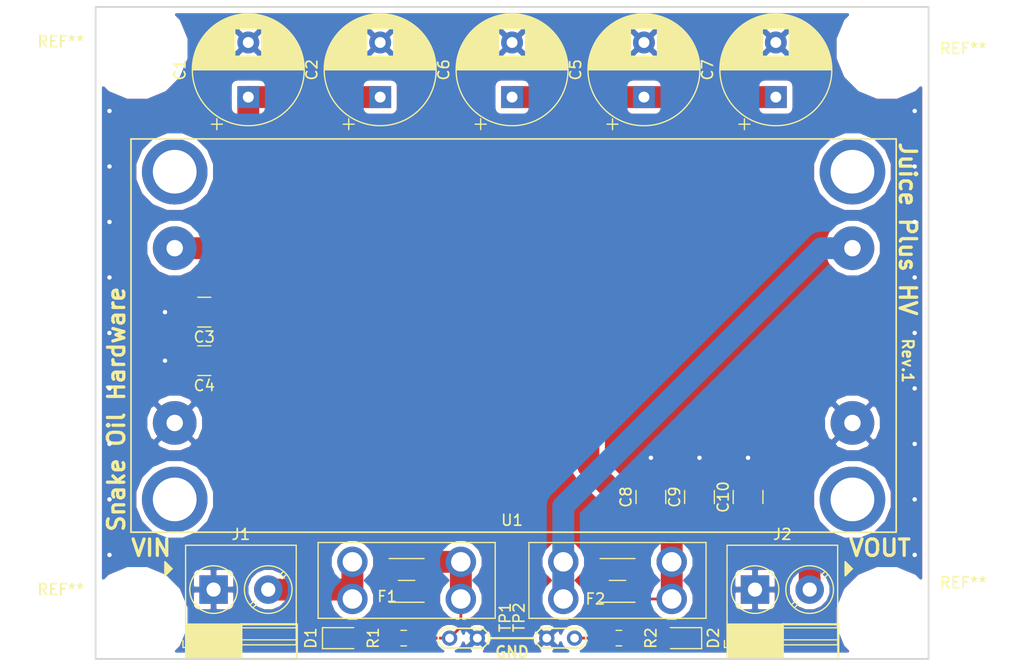
<source format=kicad_pcb>
(kicad_pcb (version 20171130) (host pcbnew 5.0.2+dfsg1-1)

  (general
    (thickness 1.6)
    (drawings 23)
    (tracks 60)
    (zones 0)
    (modules 25)
    (nets 8)
  )

  (page A4)
  (layers
    (0 F.Cu signal)
    (31 B.Cu signal)
    (32 B.Adhes user)
    (33 F.Adhes user)
    (34 B.Paste user)
    (35 F.Paste user)
    (36 B.SilkS user)
    (37 F.SilkS user)
    (38 B.Mask user)
    (39 F.Mask user)
    (40 Dwgs.User user)
    (41 Cmts.User user)
    (42 Eco1.User user)
    (43 Eco2.User user)
    (44 Edge.Cuts user)
    (45 Margin user)
    (46 B.CrtYd user)
    (47 F.CrtYd user)
    (48 B.Fab user)
    (49 F.Fab user)
  )

  (setup
    (last_trace_width 2)
    (trace_clearance 0.2)
    (zone_clearance 0.508)
    (zone_45_only no)
    (trace_min 0.2)
    (segment_width 0.2)
    (edge_width 0.15)
    (via_size 0.8)
    (via_drill 0.4)
    (via_min_size 0.4)
    (via_min_drill 0.3)
    (uvia_size 0.3)
    (uvia_drill 0.1)
    (uvias_allowed no)
    (uvia_min_size 0.2)
    (uvia_min_drill 0.1)
    (pcb_text_width 0.3)
    (pcb_text_size 1.5 1.5)
    (mod_edge_width 0.15)
    (mod_text_size 1 1)
    (mod_text_width 0.15)
    (pad_size 0.8 0.8)
    (pad_drill 0.4)
    (pad_to_mask_clearance 0.051)
    (solder_mask_min_width 0.25)
    (aux_axis_origin 0 0)
    (visible_elements FFFFFF7F)
    (pcbplotparams
      (layerselection 0x010fc_ffffffff)
      (usegerberextensions true)
      (usegerberattributes false)
      (usegerberadvancedattributes false)
      (creategerberjobfile false)
      (excludeedgelayer true)
      (linewidth 0.100000)
      (plotframeref false)
      (viasonmask false)
      (mode 1)
      (useauxorigin false)
      (hpglpennumber 1)
      (hpglpenspeed 20)
      (hpglpendiameter 15.000000)
      (psnegative false)
      (psa4output false)
      (plotreference true)
      (plotvalue true)
      (plotinvisibletext false)
      (padsonsilk false)
      (subtractmaskfromsilk false)
      (outputformat 1)
      (mirror false)
      (drillshape 0)
      (scaleselection 1)
      (outputdirectory "export/"))
  )

  (net 0 "")
  (net 1 GND)
  (net 2 +24V)
  (net 3 "Net-(C10-Pad1)")
  (net 4 "Net-(D1-Pad2)")
  (net 5 "Net-(D2-Pad2)")
  (net 6 "Net-(F1-Pad2)")
  (net 7 "Net-(F2-Pad2)")

  (net_class Default "This is the default net class."
    (clearance 0.2)
    (trace_width 2)
    (via_dia 0.8)
    (via_drill 0.4)
    (uvia_dia 0.3)
    (uvia_drill 0.1)
    (add_net +24V)
    (add_net GND)
    (add_net "Net-(C10-Pad1)")
    (add_net "Net-(D1-Pad2)")
    (add_net "Net-(D2-Pad2)")
    (add_net "Net-(F1-Pad2)")
    (add_net "Net-(F2-Pad2)")
  )

  (module LED_SMD:LED_0805_2012Metric_Pad1.15x1.40mm_HandSolder (layer F.Cu) (tedit 5B4B45C9) (tstamp 6109600F)
    (at 70.24 151.13)
    (descr "LED SMD 0805 (2012 Metric), square (rectangular) end terminal, IPC_7351 nominal, (Body size source: https://docs.google.com/spreadsheets/d/1BsfQQcO9C6DZCsRaXUlFlo91Tg2WpOkGARC1WS5S8t0/edit?usp=sharing), generated with kicad-footprint-generator")
    (tags "LED handsolder")
    (path /61085A63)
    (attr smd)
    (fp_text reference D1 (at -2.93 0 90) (layer F.SilkS)
      (effects (font (size 1 1) (thickness 0.15)))
    )
    (fp_text value PWR_24 (at 0 1.65) (layer F.Fab)
      (effects (font (size 1 1) (thickness 0.15)))
    )
    (fp_text user %R (at 0 0) (layer F.Fab)
      (effects (font (size 0.5 0.5) (thickness 0.08)))
    )
    (fp_line (start 1.85 0.95) (end -1.85 0.95) (layer F.CrtYd) (width 0.05))
    (fp_line (start 1.85 -0.95) (end 1.85 0.95) (layer F.CrtYd) (width 0.05))
    (fp_line (start -1.85 -0.95) (end 1.85 -0.95) (layer F.CrtYd) (width 0.05))
    (fp_line (start -1.85 0.95) (end -1.85 -0.95) (layer F.CrtYd) (width 0.05))
    (fp_line (start -1.86 0.96) (end 1 0.96) (layer F.SilkS) (width 0.12))
    (fp_line (start -1.86 -0.96) (end -1.86 0.96) (layer F.SilkS) (width 0.12))
    (fp_line (start 1 -0.96) (end -1.86 -0.96) (layer F.SilkS) (width 0.12))
    (fp_line (start 1 0.6) (end 1 -0.6) (layer F.Fab) (width 0.1))
    (fp_line (start -1 0.6) (end 1 0.6) (layer F.Fab) (width 0.1))
    (fp_line (start -1 -0.3) (end -1 0.6) (layer F.Fab) (width 0.1))
    (fp_line (start -0.7 -0.6) (end -1 -0.3) (layer F.Fab) (width 0.1))
    (fp_line (start 1 -0.6) (end -0.7 -0.6) (layer F.Fab) (width 0.1))
    (pad 2 smd roundrect (at 1.025 0) (size 1.15 1.4) (layers F.Cu F.Paste F.Mask) (roundrect_rratio 0.217391)
      (net 4 "Net-(D1-Pad2)"))
    (pad 1 smd roundrect (at -1.025 0) (size 1.15 1.4) (layers F.Cu F.Paste F.Mask) (roundrect_rratio 0.217391)
      (net 1 GND))
    (model ${KISYS3DMOD}/LED_SMD.3dshapes/LED_0805_2012Metric.wrl
      (at (xyz 0 0 0))
      (scale (xyz 1 1 1))
      (rotate (xyz 0 0 0))
    )
  )

  (module LED_SMD:LED_0805_2012Metric_Pad1.15x1.40mm_HandSolder (layer F.Cu) (tedit 5B4B45C9) (tstamp 61096022)
    (at 101.21 151.13 180)
    (descr "LED SMD 0805 (2012 Metric), square (rectangular) end terminal, IPC_7351 nominal, (Body size source: https://docs.google.com/spreadsheets/d/1BsfQQcO9C6DZCsRaXUlFlo91Tg2WpOkGARC1WS5S8t0/edit?usp=sharing), generated with kicad-footprint-generator")
    (tags "LED handsolder")
    (path /61086194)
    (attr smd)
    (fp_text reference D2 (at -2.93 0 270) (layer F.SilkS)
      (effects (font (size 1 1) (thickness 0.15)))
    )
    (fp_text value PWR_HV (at 0 1.65 180) (layer F.Fab)
      (effects (font (size 1 1) (thickness 0.15)))
    )
    (fp_line (start 1 -0.6) (end -0.7 -0.6) (layer F.Fab) (width 0.1))
    (fp_line (start -0.7 -0.6) (end -1 -0.3) (layer F.Fab) (width 0.1))
    (fp_line (start -1 -0.3) (end -1 0.6) (layer F.Fab) (width 0.1))
    (fp_line (start -1 0.6) (end 1 0.6) (layer F.Fab) (width 0.1))
    (fp_line (start 1 0.6) (end 1 -0.6) (layer F.Fab) (width 0.1))
    (fp_line (start 1 -0.96) (end -1.86 -0.96) (layer F.SilkS) (width 0.12))
    (fp_line (start -1.86 -0.96) (end -1.86 0.96) (layer F.SilkS) (width 0.12))
    (fp_line (start -1.86 0.96) (end 1 0.96) (layer F.SilkS) (width 0.12))
    (fp_line (start -1.85 0.95) (end -1.85 -0.95) (layer F.CrtYd) (width 0.05))
    (fp_line (start -1.85 -0.95) (end 1.85 -0.95) (layer F.CrtYd) (width 0.05))
    (fp_line (start 1.85 -0.95) (end 1.85 0.95) (layer F.CrtYd) (width 0.05))
    (fp_line (start 1.85 0.95) (end -1.85 0.95) (layer F.CrtYd) (width 0.05))
    (fp_text user %R (at 0 0 180) (layer F.Fab)
      (effects (font (size 0.5 0.5) (thickness 0.08)))
    )
    (pad 1 smd roundrect (at -1.025 0 180) (size 1.15 1.4) (layers F.Cu F.Paste F.Mask) (roundrect_rratio 0.217391)
      (net 1 GND))
    (pad 2 smd roundrect (at 1.025 0 180) (size 1.15 1.4) (layers F.Cu F.Paste F.Mask) (roundrect_rratio 0.217391)
      (net 5 "Net-(D2-Pad2)"))
    (model ${KISYS3DMOD}/LED_SMD.3dshapes/LED_0805_2012Metric.wrl
      (at (xyz 0 0 0))
      (scale (xyz 1 1 1))
      (rotate (xyz 0 0 0))
    )
  )

  (module Fuse:Fuseholder_Blade_Mini_Keystone_3568 (layer F.Cu) (tedit 5A1C891F) (tstamp 610960AB)
    (at 81.04 147.545 180)
    (descr "fuse holder, car blade fuse mini, http://www.keyelco.com/product-pdf.cfm?p=306")
    (tags "car blade fuse mini")
    (path /610A58B2)
    (fp_text reference F1 (at 6.745 0.225 180) (layer F.SilkS)
      (effects (font (size 1 1) (thickness 0.15)))
    )
    (fp_text value VIN_Fuse (at 4.96 6.07 180) (layer F.Fab)
      (effects (font (size 1 1) (thickness 0.15)))
    )
    (fp_line (start -3.04 -1.67) (end -3.04 5.07) (layer F.Fab) (width 0.1))
    (fp_line (start -3.04 5.07) (end 12.96 5.07) (layer F.Fab) (width 0.1))
    (fp_line (start 12.96 5.07) (end 12.96 -1.67) (layer F.Fab) (width 0.1))
    (fp_line (start 12.96 -1.67) (end -3.04 -1.67) (layer F.Fab) (width 0.1))
    (fp_line (start -3.14 -1.77) (end -3.14 5.17) (layer F.SilkS) (width 0.12))
    (fp_line (start -3.14 5.17) (end 13.06 5.17) (layer F.SilkS) (width 0.12))
    (fp_line (start 13.06 5.17) (end 13.06 -1.77) (layer F.SilkS) (width 0.12))
    (fp_line (start 13.06 -1.77) (end -3.14 -1.77) (layer F.SilkS) (width 0.12))
    (fp_line (start 4.21 1.7) (end 5.71 1.7) (layer F.SilkS) (width 0.12))
    (fp_line (start 6.56 3.7) (end 3.36 3.7) (layer F.SilkS) (width 0.12))
    (fp_line (start 3.36 -0.3) (end 6.56 -0.3) (layer F.SilkS) (width 0.12))
    (fp_line (start -3.29 -1.92) (end -3.29 5.32) (layer F.CrtYd) (width 0.05))
    (fp_line (start -3.29 5.32) (end 13.21 5.32) (layer F.CrtYd) (width 0.05))
    (fp_line (start 13.21 5.32) (end 13.21 -1.92) (layer F.CrtYd) (width 0.05))
    (fp_line (start 13.21 -1.92) (end -3.29 -1.92) (layer F.CrtYd) (width 0.05))
    (fp_text user %R (at 4.96 1.7 180) (layer F.Fab)
      (effects (font (size 1 1) (thickness 0.15)))
    )
    (pad 1 thru_hole circle (at 0 0 180) (size 2.78 2.78) (drill 1.78) (layers *.Cu *.Mask)
      (net 2 +24V))
    (pad 1 thru_hole circle (at 0 3.4 180) (size 2.78 2.78) (drill 1.78) (layers *.Cu *.Mask)
      (net 2 +24V))
    (pad 2 thru_hole circle (at 9.92 0 180) (size 2.78 2.78) (drill 1.78) (layers *.Cu *.Mask)
      (net 6 "Net-(F1-Pad2)"))
    (pad 2 thru_hole circle (at 9.92 3.4 180) (size 2.78 2.78) (drill 1.78) (layers *.Cu *.Mask)
      (net 6 "Net-(F1-Pad2)"))
    (model ${KISYS3DMOD}/Fuse.3dshapes/Fuseholder_Blade_Mini_Keystone_3568.wrl
      (offset (xyz 4.063999938964844 0 0))
      (scale (xyz 0.39 0.39 0.39))
      (rotate (xyz 0 0 0))
    )
  )

  (module Fuse:Fuseholder_Blade_Mini_Keystone_3568 (layer F.Cu) (tedit 5A1C891F) (tstamp 610960C3)
    (at 100.33 147.545 180)
    (descr "fuse holder, car blade fuse mini, http://www.keyelco.com/product-pdf.cfm?p=306")
    (tags "car blade fuse mini")
    (path /610ADFAD)
    (fp_text reference F2 (at 6.985 0 180) (layer F.SilkS)
      (effects (font (size 1 1) (thickness 0.15)))
    )
    (fp_text value HV_Fuse (at 4.96 6.07 180) (layer F.Fab)
      (effects (font (size 1 1) (thickness 0.15)))
    )
    (fp_text user %R (at 4.96 1.7 180) (layer F.Fab)
      (effects (font (size 1 1) (thickness 0.15)))
    )
    (fp_line (start 13.21 -1.92) (end -3.29 -1.92) (layer F.CrtYd) (width 0.05))
    (fp_line (start 13.21 5.32) (end 13.21 -1.92) (layer F.CrtYd) (width 0.05))
    (fp_line (start -3.29 5.32) (end 13.21 5.32) (layer F.CrtYd) (width 0.05))
    (fp_line (start -3.29 -1.92) (end -3.29 5.32) (layer F.CrtYd) (width 0.05))
    (fp_line (start 3.36 -0.3) (end 6.56 -0.3) (layer F.SilkS) (width 0.12))
    (fp_line (start 6.56 3.7) (end 3.36 3.7) (layer F.SilkS) (width 0.12))
    (fp_line (start 4.21 1.7) (end 5.71 1.7) (layer F.SilkS) (width 0.12))
    (fp_line (start 13.06 -1.77) (end -3.14 -1.77) (layer F.SilkS) (width 0.12))
    (fp_line (start 13.06 5.17) (end 13.06 -1.77) (layer F.SilkS) (width 0.12))
    (fp_line (start -3.14 5.17) (end 13.06 5.17) (layer F.SilkS) (width 0.12))
    (fp_line (start -3.14 -1.77) (end -3.14 5.17) (layer F.SilkS) (width 0.12))
    (fp_line (start 12.96 -1.67) (end -3.04 -1.67) (layer F.Fab) (width 0.1))
    (fp_line (start 12.96 5.07) (end 12.96 -1.67) (layer F.Fab) (width 0.1))
    (fp_line (start -3.04 5.07) (end 12.96 5.07) (layer F.Fab) (width 0.1))
    (fp_line (start -3.04 -1.67) (end -3.04 5.07) (layer F.Fab) (width 0.1))
    (pad 2 thru_hole circle (at 9.92 3.4 180) (size 2.78 2.78) (drill 1.78) (layers *.Cu *.Mask)
      (net 7 "Net-(F2-Pad2)"))
    (pad 2 thru_hole circle (at 9.92 0 180) (size 2.78 2.78) (drill 1.78) (layers *.Cu *.Mask)
      (net 7 "Net-(F2-Pad2)"))
    (pad 1 thru_hole circle (at 0 3.4 180) (size 2.78 2.78) (drill 1.78) (layers *.Cu *.Mask)
      (net 3 "Net-(C10-Pad1)"))
    (pad 1 thru_hole circle (at 0 0 180) (size 2.78 2.78) (drill 1.78) (layers *.Cu *.Mask)
      (net 3 "Net-(C10-Pad1)"))
    (model ${KISYS3DMOD}/Fuse.3dshapes/Fuseholder_Blade_Mini_Keystone_3568.wrl
      (offset (xyz 4.063999938964844 0 0))
      (scale (xyz 0.39 0.39 0.39))
      (rotate (xyz 0 0 0))
    )
  )

  (module Resistor_SMD:R_0805_2012Metric_Pad1.15x1.40mm_HandSolder (layer F.Cu) (tedit 5B36C52B) (tstamp 610962FF)
    (at 75.81 151.13 180)
    (descr "Resistor SMD 0805 (2012 Metric), square (rectangular) end terminal, IPC_7351 nominal with elongated pad for handsoldering. (Body size source: https://docs.google.com/spreadsheets/d/1BsfQQcO9C6DZCsRaXUlFlo91Tg2WpOkGARC1WS5S8t0/edit?usp=sharing), generated with kicad-footprint-generator")
    (tags "resistor handsolder")
    (path /61085710)
    (attr smd)
    (fp_text reference R1 (at 2.785 0 270) (layer F.SilkS)
      (effects (font (size 1 1) (thickness 0.15)))
    )
    (fp_text value 6K8 (at 0 1.65 180) (layer F.Fab)
      (effects (font (size 1 1) (thickness 0.15)))
    )
    (fp_text user %R (at 0 0 180) (layer F.Fab)
      (effects (font (size 0.5 0.5) (thickness 0.08)))
    )
    (fp_line (start 1.85 0.95) (end -1.85 0.95) (layer F.CrtYd) (width 0.05))
    (fp_line (start 1.85 -0.95) (end 1.85 0.95) (layer F.CrtYd) (width 0.05))
    (fp_line (start -1.85 -0.95) (end 1.85 -0.95) (layer F.CrtYd) (width 0.05))
    (fp_line (start -1.85 0.95) (end -1.85 -0.95) (layer F.CrtYd) (width 0.05))
    (fp_line (start -0.261252 0.71) (end 0.261252 0.71) (layer F.SilkS) (width 0.12))
    (fp_line (start -0.261252 -0.71) (end 0.261252 -0.71) (layer F.SilkS) (width 0.12))
    (fp_line (start 1 0.6) (end -1 0.6) (layer F.Fab) (width 0.1))
    (fp_line (start 1 -0.6) (end 1 0.6) (layer F.Fab) (width 0.1))
    (fp_line (start -1 -0.6) (end 1 -0.6) (layer F.Fab) (width 0.1))
    (fp_line (start -1 0.6) (end -1 -0.6) (layer F.Fab) (width 0.1))
    (pad 2 smd roundrect (at 1.025 0 180) (size 1.15 1.4) (layers F.Cu F.Paste F.Mask) (roundrect_rratio 0.217391)
      (net 4 "Net-(D1-Pad2)"))
    (pad 1 smd roundrect (at -1.025 0 180) (size 1.15 1.4) (layers F.Cu F.Paste F.Mask) (roundrect_rratio 0.217391)
      (net 2 +24V))
    (model ${KISYS3DMOD}/Resistor_SMD.3dshapes/R_0805_2012Metric.wrl
      (at (xyz 0 0 0))
      (scale (xyz 1 1 1))
      (rotate (xyz 0 0 0))
    )
  )

  (module Resistor_SMD:R_0805_2012Metric_Pad1.15x1.40mm_HandSolder (layer F.Cu) (tedit 5B36C52B) (tstamp 61096310)
    (at 95.495 151.13)
    (descr "Resistor SMD 0805 (2012 Metric), square (rectangular) end terminal, IPC_7351 nominal with elongated pad for handsoldering. (Body size source: https://docs.google.com/spreadsheets/d/1BsfQQcO9C6DZCsRaXUlFlo91Tg2WpOkGARC1WS5S8t0/edit?usp=sharing), generated with kicad-footprint-generator")
    (tags "resistor handsolder")
    (path /6108612E)
    (attr smd)
    (fp_text reference R2 (at 2.93 0 90) (layer F.SilkS)
      (effects (font (size 1 1) (thickness 0.15)))
    )
    (fp_text value 10K (at 0 1.65) (layer F.Fab)
      (effects (font (size 1 1) (thickness 0.15)))
    )
    (fp_text user %R (at 0 0) (layer F.Fab)
      (effects (font (size 0.5 0.5) (thickness 0.08)))
    )
    (fp_line (start 1.85 0.95) (end -1.85 0.95) (layer F.CrtYd) (width 0.05))
    (fp_line (start 1.85 -0.95) (end 1.85 0.95) (layer F.CrtYd) (width 0.05))
    (fp_line (start -1.85 -0.95) (end 1.85 -0.95) (layer F.CrtYd) (width 0.05))
    (fp_line (start -1.85 0.95) (end -1.85 -0.95) (layer F.CrtYd) (width 0.05))
    (fp_line (start -0.261252 0.71) (end 0.261252 0.71) (layer F.SilkS) (width 0.12))
    (fp_line (start -0.261252 -0.71) (end 0.261252 -0.71) (layer F.SilkS) (width 0.12))
    (fp_line (start 1 0.6) (end -1 0.6) (layer F.Fab) (width 0.1))
    (fp_line (start 1 -0.6) (end 1 0.6) (layer F.Fab) (width 0.1))
    (fp_line (start -1 -0.6) (end 1 -0.6) (layer F.Fab) (width 0.1))
    (fp_line (start -1 0.6) (end -1 -0.6) (layer F.Fab) (width 0.1))
    (pad 2 smd roundrect (at 1.025 0) (size 1.15 1.4) (layers F.Cu F.Paste F.Mask) (roundrect_rratio 0.217391)
      (net 5 "Net-(D2-Pad2)"))
    (pad 1 smd roundrect (at -1.025 0) (size 1.15 1.4) (layers F.Cu F.Paste F.Mask) (roundrect_rratio 0.217391)
      (net 3 "Net-(C10-Pad1)"))
    (model ${KISYS3DMOD}/Resistor_SMD.3dshapes/R_0805_2012Metric.wrl
      (at (xyz 0 0 0))
      (scale (xyz 1 1 1))
      (rotate (xyz 0 0 0))
    )
  )

  (module TestPoint:TestPoint_2Pads_Pitch2.54mm_Drill0.8mm (layer F.Cu) (tedit 5A0F774F) (tstamp 610963D1)
    (at 82.55 151.13 180)
    (descr "Test point with 2 pins, pitch 2.54mm, drill diameter 0.8mm")
    (tags "CONN DEV")
    (path /61098149)
    (attr virtual)
    (fp_text reference TP1 (at -2.54 1.905 270) (layer F.SilkS)
      (effects (font (size 1 1) (thickness 0.15)))
    )
    (fp_text value VIN_TP (at 1.27 2 180) (layer F.Fab)
      (effects (font (size 1 1) (thickness 0.15)))
    )
    (fp_text user %R (at 1.3 -2 180) (layer F.Fab)
      (effects (font (size 1 1) (thickness 0.15)))
    )
    (fp_line (start -0.65 1.15) (end 3.15 1.15) (layer F.CrtYd) (width 0.05))
    (fp_line (start 3.15 1.15) (end 3.8 0.5) (layer F.CrtYd) (width 0.05))
    (fp_line (start 3.8 0.5) (end 3.8 -0.5) (layer F.CrtYd) (width 0.05))
    (fp_line (start 3.8 -0.5) (end 3.15 -1.15) (layer F.CrtYd) (width 0.05))
    (fp_line (start 3.15 -1.15) (end -0.65 -1.15) (layer F.CrtYd) (width 0.05))
    (fp_line (start -0.65 -1.15) (end -1.3 -0.5) (layer F.CrtYd) (width 0.05))
    (fp_line (start -1.3 -0.5) (end -1.3 0.5) (layer F.CrtYd) (width 0.05))
    (fp_line (start -1.3 0.5) (end -0.65 1.15) (layer F.CrtYd) (width 0.05))
    (fp_line (start -0.53 -0.9) (end 3.07 -0.9) (layer F.SilkS) (width 0.15))
    (fp_line (start 3.07 -0.9) (end 3.57 -0.4) (layer F.SilkS) (width 0.15))
    (fp_line (start 3.57 -0.4) (end 3.57 0.4) (layer F.SilkS) (width 0.15))
    (fp_line (start 3.57 0.4) (end 3.07 0.9) (layer F.SilkS) (width 0.15))
    (fp_line (start 3.07 0.9) (end -0.53 0.9) (layer F.SilkS) (width 0.15))
    (fp_line (start -0.53 0.9) (end -1.03 0.4) (layer F.SilkS) (width 0.15))
    (fp_line (start -1.03 0.4) (end -1.03 -0.4) (layer F.SilkS) (width 0.15))
    (fp_line (start -1.03 -0.4) (end -0.53 -0.9) (layer F.SilkS) (width 0.15))
    (pad 1 thru_hole circle (at 0 0 180) (size 1.4 1.4) (drill 0.8) (layers *.Cu *.Mask)
      (net 1 GND))
    (pad 2 thru_hole circle (at 2.54 0 180) (size 1.4 1.4) (drill 0.8) (layers *.Cu *.Mask)
      (net 2 +24V))
  )

  (module TestPoint:TestPoint_2Pads_Pitch2.54mm_Drill0.8mm (layer F.Cu) (tedit 5A0F774F) (tstamp 610963E8)
    (at 88.9 151.13)
    (descr "Test point with 2 pins, pitch 2.54mm, drill diameter 0.8mm")
    (tags "CONN DEV")
    (path /610949EE)
    (attr virtual)
    (fp_text reference TP2 (at -2.54 -1.905 90) (layer F.SilkS)
      (effects (font (size 1 1) (thickness 0.15)))
    )
    (fp_text value HV_TP (at 1.27 2) (layer F.Fab)
      (effects (font (size 1 1) (thickness 0.15)))
    )
    (fp_line (start -1.03 -0.4) (end -0.53 -0.9) (layer F.SilkS) (width 0.15))
    (fp_line (start -1.03 0.4) (end -1.03 -0.4) (layer F.SilkS) (width 0.15))
    (fp_line (start -0.53 0.9) (end -1.03 0.4) (layer F.SilkS) (width 0.15))
    (fp_line (start 3.07 0.9) (end -0.53 0.9) (layer F.SilkS) (width 0.15))
    (fp_line (start 3.57 0.4) (end 3.07 0.9) (layer F.SilkS) (width 0.15))
    (fp_line (start 3.57 -0.4) (end 3.57 0.4) (layer F.SilkS) (width 0.15))
    (fp_line (start 3.07 -0.9) (end 3.57 -0.4) (layer F.SilkS) (width 0.15))
    (fp_line (start -0.53 -0.9) (end 3.07 -0.9) (layer F.SilkS) (width 0.15))
    (fp_line (start -1.3 0.5) (end -0.65 1.15) (layer F.CrtYd) (width 0.05))
    (fp_line (start -1.3 -0.5) (end -1.3 0.5) (layer F.CrtYd) (width 0.05))
    (fp_line (start -0.65 -1.15) (end -1.3 -0.5) (layer F.CrtYd) (width 0.05))
    (fp_line (start 3.15 -1.15) (end -0.65 -1.15) (layer F.CrtYd) (width 0.05))
    (fp_line (start 3.8 -0.5) (end 3.15 -1.15) (layer F.CrtYd) (width 0.05))
    (fp_line (start 3.8 0.5) (end 3.8 -0.5) (layer F.CrtYd) (width 0.05))
    (fp_line (start 3.15 1.15) (end 3.8 0.5) (layer F.CrtYd) (width 0.05))
    (fp_line (start -0.65 1.15) (end 3.15 1.15) (layer F.CrtYd) (width 0.05))
    (fp_text user %R (at 1.3 -2) (layer F.Fab)
      (effects (font (size 1 1) (thickness 0.15)))
    )
    (pad 2 thru_hole circle (at 2.54 0) (size 1.4 1.4) (drill 0.8) (layers *.Cu *.Mask)
      (net 3 "Net-(C10-Pad1)"))
    (pad 1 thru_hole circle (at 0 0) (size 1.4 1.4) (drill 0.8) (layers *.Cu *.Mask)
      (net 1 GND))
  )

  (module TerminalBlock_Phoenix:TerminalBlock_Phoenix_PT-1,5-2-5.0-H_1x02_P5.00mm_Horizontal (layer F.Cu) (tedit 5B294F69) (tstamp 610980EE)
    (at 58.42 146.685)
    (descr "Terminal Block Phoenix PT-1,5-2-5.0-H, 2 pins, pitch 5mm, size 10x9mm^2, drill diamater 1.3mm, pad diameter 2.6mm, see http://www.mouser.com/ds/2/324/ItemDetail_1935161-922578.pdf, script-generated using https://github.com/pointhi/kicad-footprint-generator/scripts/TerminalBlock_Phoenix")
    (tags "THT Terminal Block Phoenix PT-1,5-2-5.0-H pitch 5mm size 10x9mm^2 drill 1.3mm pad 2.6mm")
    (path /6108453A)
    (fp_text reference J1 (at 2.5 -5.06) (layer F.SilkS)
      (effects (font (size 1 1) (thickness 0.15)))
    )
    (fp_text value V_IN (at 2.5 6.06) (layer F.Fab)
      (effects (font (size 1 1) (thickness 0.15)))
    )
    (fp_circle (center 0 0) (end 2 0) (layer F.Fab) (width 0.1))
    (fp_circle (center 0 0) (end 2.18 0) (layer F.SilkS) (width 0.12))
    (fp_circle (center 5 0) (end 7 0) (layer F.Fab) (width 0.1))
    (fp_circle (center 5 0) (end 7.18 0) (layer F.SilkS) (width 0.12))
    (fp_line (start -2.5 -4) (end 7.5 -4) (layer F.Fab) (width 0.1))
    (fp_line (start 7.5 -4) (end 7.5 5) (layer F.Fab) (width 0.1))
    (fp_line (start 7.5 5) (end -2.1 5) (layer F.Fab) (width 0.1))
    (fp_line (start -2.1 5) (end -2.5 4.6) (layer F.Fab) (width 0.1))
    (fp_line (start -2.5 4.6) (end -2.5 -4) (layer F.Fab) (width 0.1))
    (fp_line (start -2.5 4.6) (end 7.5 4.6) (layer F.Fab) (width 0.1))
    (fp_line (start -2.56 4.6) (end 7.56 4.6) (layer F.SilkS) (width 0.12))
    (fp_line (start -2.5 3.5) (end 7.5 3.5) (layer F.Fab) (width 0.1))
    (fp_line (start -2.56 3.5) (end 7.56 3.5) (layer F.SilkS) (width 0.12))
    (fp_line (start -2.56 -4.06) (end 7.56 -4.06) (layer F.SilkS) (width 0.12))
    (fp_line (start -2.56 5.06) (end 7.56 5.06) (layer F.SilkS) (width 0.12))
    (fp_line (start -2.56 -4.06) (end -2.56 5.06) (layer F.SilkS) (width 0.12))
    (fp_line (start 7.56 -4.06) (end 7.56 5.06) (layer F.SilkS) (width 0.12))
    (fp_line (start 1.517 -1.273) (end -1.273 1.517) (layer F.Fab) (width 0.1))
    (fp_line (start 1.273 -1.517) (end -1.517 1.273) (layer F.Fab) (width 0.1))
    (fp_line (start 1.654 -1.388) (end 1.547 -1.281) (layer F.SilkS) (width 0.12))
    (fp_line (start -1.282 1.547) (end -1.388 1.654) (layer F.SilkS) (width 0.12))
    (fp_line (start 1.388 -1.654) (end 1.281 -1.547) (layer F.SilkS) (width 0.12))
    (fp_line (start -1.548 1.281) (end -1.654 1.388) (layer F.SilkS) (width 0.12))
    (fp_line (start 6.517 -1.273) (end 3.728 1.517) (layer F.Fab) (width 0.1))
    (fp_line (start 6.273 -1.517) (end 3.484 1.273) (layer F.Fab) (width 0.1))
    (fp_line (start 6.654 -1.388) (end 6.259 -0.992) (layer F.SilkS) (width 0.12))
    (fp_line (start 3.993 1.274) (end 3.613 1.654) (layer F.SilkS) (width 0.12))
    (fp_line (start 6.388 -1.654) (end 6.008 -1.274) (layer F.SilkS) (width 0.12))
    (fp_line (start 3.742 0.992) (end 3.347 1.388) (layer F.SilkS) (width 0.12))
    (fp_line (start -2.8 4.66) (end -2.8 5.3) (layer F.SilkS) (width 0.12))
    (fp_line (start -2.8 5.3) (end -2.4 5.3) (layer F.SilkS) (width 0.12))
    (fp_line (start -3 -4.5) (end -3 5.5) (layer F.CrtYd) (width 0.05))
    (fp_line (start -3 5.5) (end 8 5.5) (layer F.CrtYd) (width 0.05))
    (fp_line (start 8 5.5) (end 8 -4.5) (layer F.CrtYd) (width 0.05))
    (fp_line (start 8 -4.5) (end -3 -4.5) (layer F.CrtYd) (width 0.05))
    (fp_text user %R (at 2.5 2.9) (layer F.Fab)
      (effects (font (size 1 1) (thickness 0.15)))
    )
    (pad 1 thru_hole rect (at 0 0) (size 2.6 2.6) (drill 1.3) (layers *.Cu *.Mask)
      (net 1 GND))
    (pad 2 thru_hole circle (at 5 0) (size 2.6 2.6) (drill 1.3) (layers *.Cu *.Mask)
      (net 6 "Net-(F1-Pad2)"))
    (model ${KISYS3DMOD}/TerminalBlock_Phoenix.3dshapes/TerminalBlock_Phoenix_PT-1,5-2-5.0-H_1x02_P5.00mm_Horizontal.wrl
      (at (xyz 0 0 0))
      (scale (xyz 1 1 1))
      (rotate (xyz 0 0 0))
    )
  )

  (module Capacitor_THT:CP_Radial_D10.0mm_P5.00mm (layer F.Cu) (tedit 5AE50EF1) (tstamp 610B43D4)
    (at 61.595 101.6 90)
    (descr "CP, Radial series, Radial, pin pitch=5.00mm, , diameter=10mm, Electrolytic Capacitor")
    (tags "CP Radial series Radial pin pitch 5.00mm  diameter 10mm Electrolytic Capacitor")
    (path /61085913)
    (fp_text reference C1 (at 2.5 -6.25 90) (layer F.SilkS)
      (effects (font (size 1 1) (thickness 0.15)))
    )
    (fp_text value 470u (at 2.5 6.25 90) (layer F.Fab)
      (effects (font (size 1 1) (thickness 0.15)))
    )
    (fp_circle (center 2.5 0) (end 7.5 0) (layer F.Fab) (width 0.1))
    (fp_circle (center 2.5 0) (end 7.62 0) (layer F.SilkS) (width 0.12))
    (fp_circle (center 2.5 0) (end 7.75 0) (layer F.CrtYd) (width 0.05))
    (fp_line (start -1.788861 -2.1875) (end -0.788861 -2.1875) (layer F.Fab) (width 0.1))
    (fp_line (start -1.288861 -2.6875) (end -1.288861 -1.6875) (layer F.Fab) (width 0.1))
    (fp_line (start 2.5 -5.08) (end 2.5 5.08) (layer F.SilkS) (width 0.12))
    (fp_line (start 2.54 -5.08) (end 2.54 5.08) (layer F.SilkS) (width 0.12))
    (fp_line (start 2.58 -5.08) (end 2.58 5.08) (layer F.SilkS) (width 0.12))
    (fp_line (start 2.62 -5.079) (end 2.62 5.079) (layer F.SilkS) (width 0.12))
    (fp_line (start 2.66 -5.078) (end 2.66 5.078) (layer F.SilkS) (width 0.12))
    (fp_line (start 2.7 -5.077) (end 2.7 5.077) (layer F.SilkS) (width 0.12))
    (fp_line (start 2.74 -5.075) (end 2.74 5.075) (layer F.SilkS) (width 0.12))
    (fp_line (start 2.78 -5.073) (end 2.78 5.073) (layer F.SilkS) (width 0.12))
    (fp_line (start 2.82 -5.07) (end 2.82 5.07) (layer F.SilkS) (width 0.12))
    (fp_line (start 2.86 -5.068) (end 2.86 5.068) (layer F.SilkS) (width 0.12))
    (fp_line (start 2.9 -5.065) (end 2.9 5.065) (layer F.SilkS) (width 0.12))
    (fp_line (start 2.94 -5.062) (end 2.94 5.062) (layer F.SilkS) (width 0.12))
    (fp_line (start 2.98 -5.058) (end 2.98 5.058) (layer F.SilkS) (width 0.12))
    (fp_line (start 3.02 -5.054) (end 3.02 5.054) (layer F.SilkS) (width 0.12))
    (fp_line (start 3.06 -5.05) (end 3.06 5.05) (layer F.SilkS) (width 0.12))
    (fp_line (start 3.1 -5.045) (end 3.1 5.045) (layer F.SilkS) (width 0.12))
    (fp_line (start 3.14 -5.04) (end 3.14 5.04) (layer F.SilkS) (width 0.12))
    (fp_line (start 3.18 -5.035) (end 3.18 5.035) (layer F.SilkS) (width 0.12))
    (fp_line (start 3.221 -5.03) (end 3.221 5.03) (layer F.SilkS) (width 0.12))
    (fp_line (start 3.261 -5.024) (end 3.261 5.024) (layer F.SilkS) (width 0.12))
    (fp_line (start 3.301 -5.018) (end 3.301 5.018) (layer F.SilkS) (width 0.12))
    (fp_line (start 3.341 -5.011) (end 3.341 5.011) (layer F.SilkS) (width 0.12))
    (fp_line (start 3.381 -5.004) (end 3.381 5.004) (layer F.SilkS) (width 0.12))
    (fp_line (start 3.421 -4.997) (end 3.421 4.997) (layer F.SilkS) (width 0.12))
    (fp_line (start 3.461 -4.99) (end 3.461 4.99) (layer F.SilkS) (width 0.12))
    (fp_line (start 3.501 -4.982) (end 3.501 4.982) (layer F.SilkS) (width 0.12))
    (fp_line (start 3.541 -4.974) (end 3.541 4.974) (layer F.SilkS) (width 0.12))
    (fp_line (start 3.581 -4.965) (end 3.581 4.965) (layer F.SilkS) (width 0.12))
    (fp_line (start 3.621 -4.956) (end 3.621 4.956) (layer F.SilkS) (width 0.12))
    (fp_line (start 3.661 -4.947) (end 3.661 4.947) (layer F.SilkS) (width 0.12))
    (fp_line (start 3.701 -4.938) (end 3.701 4.938) (layer F.SilkS) (width 0.12))
    (fp_line (start 3.741 -4.928) (end 3.741 4.928) (layer F.SilkS) (width 0.12))
    (fp_line (start 3.781 -4.918) (end 3.781 -1.241) (layer F.SilkS) (width 0.12))
    (fp_line (start 3.781 1.241) (end 3.781 4.918) (layer F.SilkS) (width 0.12))
    (fp_line (start 3.821 -4.907) (end 3.821 -1.241) (layer F.SilkS) (width 0.12))
    (fp_line (start 3.821 1.241) (end 3.821 4.907) (layer F.SilkS) (width 0.12))
    (fp_line (start 3.861 -4.897) (end 3.861 -1.241) (layer F.SilkS) (width 0.12))
    (fp_line (start 3.861 1.241) (end 3.861 4.897) (layer F.SilkS) (width 0.12))
    (fp_line (start 3.901 -4.885) (end 3.901 -1.241) (layer F.SilkS) (width 0.12))
    (fp_line (start 3.901 1.241) (end 3.901 4.885) (layer F.SilkS) (width 0.12))
    (fp_line (start 3.941 -4.874) (end 3.941 -1.241) (layer F.SilkS) (width 0.12))
    (fp_line (start 3.941 1.241) (end 3.941 4.874) (layer F.SilkS) (width 0.12))
    (fp_line (start 3.981 -4.862) (end 3.981 -1.241) (layer F.SilkS) (width 0.12))
    (fp_line (start 3.981 1.241) (end 3.981 4.862) (layer F.SilkS) (width 0.12))
    (fp_line (start 4.021 -4.85) (end 4.021 -1.241) (layer F.SilkS) (width 0.12))
    (fp_line (start 4.021 1.241) (end 4.021 4.85) (layer F.SilkS) (width 0.12))
    (fp_line (start 4.061 -4.837) (end 4.061 -1.241) (layer F.SilkS) (width 0.12))
    (fp_line (start 4.061 1.241) (end 4.061 4.837) (layer F.SilkS) (width 0.12))
    (fp_line (start 4.101 -4.824) (end 4.101 -1.241) (layer F.SilkS) (width 0.12))
    (fp_line (start 4.101 1.241) (end 4.101 4.824) (layer F.SilkS) (width 0.12))
    (fp_line (start 4.141 -4.811) (end 4.141 -1.241) (layer F.SilkS) (width 0.12))
    (fp_line (start 4.141 1.241) (end 4.141 4.811) (layer F.SilkS) (width 0.12))
    (fp_line (start 4.181 -4.797) (end 4.181 -1.241) (layer F.SilkS) (width 0.12))
    (fp_line (start 4.181 1.241) (end 4.181 4.797) (layer F.SilkS) (width 0.12))
    (fp_line (start 4.221 -4.783) (end 4.221 -1.241) (layer F.SilkS) (width 0.12))
    (fp_line (start 4.221 1.241) (end 4.221 4.783) (layer F.SilkS) (width 0.12))
    (fp_line (start 4.261 -4.768) (end 4.261 -1.241) (layer F.SilkS) (width 0.12))
    (fp_line (start 4.261 1.241) (end 4.261 4.768) (layer F.SilkS) (width 0.12))
    (fp_line (start 4.301 -4.754) (end 4.301 -1.241) (layer F.SilkS) (width 0.12))
    (fp_line (start 4.301 1.241) (end 4.301 4.754) (layer F.SilkS) (width 0.12))
    (fp_line (start 4.341 -4.738) (end 4.341 -1.241) (layer F.SilkS) (width 0.12))
    (fp_line (start 4.341 1.241) (end 4.341 4.738) (layer F.SilkS) (width 0.12))
    (fp_line (start 4.381 -4.723) (end 4.381 -1.241) (layer F.SilkS) (width 0.12))
    (fp_line (start 4.381 1.241) (end 4.381 4.723) (layer F.SilkS) (width 0.12))
    (fp_line (start 4.421 -4.707) (end 4.421 -1.241) (layer F.SilkS) (width 0.12))
    (fp_line (start 4.421 1.241) (end 4.421 4.707) (layer F.SilkS) (width 0.12))
    (fp_line (start 4.461 -4.69) (end 4.461 -1.241) (layer F.SilkS) (width 0.12))
    (fp_line (start 4.461 1.241) (end 4.461 4.69) (layer F.SilkS) (width 0.12))
    (fp_line (start 4.501 -4.674) (end 4.501 -1.241) (layer F.SilkS) (width 0.12))
    (fp_line (start 4.501 1.241) (end 4.501 4.674) (layer F.SilkS) (width 0.12))
    (fp_line (start 4.541 -4.657) (end 4.541 -1.241) (layer F.SilkS) (width 0.12))
    (fp_line (start 4.541 1.241) (end 4.541 4.657) (layer F.SilkS) (width 0.12))
    (fp_line (start 4.581 -4.639) (end 4.581 -1.241) (layer F.SilkS) (width 0.12))
    (fp_line (start 4.581 1.241) (end 4.581 4.639) (layer F.SilkS) (width 0.12))
    (fp_line (start 4.621 -4.621) (end 4.621 -1.241) (layer F.SilkS) (width 0.12))
    (fp_line (start 4.621 1.241) (end 4.621 4.621) (layer F.SilkS) (width 0.12))
    (fp_line (start 4.661 -4.603) (end 4.661 -1.241) (layer F.SilkS) (width 0.12))
    (fp_line (start 4.661 1.241) (end 4.661 4.603) (layer F.SilkS) (width 0.12))
    (fp_line (start 4.701 -4.584) (end 4.701 -1.241) (layer F.SilkS) (width 0.12))
    (fp_line (start 4.701 1.241) (end 4.701 4.584) (layer F.SilkS) (width 0.12))
    (fp_line (start 4.741 -4.564) (end 4.741 -1.241) (layer F.SilkS) (width 0.12))
    (fp_line (start 4.741 1.241) (end 4.741 4.564) (layer F.SilkS) (width 0.12))
    (fp_line (start 4.781 -4.545) (end 4.781 -1.241) (layer F.SilkS) (width 0.12))
    (fp_line (start 4.781 1.241) (end 4.781 4.545) (layer F.SilkS) (width 0.12))
    (fp_line (start 4.821 -4.525) (end 4.821 -1.241) (layer F.SilkS) (width 0.12))
    (fp_line (start 4.821 1.241) (end 4.821 4.525) (layer F.SilkS) (width 0.12))
    (fp_line (start 4.861 -4.504) (end 4.861 -1.241) (layer F.SilkS) (width 0.12))
    (fp_line (start 4.861 1.241) (end 4.861 4.504) (layer F.SilkS) (width 0.12))
    (fp_line (start 4.901 -4.483) (end 4.901 -1.241) (layer F.SilkS) (width 0.12))
    (fp_line (start 4.901 1.241) (end 4.901 4.483) (layer F.SilkS) (width 0.12))
    (fp_line (start 4.941 -4.462) (end 4.941 -1.241) (layer F.SilkS) (width 0.12))
    (fp_line (start 4.941 1.241) (end 4.941 4.462) (layer F.SilkS) (width 0.12))
    (fp_line (start 4.981 -4.44) (end 4.981 -1.241) (layer F.SilkS) (width 0.12))
    (fp_line (start 4.981 1.241) (end 4.981 4.44) (layer F.SilkS) (width 0.12))
    (fp_line (start 5.021 -4.417) (end 5.021 -1.241) (layer F.SilkS) (width 0.12))
    (fp_line (start 5.021 1.241) (end 5.021 4.417) (layer F.SilkS) (width 0.12))
    (fp_line (start 5.061 -4.395) (end 5.061 -1.241) (layer F.SilkS) (width 0.12))
    (fp_line (start 5.061 1.241) (end 5.061 4.395) (layer F.SilkS) (width 0.12))
    (fp_line (start 5.101 -4.371) (end 5.101 -1.241) (layer F.SilkS) (width 0.12))
    (fp_line (start 5.101 1.241) (end 5.101 4.371) (layer F.SilkS) (width 0.12))
    (fp_line (start 5.141 -4.347) (end 5.141 -1.241) (layer F.SilkS) (width 0.12))
    (fp_line (start 5.141 1.241) (end 5.141 4.347) (layer F.SilkS) (width 0.12))
    (fp_line (start 5.181 -4.323) (end 5.181 -1.241) (layer F.SilkS) (width 0.12))
    (fp_line (start 5.181 1.241) (end 5.181 4.323) (layer F.SilkS) (width 0.12))
    (fp_line (start 5.221 -4.298) (end 5.221 -1.241) (layer F.SilkS) (width 0.12))
    (fp_line (start 5.221 1.241) (end 5.221 4.298) (layer F.SilkS) (width 0.12))
    (fp_line (start 5.261 -4.273) (end 5.261 -1.241) (layer F.SilkS) (width 0.12))
    (fp_line (start 5.261 1.241) (end 5.261 4.273) (layer F.SilkS) (width 0.12))
    (fp_line (start 5.301 -4.247) (end 5.301 -1.241) (layer F.SilkS) (width 0.12))
    (fp_line (start 5.301 1.241) (end 5.301 4.247) (layer F.SilkS) (width 0.12))
    (fp_line (start 5.341 -4.221) (end 5.341 -1.241) (layer F.SilkS) (width 0.12))
    (fp_line (start 5.341 1.241) (end 5.341 4.221) (layer F.SilkS) (width 0.12))
    (fp_line (start 5.381 -4.194) (end 5.381 -1.241) (layer F.SilkS) (width 0.12))
    (fp_line (start 5.381 1.241) (end 5.381 4.194) (layer F.SilkS) (width 0.12))
    (fp_line (start 5.421 -4.166) (end 5.421 -1.241) (layer F.SilkS) (width 0.12))
    (fp_line (start 5.421 1.241) (end 5.421 4.166) (layer F.SilkS) (width 0.12))
    (fp_line (start 5.461 -4.138) (end 5.461 -1.241) (layer F.SilkS) (width 0.12))
    (fp_line (start 5.461 1.241) (end 5.461 4.138) (layer F.SilkS) (width 0.12))
    (fp_line (start 5.501 -4.11) (end 5.501 -1.241) (layer F.SilkS) (width 0.12))
    (fp_line (start 5.501 1.241) (end 5.501 4.11) (layer F.SilkS) (width 0.12))
    (fp_line (start 5.541 -4.08) (end 5.541 -1.241) (layer F.SilkS) (width 0.12))
    (fp_line (start 5.541 1.241) (end 5.541 4.08) (layer F.SilkS) (width 0.12))
    (fp_line (start 5.581 -4.05) (end 5.581 -1.241) (layer F.SilkS) (width 0.12))
    (fp_line (start 5.581 1.241) (end 5.581 4.05) (layer F.SilkS) (width 0.12))
    (fp_line (start 5.621 -4.02) (end 5.621 -1.241) (layer F.SilkS) (width 0.12))
    (fp_line (start 5.621 1.241) (end 5.621 4.02) (layer F.SilkS) (width 0.12))
    (fp_line (start 5.661 -3.989) (end 5.661 -1.241) (layer F.SilkS) (width 0.12))
    (fp_line (start 5.661 1.241) (end 5.661 3.989) (layer F.SilkS) (width 0.12))
    (fp_line (start 5.701 -3.957) (end 5.701 -1.241) (layer F.SilkS) (width 0.12))
    (fp_line (start 5.701 1.241) (end 5.701 3.957) (layer F.SilkS) (width 0.12))
    (fp_line (start 5.741 -3.925) (end 5.741 -1.241) (layer F.SilkS) (width 0.12))
    (fp_line (start 5.741 1.241) (end 5.741 3.925) (layer F.SilkS) (width 0.12))
    (fp_line (start 5.781 -3.892) (end 5.781 -1.241) (layer F.SilkS) (width 0.12))
    (fp_line (start 5.781 1.241) (end 5.781 3.892) (layer F.SilkS) (width 0.12))
    (fp_line (start 5.821 -3.858) (end 5.821 -1.241) (layer F.SilkS) (width 0.12))
    (fp_line (start 5.821 1.241) (end 5.821 3.858) (layer F.SilkS) (width 0.12))
    (fp_line (start 5.861 -3.824) (end 5.861 -1.241) (layer F.SilkS) (width 0.12))
    (fp_line (start 5.861 1.241) (end 5.861 3.824) (layer F.SilkS) (width 0.12))
    (fp_line (start 5.901 -3.789) (end 5.901 -1.241) (layer F.SilkS) (width 0.12))
    (fp_line (start 5.901 1.241) (end 5.901 3.789) (layer F.SilkS) (width 0.12))
    (fp_line (start 5.941 -3.753) (end 5.941 -1.241) (layer F.SilkS) (width 0.12))
    (fp_line (start 5.941 1.241) (end 5.941 3.753) (layer F.SilkS) (width 0.12))
    (fp_line (start 5.981 -3.716) (end 5.981 -1.241) (layer F.SilkS) (width 0.12))
    (fp_line (start 5.981 1.241) (end 5.981 3.716) (layer F.SilkS) (width 0.12))
    (fp_line (start 6.021 -3.679) (end 6.021 -1.241) (layer F.SilkS) (width 0.12))
    (fp_line (start 6.021 1.241) (end 6.021 3.679) (layer F.SilkS) (width 0.12))
    (fp_line (start 6.061 -3.64) (end 6.061 -1.241) (layer F.SilkS) (width 0.12))
    (fp_line (start 6.061 1.241) (end 6.061 3.64) (layer F.SilkS) (width 0.12))
    (fp_line (start 6.101 -3.601) (end 6.101 -1.241) (layer F.SilkS) (width 0.12))
    (fp_line (start 6.101 1.241) (end 6.101 3.601) (layer F.SilkS) (width 0.12))
    (fp_line (start 6.141 -3.561) (end 6.141 -1.241) (layer F.SilkS) (width 0.12))
    (fp_line (start 6.141 1.241) (end 6.141 3.561) (layer F.SilkS) (width 0.12))
    (fp_line (start 6.181 -3.52) (end 6.181 -1.241) (layer F.SilkS) (width 0.12))
    (fp_line (start 6.181 1.241) (end 6.181 3.52) (layer F.SilkS) (width 0.12))
    (fp_line (start 6.221 -3.478) (end 6.221 -1.241) (layer F.SilkS) (width 0.12))
    (fp_line (start 6.221 1.241) (end 6.221 3.478) (layer F.SilkS) (width 0.12))
    (fp_line (start 6.261 -3.436) (end 6.261 3.436) (layer F.SilkS) (width 0.12))
    (fp_line (start 6.301 -3.392) (end 6.301 3.392) (layer F.SilkS) (width 0.12))
    (fp_line (start 6.341 -3.347) (end 6.341 3.347) (layer F.SilkS) (width 0.12))
    (fp_line (start 6.381 -3.301) (end 6.381 3.301) (layer F.SilkS) (width 0.12))
    (fp_line (start 6.421 -3.254) (end 6.421 3.254) (layer F.SilkS) (width 0.12))
    (fp_line (start 6.461 -3.206) (end 6.461 3.206) (layer F.SilkS) (width 0.12))
    (fp_line (start 6.501 -3.156) (end 6.501 3.156) (layer F.SilkS) (width 0.12))
    (fp_line (start 6.541 -3.106) (end 6.541 3.106) (layer F.SilkS) (width 0.12))
    (fp_line (start 6.581 -3.054) (end 6.581 3.054) (layer F.SilkS) (width 0.12))
    (fp_line (start 6.621 -3) (end 6.621 3) (layer F.SilkS) (width 0.12))
    (fp_line (start 6.661 -2.945) (end 6.661 2.945) (layer F.SilkS) (width 0.12))
    (fp_line (start 6.701 -2.889) (end 6.701 2.889) (layer F.SilkS) (width 0.12))
    (fp_line (start 6.741 -2.83) (end 6.741 2.83) (layer F.SilkS) (width 0.12))
    (fp_line (start 6.781 -2.77) (end 6.781 2.77) (layer F.SilkS) (width 0.12))
    (fp_line (start 6.821 -2.709) (end 6.821 2.709) (layer F.SilkS) (width 0.12))
    (fp_line (start 6.861 -2.645) (end 6.861 2.645) (layer F.SilkS) (width 0.12))
    (fp_line (start 6.901 -2.579) (end 6.901 2.579) (layer F.SilkS) (width 0.12))
    (fp_line (start 6.941 -2.51) (end 6.941 2.51) (layer F.SilkS) (width 0.12))
    (fp_line (start 6.981 -2.439) (end 6.981 2.439) (layer F.SilkS) (width 0.12))
    (fp_line (start 7.021 -2.365) (end 7.021 2.365) (layer F.SilkS) (width 0.12))
    (fp_line (start 7.061 -2.289) (end 7.061 2.289) (layer F.SilkS) (width 0.12))
    (fp_line (start 7.101 -2.209) (end 7.101 2.209) (layer F.SilkS) (width 0.12))
    (fp_line (start 7.141 -2.125) (end 7.141 2.125) (layer F.SilkS) (width 0.12))
    (fp_line (start 7.181 -2.037) (end 7.181 2.037) (layer F.SilkS) (width 0.12))
    (fp_line (start 7.221 -1.944) (end 7.221 1.944) (layer F.SilkS) (width 0.12))
    (fp_line (start 7.261 -1.846) (end 7.261 1.846) (layer F.SilkS) (width 0.12))
    (fp_line (start 7.301 -1.742) (end 7.301 1.742) (layer F.SilkS) (width 0.12))
    (fp_line (start 7.341 -1.63) (end 7.341 1.63) (layer F.SilkS) (width 0.12))
    (fp_line (start 7.381 -1.51) (end 7.381 1.51) (layer F.SilkS) (width 0.12))
    (fp_line (start 7.421 -1.378) (end 7.421 1.378) (layer F.SilkS) (width 0.12))
    (fp_line (start 7.461 -1.23) (end 7.461 1.23) (layer F.SilkS) (width 0.12))
    (fp_line (start 7.501 -1.062) (end 7.501 1.062) (layer F.SilkS) (width 0.12))
    (fp_line (start 7.541 -0.862) (end 7.541 0.862) (layer F.SilkS) (width 0.12))
    (fp_line (start 7.581 -0.599) (end 7.581 0.599) (layer F.SilkS) (width 0.12))
    (fp_line (start -2.979646 -2.875) (end -1.979646 -2.875) (layer F.SilkS) (width 0.12))
    (fp_line (start -2.479646 -3.375) (end -2.479646 -2.375) (layer F.SilkS) (width 0.12))
    (fp_text user %R (at 2.5 0 90) (layer F.Fab)
      (effects (font (size 1 1) (thickness 0.15)))
    )
    (pad 1 thru_hole rect (at 0 0 90) (size 2 2) (drill 1) (layers *.Cu *.Mask)
      (net 2 +24V))
    (pad 2 thru_hole circle (at 5 0 90) (size 2 2) (drill 1) (layers *.Cu *.Mask)
      (net 1 GND))
    (model ${KISYS3DMOD}/Capacitor_THT.3dshapes/CP_Radial_D10.0mm_P5.00mm.wrl
      (at (xyz 0 0 0))
      (scale (xyz 1 1 1))
      (rotate (xyz 0 0 0))
    )
  )

  (module TerminalBlock_Phoenix:TerminalBlock_Phoenix_PT-1,5-2-5.0-H_1x02_P5.00mm_Horizontal (layer F.Cu) (tedit 5B294F69) (tstamp 610B44AF)
    (at 107.95 146.685)
    (descr "Terminal Block Phoenix PT-1,5-2-5.0-H, 2 pins, pitch 5mm, size 10x9mm^2, drill diamater 1.3mm, pad diameter 2.6mm, see http://www.mouser.com/ds/2/324/ItemDetail_1935161-922578.pdf, script-generated using https://github.com/pointhi/kicad-footprint-generator/scripts/TerminalBlock_Phoenix")
    (tags "THT Terminal Block Phoenix PT-1,5-2-5.0-H pitch 5mm size 10x9mm^2 drill 1.3mm pad 2.6mm")
    (path /61086758)
    (fp_text reference J2 (at 2.5 -5.06) (layer F.SilkS)
      (effects (font (size 1 1) (thickness 0.15)))
    )
    (fp_text value HV_OUT (at 2.5 6.06) (layer F.Fab)
      (effects (font (size 1 1) (thickness 0.15)))
    )
    (fp_circle (center 0 0) (end 2 0) (layer F.Fab) (width 0.1))
    (fp_circle (center 0 0) (end 2.18 0) (layer F.SilkS) (width 0.12))
    (fp_circle (center 5 0) (end 7 0) (layer F.Fab) (width 0.1))
    (fp_circle (center 5 0) (end 7.18 0) (layer F.SilkS) (width 0.12))
    (fp_line (start -2.5 -4) (end 7.5 -4) (layer F.Fab) (width 0.1))
    (fp_line (start 7.5 -4) (end 7.5 5) (layer F.Fab) (width 0.1))
    (fp_line (start 7.5 5) (end -2.1 5) (layer F.Fab) (width 0.1))
    (fp_line (start -2.1 5) (end -2.5 4.6) (layer F.Fab) (width 0.1))
    (fp_line (start -2.5 4.6) (end -2.5 -4) (layer F.Fab) (width 0.1))
    (fp_line (start -2.5 4.6) (end 7.5 4.6) (layer F.Fab) (width 0.1))
    (fp_line (start -2.56 4.6) (end 7.56 4.6) (layer F.SilkS) (width 0.12))
    (fp_line (start -2.5 3.5) (end 7.5 3.5) (layer F.Fab) (width 0.1))
    (fp_line (start -2.56 3.5) (end 7.56 3.5) (layer F.SilkS) (width 0.12))
    (fp_line (start -2.56 -4.06) (end 7.56 -4.06) (layer F.SilkS) (width 0.12))
    (fp_line (start -2.56 5.06) (end 7.56 5.06) (layer F.SilkS) (width 0.12))
    (fp_line (start -2.56 -4.06) (end -2.56 5.06) (layer F.SilkS) (width 0.12))
    (fp_line (start 7.56 -4.06) (end 7.56 5.06) (layer F.SilkS) (width 0.12))
    (fp_line (start 1.517 -1.273) (end -1.273 1.517) (layer F.Fab) (width 0.1))
    (fp_line (start 1.273 -1.517) (end -1.517 1.273) (layer F.Fab) (width 0.1))
    (fp_line (start 1.654 -1.388) (end 1.547 -1.281) (layer F.SilkS) (width 0.12))
    (fp_line (start -1.282 1.547) (end -1.388 1.654) (layer F.SilkS) (width 0.12))
    (fp_line (start 1.388 -1.654) (end 1.281 -1.547) (layer F.SilkS) (width 0.12))
    (fp_line (start -1.548 1.281) (end -1.654 1.388) (layer F.SilkS) (width 0.12))
    (fp_line (start 6.517 -1.273) (end 3.728 1.517) (layer F.Fab) (width 0.1))
    (fp_line (start 6.273 -1.517) (end 3.484 1.273) (layer F.Fab) (width 0.1))
    (fp_line (start 6.654 -1.388) (end 6.259 -0.992) (layer F.SilkS) (width 0.12))
    (fp_line (start 3.993 1.274) (end 3.613 1.654) (layer F.SilkS) (width 0.12))
    (fp_line (start 6.388 -1.654) (end 6.008 -1.274) (layer F.SilkS) (width 0.12))
    (fp_line (start 3.742 0.992) (end 3.347 1.388) (layer F.SilkS) (width 0.12))
    (fp_line (start -2.8 4.66) (end -2.8 5.3) (layer F.SilkS) (width 0.12))
    (fp_line (start -2.8 5.3) (end -2.4 5.3) (layer F.SilkS) (width 0.12))
    (fp_line (start -3 -4.5) (end -3 5.5) (layer F.CrtYd) (width 0.05))
    (fp_line (start -3 5.5) (end 8 5.5) (layer F.CrtYd) (width 0.05))
    (fp_line (start 8 5.5) (end 8 -4.5) (layer F.CrtYd) (width 0.05))
    (fp_line (start 8 -4.5) (end -3 -4.5) (layer F.CrtYd) (width 0.05))
    (fp_text user %R (at 2.5 2.9) (layer F.Fab)
      (effects (font (size 1 1) (thickness 0.15)))
    )
    (pad 1 thru_hole rect (at 0 0) (size 2.6 2.6) (drill 1.3) (layers *.Cu *.Mask)
      (net 1 GND))
    (pad 2 thru_hole circle (at 5 0) (size 2.6 2.6) (drill 1.3) (layers *.Cu *.Mask)
      (net 3 "Net-(C10-Pad1)"))
    (model ${KISYS3DMOD}/TerminalBlock_Phoenix.3dshapes/TerminalBlock_Phoenix_PT-1,5-2-5.0-H_1x02_P5.00mm_Horizontal.wrl
      (at (xyz 0 0 0))
      (scale (xyz 1 1 1))
      (rotate (xyz 0 0 0))
    )
  )

  (module custom-footprints:boost-converter-9-48V (layer F.Cu) (tedit 61052149) (tstamp 610B44D8)
    (at 85.864 123.43 90)
    (path /61084905)
    (fp_text reference U1 (at -16.905 -0.139 180) (layer F.SilkS)
      (effects (font (size 1 1) (thickness 0.15)))
    )
    (fp_text value Boost-converter-9-48V (at 1 -3 90) (layer F.Fab)
      (effects (font (size 1 1) (thickness 0.15)))
    )
    (fp_line (start -18 -35) (end 18 -35) (layer F.SilkS) (width 0.15))
    (fp_line (start 18 -35) (end 18 35) (layer F.SilkS) (width 0.15))
    (fp_line (start 18 35) (end -18 35) (layer F.SilkS) (width 0.15))
    (fp_line (start -18 35) (end -18 -35) (layer F.SilkS) (width 0.15))
    (pad "" thru_hole circle (at -15 -31 90) (size 6 6) (drill 4) (layers *.Cu *.Mask))
    (pad "" thru_hole circle (at 15 -31 90) (size 6 6) (drill 4) (layers *.Cu *.Mask))
    (pad "" thru_hole circle (at -15 31 90) (size 6 6) (drill 4) (layers *.Cu *.Mask))
    (pad "" thru_hole circle (at 15 31 90) (size 6 6) (drill 4) (layers *.Cu *.Mask))
    (pad 1 thru_hole circle (at -8 -31 90) (size 4 4) (drill 1.5) (layers *.Cu *.Mask)
      (net 1 GND))
    (pad 2 thru_hole circle (at 8 -31 90) (size 4 4) (drill 1.5) (layers *.Cu *.Mask)
      (net 2 +24V))
    (pad 3 thru_hole circle (at -8 31 90) (size 4 4) (drill 1.5) (layers *.Cu *.Mask)
      (net 1 GND))
    (pad 4 thru_hole circle (at 8 31 90) (size 4 4) (drill 1.5) (layers *.Cu *.Mask)
      (net 7 "Net-(F2-Pad2)"))
  )

  (module Capacitor_THT:CP_Radial_D10.0mm_P5.00mm (layer F.Cu) (tedit 5AE50EF1) (tstamp 610B5359)
    (at 97.79 101.6 90)
    (descr "CP, Radial series, Radial, pin pitch=5.00mm, , diameter=10mm, Electrolytic Capacitor")
    (tags "CP Radial series Radial pin pitch 5.00mm  diameter 10mm Electrolytic Capacitor")
    (path /61086250)
    (fp_text reference C5 (at 2.5 -6.25 90) (layer F.SilkS)
      (effects (font (size 1 1) (thickness 0.15)))
    )
    (fp_text value 330u (at 2.5 6.25 90) (layer F.Fab)
      (effects (font (size 1 1) (thickness 0.15)))
    )
    (fp_text user %R (at 2.5 0 90) (layer F.Fab)
      (effects (font (size 1 1) (thickness 0.15)))
    )
    (fp_line (start -2.479646 -3.375) (end -2.479646 -2.375) (layer F.SilkS) (width 0.12))
    (fp_line (start -2.979646 -2.875) (end -1.979646 -2.875) (layer F.SilkS) (width 0.12))
    (fp_line (start 7.581 -0.599) (end 7.581 0.599) (layer F.SilkS) (width 0.12))
    (fp_line (start 7.541 -0.862) (end 7.541 0.862) (layer F.SilkS) (width 0.12))
    (fp_line (start 7.501 -1.062) (end 7.501 1.062) (layer F.SilkS) (width 0.12))
    (fp_line (start 7.461 -1.23) (end 7.461 1.23) (layer F.SilkS) (width 0.12))
    (fp_line (start 7.421 -1.378) (end 7.421 1.378) (layer F.SilkS) (width 0.12))
    (fp_line (start 7.381 -1.51) (end 7.381 1.51) (layer F.SilkS) (width 0.12))
    (fp_line (start 7.341 -1.63) (end 7.341 1.63) (layer F.SilkS) (width 0.12))
    (fp_line (start 7.301 -1.742) (end 7.301 1.742) (layer F.SilkS) (width 0.12))
    (fp_line (start 7.261 -1.846) (end 7.261 1.846) (layer F.SilkS) (width 0.12))
    (fp_line (start 7.221 -1.944) (end 7.221 1.944) (layer F.SilkS) (width 0.12))
    (fp_line (start 7.181 -2.037) (end 7.181 2.037) (layer F.SilkS) (width 0.12))
    (fp_line (start 7.141 -2.125) (end 7.141 2.125) (layer F.SilkS) (width 0.12))
    (fp_line (start 7.101 -2.209) (end 7.101 2.209) (layer F.SilkS) (width 0.12))
    (fp_line (start 7.061 -2.289) (end 7.061 2.289) (layer F.SilkS) (width 0.12))
    (fp_line (start 7.021 -2.365) (end 7.021 2.365) (layer F.SilkS) (width 0.12))
    (fp_line (start 6.981 -2.439) (end 6.981 2.439) (layer F.SilkS) (width 0.12))
    (fp_line (start 6.941 -2.51) (end 6.941 2.51) (layer F.SilkS) (width 0.12))
    (fp_line (start 6.901 -2.579) (end 6.901 2.579) (layer F.SilkS) (width 0.12))
    (fp_line (start 6.861 -2.645) (end 6.861 2.645) (layer F.SilkS) (width 0.12))
    (fp_line (start 6.821 -2.709) (end 6.821 2.709) (layer F.SilkS) (width 0.12))
    (fp_line (start 6.781 -2.77) (end 6.781 2.77) (layer F.SilkS) (width 0.12))
    (fp_line (start 6.741 -2.83) (end 6.741 2.83) (layer F.SilkS) (width 0.12))
    (fp_line (start 6.701 -2.889) (end 6.701 2.889) (layer F.SilkS) (width 0.12))
    (fp_line (start 6.661 -2.945) (end 6.661 2.945) (layer F.SilkS) (width 0.12))
    (fp_line (start 6.621 -3) (end 6.621 3) (layer F.SilkS) (width 0.12))
    (fp_line (start 6.581 -3.054) (end 6.581 3.054) (layer F.SilkS) (width 0.12))
    (fp_line (start 6.541 -3.106) (end 6.541 3.106) (layer F.SilkS) (width 0.12))
    (fp_line (start 6.501 -3.156) (end 6.501 3.156) (layer F.SilkS) (width 0.12))
    (fp_line (start 6.461 -3.206) (end 6.461 3.206) (layer F.SilkS) (width 0.12))
    (fp_line (start 6.421 -3.254) (end 6.421 3.254) (layer F.SilkS) (width 0.12))
    (fp_line (start 6.381 -3.301) (end 6.381 3.301) (layer F.SilkS) (width 0.12))
    (fp_line (start 6.341 -3.347) (end 6.341 3.347) (layer F.SilkS) (width 0.12))
    (fp_line (start 6.301 -3.392) (end 6.301 3.392) (layer F.SilkS) (width 0.12))
    (fp_line (start 6.261 -3.436) (end 6.261 3.436) (layer F.SilkS) (width 0.12))
    (fp_line (start 6.221 1.241) (end 6.221 3.478) (layer F.SilkS) (width 0.12))
    (fp_line (start 6.221 -3.478) (end 6.221 -1.241) (layer F.SilkS) (width 0.12))
    (fp_line (start 6.181 1.241) (end 6.181 3.52) (layer F.SilkS) (width 0.12))
    (fp_line (start 6.181 -3.52) (end 6.181 -1.241) (layer F.SilkS) (width 0.12))
    (fp_line (start 6.141 1.241) (end 6.141 3.561) (layer F.SilkS) (width 0.12))
    (fp_line (start 6.141 -3.561) (end 6.141 -1.241) (layer F.SilkS) (width 0.12))
    (fp_line (start 6.101 1.241) (end 6.101 3.601) (layer F.SilkS) (width 0.12))
    (fp_line (start 6.101 -3.601) (end 6.101 -1.241) (layer F.SilkS) (width 0.12))
    (fp_line (start 6.061 1.241) (end 6.061 3.64) (layer F.SilkS) (width 0.12))
    (fp_line (start 6.061 -3.64) (end 6.061 -1.241) (layer F.SilkS) (width 0.12))
    (fp_line (start 6.021 1.241) (end 6.021 3.679) (layer F.SilkS) (width 0.12))
    (fp_line (start 6.021 -3.679) (end 6.021 -1.241) (layer F.SilkS) (width 0.12))
    (fp_line (start 5.981 1.241) (end 5.981 3.716) (layer F.SilkS) (width 0.12))
    (fp_line (start 5.981 -3.716) (end 5.981 -1.241) (layer F.SilkS) (width 0.12))
    (fp_line (start 5.941 1.241) (end 5.941 3.753) (layer F.SilkS) (width 0.12))
    (fp_line (start 5.941 -3.753) (end 5.941 -1.241) (layer F.SilkS) (width 0.12))
    (fp_line (start 5.901 1.241) (end 5.901 3.789) (layer F.SilkS) (width 0.12))
    (fp_line (start 5.901 -3.789) (end 5.901 -1.241) (layer F.SilkS) (width 0.12))
    (fp_line (start 5.861 1.241) (end 5.861 3.824) (layer F.SilkS) (width 0.12))
    (fp_line (start 5.861 -3.824) (end 5.861 -1.241) (layer F.SilkS) (width 0.12))
    (fp_line (start 5.821 1.241) (end 5.821 3.858) (layer F.SilkS) (width 0.12))
    (fp_line (start 5.821 -3.858) (end 5.821 -1.241) (layer F.SilkS) (width 0.12))
    (fp_line (start 5.781 1.241) (end 5.781 3.892) (layer F.SilkS) (width 0.12))
    (fp_line (start 5.781 -3.892) (end 5.781 -1.241) (layer F.SilkS) (width 0.12))
    (fp_line (start 5.741 1.241) (end 5.741 3.925) (layer F.SilkS) (width 0.12))
    (fp_line (start 5.741 -3.925) (end 5.741 -1.241) (layer F.SilkS) (width 0.12))
    (fp_line (start 5.701 1.241) (end 5.701 3.957) (layer F.SilkS) (width 0.12))
    (fp_line (start 5.701 -3.957) (end 5.701 -1.241) (layer F.SilkS) (width 0.12))
    (fp_line (start 5.661 1.241) (end 5.661 3.989) (layer F.SilkS) (width 0.12))
    (fp_line (start 5.661 -3.989) (end 5.661 -1.241) (layer F.SilkS) (width 0.12))
    (fp_line (start 5.621 1.241) (end 5.621 4.02) (layer F.SilkS) (width 0.12))
    (fp_line (start 5.621 -4.02) (end 5.621 -1.241) (layer F.SilkS) (width 0.12))
    (fp_line (start 5.581 1.241) (end 5.581 4.05) (layer F.SilkS) (width 0.12))
    (fp_line (start 5.581 -4.05) (end 5.581 -1.241) (layer F.SilkS) (width 0.12))
    (fp_line (start 5.541 1.241) (end 5.541 4.08) (layer F.SilkS) (width 0.12))
    (fp_line (start 5.541 -4.08) (end 5.541 -1.241) (layer F.SilkS) (width 0.12))
    (fp_line (start 5.501 1.241) (end 5.501 4.11) (layer F.SilkS) (width 0.12))
    (fp_line (start 5.501 -4.11) (end 5.501 -1.241) (layer F.SilkS) (width 0.12))
    (fp_line (start 5.461 1.241) (end 5.461 4.138) (layer F.SilkS) (width 0.12))
    (fp_line (start 5.461 -4.138) (end 5.461 -1.241) (layer F.SilkS) (width 0.12))
    (fp_line (start 5.421 1.241) (end 5.421 4.166) (layer F.SilkS) (width 0.12))
    (fp_line (start 5.421 -4.166) (end 5.421 -1.241) (layer F.SilkS) (width 0.12))
    (fp_line (start 5.381 1.241) (end 5.381 4.194) (layer F.SilkS) (width 0.12))
    (fp_line (start 5.381 -4.194) (end 5.381 -1.241) (layer F.SilkS) (width 0.12))
    (fp_line (start 5.341 1.241) (end 5.341 4.221) (layer F.SilkS) (width 0.12))
    (fp_line (start 5.341 -4.221) (end 5.341 -1.241) (layer F.SilkS) (width 0.12))
    (fp_line (start 5.301 1.241) (end 5.301 4.247) (layer F.SilkS) (width 0.12))
    (fp_line (start 5.301 -4.247) (end 5.301 -1.241) (layer F.SilkS) (width 0.12))
    (fp_line (start 5.261 1.241) (end 5.261 4.273) (layer F.SilkS) (width 0.12))
    (fp_line (start 5.261 -4.273) (end 5.261 -1.241) (layer F.SilkS) (width 0.12))
    (fp_line (start 5.221 1.241) (end 5.221 4.298) (layer F.SilkS) (width 0.12))
    (fp_line (start 5.221 -4.298) (end 5.221 -1.241) (layer F.SilkS) (width 0.12))
    (fp_line (start 5.181 1.241) (end 5.181 4.323) (layer F.SilkS) (width 0.12))
    (fp_line (start 5.181 -4.323) (end 5.181 -1.241) (layer F.SilkS) (width 0.12))
    (fp_line (start 5.141 1.241) (end 5.141 4.347) (layer F.SilkS) (width 0.12))
    (fp_line (start 5.141 -4.347) (end 5.141 -1.241) (layer F.SilkS) (width 0.12))
    (fp_line (start 5.101 1.241) (end 5.101 4.371) (layer F.SilkS) (width 0.12))
    (fp_line (start 5.101 -4.371) (end 5.101 -1.241) (layer F.SilkS) (width 0.12))
    (fp_line (start 5.061 1.241) (end 5.061 4.395) (layer F.SilkS) (width 0.12))
    (fp_line (start 5.061 -4.395) (end 5.061 -1.241) (layer F.SilkS) (width 0.12))
    (fp_line (start 5.021 1.241) (end 5.021 4.417) (layer F.SilkS) (width 0.12))
    (fp_line (start 5.021 -4.417) (end 5.021 -1.241) (layer F.SilkS) (width 0.12))
    (fp_line (start 4.981 1.241) (end 4.981 4.44) (layer F.SilkS) (width 0.12))
    (fp_line (start 4.981 -4.44) (end 4.981 -1.241) (layer F.SilkS) (width 0.12))
    (fp_line (start 4.941 1.241) (end 4.941 4.462) (layer F.SilkS) (width 0.12))
    (fp_line (start 4.941 -4.462) (end 4.941 -1.241) (layer F.SilkS) (width 0.12))
    (fp_line (start 4.901 1.241) (end 4.901 4.483) (layer F.SilkS) (width 0.12))
    (fp_line (start 4.901 -4.483) (end 4.901 -1.241) (layer F.SilkS) (width 0.12))
    (fp_line (start 4.861 1.241) (end 4.861 4.504) (layer F.SilkS) (width 0.12))
    (fp_line (start 4.861 -4.504) (end 4.861 -1.241) (layer F.SilkS) (width 0.12))
    (fp_line (start 4.821 1.241) (end 4.821 4.525) (layer F.SilkS) (width 0.12))
    (fp_line (start 4.821 -4.525) (end 4.821 -1.241) (layer F.SilkS) (width 0.12))
    (fp_line (start 4.781 1.241) (end 4.781 4.545) (layer F.SilkS) (width 0.12))
    (fp_line (start 4.781 -4.545) (end 4.781 -1.241) (layer F.SilkS) (width 0.12))
    (fp_line (start 4.741 1.241) (end 4.741 4.564) (layer F.SilkS) (width 0.12))
    (fp_line (start 4.741 -4.564) (end 4.741 -1.241) (layer F.SilkS) (width 0.12))
    (fp_line (start 4.701 1.241) (end 4.701 4.584) (layer F.SilkS) (width 0.12))
    (fp_line (start 4.701 -4.584) (end 4.701 -1.241) (layer F.SilkS) (width 0.12))
    (fp_line (start 4.661 1.241) (end 4.661 4.603) (layer F.SilkS) (width 0.12))
    (fp_line (start 4.661 -4.603) (end 4.661 -1.241) (layer F.SilkS) (width 0.12))
    (fp_line (start 4.621 1.241) (end 4.621 4.621) (layer F.SilkS) (width 0.12))
    (fp_line (start 4.621 -4.621) (end 4.621 -1.241) (layer F.SilkS) (width 0.12))
    (fp_line (start 4.581 1.241) (end 4.581 4.639) (layer F.SilkS) (width 0.12))
    (fp_line (start 4.581 -4.639) (end 4.581 -1.241) (layer F.SilkS) (width 0.12))
    (fp_line (start 4.541 1.241) (end 4.541 4.657) (layer F.SilkS) (width 0.12))
    (fp_line (start 4.541 -4.657) (end 4.541 -1.241) (layer F.SilkS) (width 0.12))
    (fp_line (start 4.501 1.241) (end 4.501 4.674) (layer F.SilkS) (width 0.12))
    (fp_line (start 4.501 -4.674) (end 4.501 -1.241) (layer F.SilkS) (width 0.12))
    (fp_line (start 4.461 1.241) (end 4.461 4.69) (layer F.SilkS) (width 0.12))
    (fp_line (start 4.461 -4.69) (end 4.461 -1.241) (layer F.SilkS) (width 0.12))
    (fp_line (start 4.421 1.241) (end 4.421 4.707) (layer F.SilkS) (width 0.12))
    (fp_line (start 4.421 -4.707) (end 4.421 -1.241) (layer F.SilkS) (width 0.12))
    (fp_line (start 4.381 1.241) (end 4.381 4.723) (layer F.SilkS) (width 0.12))
    (fp_line (start 4.381 -4.723) (end 4.381 -1.241) (layer F.SilkS) (width 0.12))
    (fp_line (start 4.341 1.241) (end 4.341 4.738) (layer F.SilkS) (width 0.12))
    (fp_line (start 4.341 -4.738) (end 4.341 -1.241) (layer F.SilkS) (width 0.12))
    (fp_line (start 4.301 1.241) (end 4.301 4.754) (layer F.SilkS) (width 0.12))
    (fp_line (start 4.301 -4.754) (end 4.301 -1.241) (layer F.SilkS) (width 0.12))
    (fp_line (start 4.261 1.241) (end 4.261 4.768) (layer F.SilkS) (width 0.12))
    (fp_line (start 4.261 -4.768) (end 4.261 -1.241) (layer F.SilkS) (width 0.12))
    (fp_line (start 4.221 1.241) (end 4.221 4.783) (layer F.SilkS) (width 0.12))
    (fp_line (start 4.221 -4.783) (end 4.221 -1.241) (layer F.SilkS) (width 0.12))
    (fp_line (start 4.181 1.241) (end 4.181 4.797) (layer F.SilkS) (width 0.12))
    (fp_line (start 4.181 -4.797) (end 4.181 -1.241) (layer F.SilkS) (width 0.12))
    (fp_line (start 4.141 1.241) (end 4.141 4.811) (layer F.SilkS) (width 0.12))
    (fp_line (start 4.141 -4.811) (end 4.141 -1.241) (layer F.SilkS) (width 0.12))
    (fp_line (start 4.101 1.241) (end 4.101 4.824) (layer F.SilkS) (width 0.12))
    (fp_line (start 4.101 -4.824) (end 4.101 -1.241) (layer F.SilkS) (width 0.12))
    (fp_line (start 4.061 1.241) (end 4.061 4.837) (layer F.SilkS) (width 0.12))
    (fp_line (start 4.061 -4.837) (end 4.061 -1.241) (layer F.SilkS) (width 0.12))
    (fp_line (start 4.021 1.241) (end 4.021 4.85) (layer F.SilkS) (width 0.12))
    (fp_line (start 4.021 -4.85) (end 4.021 -1.241) (layer F.SilkS) (width 0.12))
    (fp_line (start 3.981 1.241) (end 3.981 4.862) (layer F.SilkS) (width 0.12))
    (fp_line (start 3.981 -4.862) (end 3.981 -1.241) (layer F.SilkS) (width 0.12))
    (fp_line (start 3.941 1.241) (end 3.941 4.874) (layer F.SilkS) (width 0.12))
    (fp_line (start 3.941 -4.874) (end 3.941 -1.241) (layer F.SilkS) (width 0.12))
    (fp_line (start 3.901 1.241) (end 3.901 4.885) (layer F.SilkS) (width 0.12))
    (fp_line (start 3.901 -4.885) (end 3.901 -1.241) (layer F.SilkS) (width 0.12))
    (fp_line (start 3.861 1.241) (end 3.861 4.897) (layer F.SilkS) (width 0.12))
    (fp_line (start 3.861 -4.897) (end 3.861 -1.241) (layer F.SilkS) (width 0.12))
    (fp_line (start 3.821 1.241) (end 3.821 4.907) (layer F.SilkS) (width 0.12))
    (fp_line (start 3.821 -4.907) (end 3.821 -1.241) (layer F.SilkS) (width 0.12))
    (fp_line (start 3.781 1.241) (end 3.781 4.918) (layer F.SilkS) (width 0.12))
    (fp_line (start 3.781 -4.918) (end 3.781 -1.241) (layer F.SilkS) (width 0.12))
    (fp_line (start 3.741 -4.928) (end 3.741 4.928) (layer F.SilkS) (width 0.12))
    (fp_line (start 3.701 -4.938) (end 3.701 4.938) (layer F.SilkS) (width 0.12))
    (fp_line (start 3.661 -4.947) (end 3.661 4.947) (layer F.SilkS) (width 0.12))
    (fp_line (start 3.621 -4.956) (end 3.621 4.956) (layer F.SilkS) (width 0.12))
    (fp_line (start 3.581 -4.965) (end 3.581 4.965) (layer F.SilkS) (width 0.12))
    (fp_line (start 3.541 -4.974) (end 3.541 4.974) (layer F.SilkS) (width 0.12))
    (fp_line (start 3.501 -4.982) (end 3.501 4.982) (layer F.SilkS) (width 0.12))
    (fp_line (start 3.461 -4.99) (end 3.461 4.99) (layer F.SilkS) (width 0.12))
    (fp_line (start 3.421 -4.997) (end 3.421 4.997) (layer F.SilkS) (width 0.12))
    (fp_line (start 3.381 -5.004) (end 3.381 5.004) (layer F.SilkS) (width 0.12))
    (fp_line (start 3.341 -5.011) (end 3.341 5.011) (layer F.SilkS) (width 0.12))
    (fp_line (start 3.301 -5.018) (end 3.301 5.018) (layer F.SilkS) (width 0.12))
    (fp_line (start 3.261 -5.024) (end 3.261 5.024) (layer F.SilkS) (width 0.12))
    (fp_line (start 3.221 -5.03) (end 3.221 5.03) (layer F.SilkS) (width 0.12))
    (fp_line (start 3.18 -5.035) (end 3.18 5.035) (layer F.SilkS) (width 0.12))
    (fp_line (start 3.14 -5.04) (end 3.14 5.04) (layer F.SilkS) (width 0.12))
    (fp_line (start 3.1 -5.045) (end 3.1 5.045) (layer F.SilkS) (width 0.12))
    (fp_line (start 3.06 -5.05) (end 3.06 5.05) (layer F.SilkS) (width 0.12))
    (fp_line (start 3.02 -5.054) (end 3.02 5.054) (layer F.SilkS) (width 0.12))
    (fp_line (start 2.98 -5.058) (end 2.98 5.058) (layer F.SilkS) (width 0.12))
    (fp_line (start 2.94 -5.062) (end 2.94 5.062) (layer F.SilkS) (width 0.12))
    (fp_line (start 2.9 -5.065) (end 2.9 5.065) (layer F.SilkS) (width 0.12))
    (fp_line (start 2.86 -5.068) (end 2.86 5.068) (layer F.SilkS) (width 0.12))
    (fp_line (start 2.82 -5.07) (end 2.82 5.07) (layer F.SilkS) (width 0.12))
    (fp_line (start 2.78 -5.073) (end 2.78 5.073) (layer F.SilkS) (width 0.12))
    (fp_line (start 2.74 -5.075) (end 2.74 5.075) (layer F.SilkS) (width 0.12))
    (fp_line (start 2.7 -5.077) (end 2.7 5.077) (layer F.SilkS) (width 0.12))
    (fp_line (start 2.66 -5.078) (end 2.66 5.078) (layer F.SilkS) (width 0.12))
    (fp_line (start 2.62 -5.079) (end 2.62 5.079) (layer F.SilkS) (width 0.12))
    (fp_line (start 2.58 -5.08) (end 2.58 5.08) (layer F.SilkS) (width 0.12))
    (fp_line (start 2.54 -5.08) (end 2.54 5.08) (layer F.SilkS) (width 0.12))
    (fp_line (start 2.5 -5.08) (end 2.5 5.08) (layer F.SilkS) (width 0.12))
    (fp_line (start -1.288861 -2.6875) (end -1.288861 -1.6875) (layer F.Fab) (width 0.1))
    (fp_line (start -1.788861 -2.1875) (end -0.788861 -2.1875) (layer F.Fab) (width 0.1))
    (fp_circle (center 2.5 0) (end 7.75 0) (layer F.CrtYd) (width 0.05))
    (fp_circle (center 2.5 0) (end 7.62 0) (layer F.SilkS) (width 0.12))
    (fp_circle (center 2.5 0) (end 7.5 0) (layer F.Fab) (width 0.1))
    (pad 2 thru_hole circle (at 5 0 90) (size 2 2) (drill 1) (layers *.Cu *.Mask)
      (net 1 GND))
    (pad 1 thru_hole rect (at 0 0 90) (size 2 2) (drill 1) (layers *.Cu *.Mask)
      (net 3 "Net-(C10-Pad1)"))
    (model ${KISYS3DMOD}/Capacitor_THT.3dshapes/CP_Radial_D10.0mm_P5.00mm.wrl
      (at (xyz 0 0 0))
      (scale (xyz 1 1 1))
      (rotate (xyz 0 0 0))
    )
  )

  (module Capacitor_THT:CP_Radial_D10.0mm_P5.00mm (layer F.Cu) (tedit 5AE50EF1) (tstamp 610B5425)
    (at 85.725 101.6 90)
    (descr "CP, Radial series, Radial, pin pitch=5.00mm, , diameter=10mm, Electrolytic Capacitor")
    (tags "CP Radial series Radial pin pitch 5.00mm  diameter 10mm Electrolytic Capacitor")
    (path /610C6FF1)
    (fp_text reference C6 (at 2.5 -6.25 90) (layer F.SilkS)
      (effects (font (size 1 1) (thickness 0.15)))
    )
    (fp_text value 330u (at 2.5 6.25 90) (layer F.Fab)
      (effects (font (size 1 1) (thickness 0.15)))
    )
    (fp_circle (center 2.5 0) (end 7.5 0) (layer F.Fab) (width 0.1))
    (fp_circle (center 2.5 0) (end 7.62 0) (layer F.SilkS) (width 0.12))
    (fp_circle (center 2.5 0) (end 7.75 0) (layer F.CrtYd) (width 0.05))
    (fp_line (start -1.788861 -2.1875) (end -0.788861 -2.1875) (layer F.Fab) (width 0.1))
    (fp_line (start -1.288861 -2.6875) (end -1.288861 -1.6875) (layer F.Fab) (width 0.1))
    (fp_line (start 2.5 -5.08) (end 2.5 5.08) (layer F.SilkS) (width 0.12))
    (fp_line (start 2.54 -5.08) (end 2.54 5.08) (layer F.SilkS) (width 0.12))
    (fp_line (start 2.58 -5.08) (end 2.58 5.08) (layer F.SilkS) (width 0.12))
    (fp_line (start 2.62 -5.079) (end 2.62 5.079) (layer F.SilkS) (width 0.12))
    (fp_line (start 2.66 -5.078) (end 2.66 5.078) (layer F.SilkS) (width 0.12))
    (fp_line (start 2.7 -5.077) (end 2.7 5.077) (layer F.SilkS) (width 0.12))
    (fp_line (start 2.74 -5.075) (end 2.74 5.075) (layer F.SilkS) (width 0.12))
    (fp_line (start 2.78 -5.073) (end 2.78 5.073) (layer F.SilkS) (width 0.12))
    (fp_line (start 2.82 -5.07) (end 2.82 5.07) (layer F.SilkS) (width 0.12))
    (fp_line (start 2.86 -5.068) (end 2.86 5.068) (layer F.SilkS) (width 0.12))
    (fp_line (start 2.9 -5.065) (end 2.9 5.065) (layer F.SilkS) (width 0.12))
    (fp_line (start 2.94 -5.062) (end 2.94 5.062) (layer F.SilkS) (width 0.12))
    (fp_line (start 2.98 -5.058) (end 2.98 5.058) (layer F.SilkS) (width 0.12))
    (fp_line (start 3.02 -5.054) (end 3.02 5.054) (layer F.SilkS) (width 0.12))
    (fp_line (start 3.06 -5.05) (end 3.06 5.05) (layer F.SilkS) (width 0.12))
    (fp_line (start 3.1 -5.045) (end 3.1 5.045) (layer F.SilkS) (width 0.12))
    (fp_line (start 3.14 -5.04) (end 3.14 5.04) (layer F.SilkS) (width 0.12))
    (fp_line (start 3.18 -5.035) (end 3.18 5.035) (layer F.SilkS) (width 0.12))
    (fp_line (start 3.221 -5.03) (end 3.221 5.03) (layer F.SilkS) (width 0.12))
    (fp_line (start 3.261 -5.024) (end 3.261 5.024) (layer F.SilkS) (width 0.12))
    (fp_line (start 3.301 -5.018) (end 3.301 5.018) (layer F.SilkS) (width 0.12))
    (fp_line (start 3.341 -5.011) (end 3.341 5.011) (layer F.SilkS) (width 0.12))
    (fp_line (start 3.381 -5.004) (end 3.381 5.004) (layer F.SilkS) (width 0.12))
    (fp_line (start 3.421 -4.997) (end 3.421 4.997) (layer F.SilkS) (width 0.12))
    (fp_line (start 3.461 -4.99) (end 3.461 4.99) (layer F.SilkS) (width 0.12))
    (fp_line (start 3.501 -4.982) (end 3.501 4.982) (layer F.SilkS) (width 0.12))
    (fp_line (start 3.541 -4.974) (end 3.541 4.974) (layer F.SilkS) (width 0.12))
    (fp_line (start 3.581 -4.965) (end 3.581 4.965) (layer F.SilkS) (width 0.12))
    (fp_line (start 3.621 -4.956) (end 3.621 4.956) (layer F.SilkS) (width 0.12))
    (fp_line (start 3.661 -4.947) (end 3.661 4.947) (layer F.SilkS) (width 0.12))
    (fp_line (start 3.701 -4.938) (end 3.701 4.938) (layer F.SilkS) (width 0.12))
    (fp_line (start 3.741 -4.928) (end 3.741 4.928) (layer F.SilkS) (width 0.12))
    (fp_line (start 3.781 -4.918) (end 3.781 -1.241) (layer F.SilkS) (width 0.12))
    (fp_line (start 3.781 1.241) (end 3.781 4.918) (layer F.SilkS) (width 0.12))
    (fp_line (start 3.821 -4.907) (end 3.821 -1.241) (layer F.SilkS) (width 0.12))
    (fp_line (start 3.821 1.241) (end 3.821 4.907) (layer F.SilkS) (width 0.12))
    (fp_line (start 3.861 -4.897) (end 3.861 -1.241) (layer F.SilkS) (width 0.12))
    (fp_line (start 3.861 1.241) (end 3.861 4.897) (layer F.SilkS) (width 0.12))
    (fp_line (start 3.901 -4.885) (end 3.901 -1.241) (layer F.SilkS) (width 0.12))
    (fp_line (start 3.901 1.241) (end 3.901 4.885) (layer F.SilkS) (width 0.12))
    (fp_line (start 3.941 -4.874) (end 3.941 -1.241) (layer F.SilkS) (width 0.12))
    (fp_line (start 3.941 1.241) (end 3.941 4.874) (layer F.SilkS) (width 0.12))
    (fp_line (start 3.981 -4.862) (end 3.981 -1.241) (layer F.SilkS) (width 0.12))
    (fp_line (start 3.981 1.241) (end 3.981 4.862) (layer F.SilkS) (width 0.12))
    (fp_line (start 4.021 -4.85) (end 4.021 -1.241) (layer F.SilkS) (width 0.12))
    (fp_line (start 4.021 1.241) (end 4.021 4.85) (layer F.SilkS) (width 0.12))
    (fp_line (start 4.061 -4.837) (end 4.061 -1.241) (layer F.SilkS) (width 0.12))
    (fp_line (start 4.061 1.241) (end 4.061 4.837) (layer F.SilkS) (width 0.12))
    (fp_line (start 4.101 -4.824) (end 4.101 -1.241) (layer F.SilkS) (width 0.12))
    (fp_line (start 4.101 1.241) (end 4.101 4.824) (layer F.SilkS) (width 0.12))
    (fp_line (start 4.141 -4.811) (end 4.141 -1.241) (layer F.SilkS) (width 0.12))
    (fp_line (start 4.141 1.241) (end 4.141 4.811) (layer F.SilkS) (width 0.12))
    (fp_line (start 4.181 -4.797) (end 4.181 -1.241) (layer F.SilkS) (width 0.12))
    (fp_line (start 4.181 1.241) (end 4.181 4.797) (layer F.SilkS) (width 0.12))
    (fp_line (start 4.221 -4.783) (end 4.221 -1.241) (layer F.SilkS) (width 0.12))
    (fp_line (start 4.221 1.241) (end 4.221 4.783) (layer F.SilkS) (width 0.12))
    (fp_line (start 4.261 -4.768) (end 4.261 -1.241) (layer F.SilkS) (width 0.12))
    (fp_line (start 4.261 1.241) (end 4.261 4.768) (layer F.SilkS) (width 0.12))
    (fp_line (start 4.301 -4.754) (end 4.301 -1.241) (layer F.SilkS) (width 0.12))
    (fp_line (start 4.301 1.241) (end 4.301 4.754) (layer F.SilkS) (width 0.12))
    (fp_line (start 4.341 -4.738) (end 4.341 -1.241) (layer F.SilkS) (width 0.12))
    (fp_line (start 4.341 1.241) (end 4.341 4.738) (layer F.SilkS) (width 0.12))
    (fp_line (start 4.381 -4.723) (end 4.381 -1.241) (layer F.SilkS) (width 0.12))
    (fp_line (start 4.381 1.241) (end 4.381 4.723) (layer F.SilkS) (width 0.12))
    (fp_line (start 4.421 -4.707) (end 4.421 -1.241) (layer F.SilkS) (width 0.12))
    (fp_line (start 4.421 1.241) (end 4.421 4.707) (layer F.SilkS) (width 0.12))
    (fp_line (start 4.461 -4.69) (end 4.461 -1.241) (layer F.SilkS) (width 0.12))
    (fp_line (start 4.461 1.241) (end 4.461 4.69) (layer F.SilkS) (width 0.12))
    (fp_line (start 4.501 -4.674) (end 4.501 -1.241) (layer F.SilkS) (width 0.12))
    (fp_line (start 4.501 1.241) (end 4.501 4.674) (layer F.SilkS) (width 0.12))
    (fp_line (start 4.541 -4.657) (end 4.541 -1.241) (layer F.SilkS) (width 0.12))
    (fp_line (start 4.541 1.241) (end 4.541 4.657) (layer F.SilkS) (width 0.12))
    (fp_line (start 4.581 -4.639) (end 4.581 -1.241) (layer F.SilkS) (width 0.12))
    (fp_line (start 4.581 1.241) (end 4.581 4.639) (layer F.SilkS) (width 0.12))
    (fp_line (start 4.621 -4.621) (end 4.621 -1.241) (layer F.SilkS) (width 0.12))
    (fp_line (start 4.621 1.241) (end 4.621 4.621) (layer F.SilkS) (width 0.12))
    (fp_line (start 4.661 -4.603) (end 4.661 -1.241) (layer F.SilkS) (width 0.12))
    (fp_line (start 4.661 1.241) (end 4.661 4.603) (layer F.SilkS) (width 0.12))
    (fp_line (start 4.701 -4.584) (end 4.701 -1.241) (layer F.SilkS) (width 0.12))
    (fp_line (start 4.701 1.241) (end 4.701 4.584) (layer F.SilkS) (width 0.12))
    (fp_line (start 4.741 -4.564) (end 4.741 -1.241) (layer F.SilkS) (width 0.12))
    (fp_line (start 4.741 1.241) (end 4.741 4.564) (layer F.SilkS) (width 0.12))
    (fp_line (start 4.781 -4.545) (end 4.781 -1.241) (layer F.SilkS) (width 0.12))
    (fp_line (start 4.781 1.241) (end 4.781 4.545) (layer F.SilkS) (width 0.12))
    (fp_line (start 4.821 -4.525) (end 4.821 -1.241) (layer F.SilkS) (width 0.12))
    (fp_line (start 4.821 1.241) (end 4.821 4.525) (layer F.SilkS) (width 0.12))
    (fp_line (start 4.861 -4.504) (end 4.861 -1.241) (layer F.SilkS) (width 0.12))
    (fp_line (start 4.861 1.241) (end 4.861 4.504) (layer F.SilkS) (width 0.12))
    (fp_line (start 4.901 -4.483) (end 4.901 -1.241) (layer F.SilkS) (width 0.12))
    (fp_line (start 4.901 1.241) (end 4.901 4.483) (layer F.SilkS) (width 0.12))
    (fp_line (start 4.941 -4.462) (end 4.941 -1.241) (layer F.SilkS) (width 0.12))
    (fp_line (start 4.941 1.241) (end 4.941 4.462) (layer F.SilkS) (width 0.12))
    (fp_line (start 4.981 -4.44) (end 4.981 -1.241) (layer F.SilkS) (width 0.12))
    (fp_line (start 4.981 1.241) (end 4.981 4.44) (layer F.SilkS) (width 0.12))
    (fp_line (start 5.021 -4.417) (end 5.021 -1.241) (layer F.SilkS) (width 0.12))
    (fp_line (start 5.021 1.241) (end 5.021 4.417) (layer F.SilkS) (width 0.12))
    (fp_line (start 5.061 -4.395) (end 5.061 -1.241) (layer F.SilkS) (width 0.12))
    (fp_line (start 5.061 1.241) (end 5.061 4.395) (layer F.SilkS) (width 0.12))
    (fp_line (start 5.101 -4.371) (end 5.101 -1.241) (layer F.SilkS) (width 0.12))
    (fp_line (start 5.101 1.241) (end 5.101 4.371) (layer F.SilkS) (width 0.12))
    (fp_line (start 5.141 -4.347) (end 5.141 -1.241) (layer F.SilkS) (width 0.12))
    (fp_line (start 5.141 1.241) (end 5.141 4.347) (layer F.SilkS) (width 0.12))
    (fp_line (start 5.181 -4.323) (end 5.181 -1.241) (layer F.SilkS) (width 0.12))
    (fp_line (start 5.181 1.241) (end 5.181 4.323) (layer F.SilkS) (width 0.12))
    (fp_line (start 5.221 -4.298) (end 5.221 -1.241) (layer F.SilkS) (width 0.12))
    (fp_line (start 5.221 1.241) (end 5.221 4.298) (layer F.SilkS) (width 0.12))
    (fp_line (start 5.261 -4.273) (end 5.261 -1.241) (layer F.SilkS) (width 0.12))
    (fp_line (start 5.261 1.241) (end 5.261 4.273) (layer F.SilkS) (width 0.12))
    (fp_line (start 5.301 -4.247) (end 5.301 -1.241) (layer F.SilkS) (width 0.12))
    (fp_line (start 5.301 1.241) (end 5.301 4.247) (layer F.SilkS) (width 0.12))
    (fp_line (start 5.341 -4.221) (end 5.341 -1.241) (layer F.SilkS) (width 0.12))
    (fp_line (start 5.341 1.241) (end 5.341 4.221) (layer F.SilkS) (width 0.12))
    (fp_line (start 5.381 -4.194) (end 5.381 -1.241) (layer F.SilkS) (width 0.12))
    (fp_line (start 5.381 1.241) (end 5.381 4.194) (layer F.SilkS) (width 0.12))
    (fp_line (start 5.421 -4.166) (end 5.421 -1.241) (layer F.SilkS) (width 0.12))
    (fp_line (start 5.421 1.241) (end 5.421 4.166) (layer F.SilkS) (width 0.12))
    (fp_line (start 5.461 -4.138) (end 5.461 -1.241) (layer F.SilkS) (width 0.12))
    (fp_line (start 5.461 1.241) (end 5.461 4.138) (layer F.SilkS) (width 0.12))
    (fp_line (start 5.501 -4.11) (end 5.501 -1.241) (layer F.SilkS) (width 0.12))
    (fp_line (start 5.501 1.241) (end 5.501 4.11) (layer F.SilkS) (width 0.12))
    (fp_line (start 5.541 -4.08) (end 5.541 -1.241) (layer F.SilkS) (width 0.12))
    (fp_line (start 5.541 1.241) (end 5.541 4.08) (layer F.SilkS) (width 0.12))
    (fp_line (start 5.581 -4.05) (end 5.581 -1.241) (layer F.SilkS) (width 0.12))
    (fp_line (start 5.581 1.241) (end 5.581 4.05) (layer F.SilkS) (width 0.12))
    (fp_line (start 5.621 -4.02) (end 5.621 -1.241) (layer F.SilkS) (width 0.12))
    (fp_line (start 5.621 1.241) (end 5.621 4.02) (layer F.SilkS) (width 0.12))
    (fp_line (start 5.661 -3.989) (end 5.661 -1.241) (layer F.SilkS) (width 0.12))
    (fp_line (start 5.661 1.241) (end 5.661 3.989) (layer F.SilkS) (width 0.12))
    (fp_line (start 5.701 -3.957) (end 5.701 -1.241) (layer F.SilkS) (width 0.12))
    (fp_line (start 5.701 1.241) (end 5.701 3.957) (layer F.SilkS) (width 0.12))
    (fp_line (start 5.741 -3.925) (end 5.741 -1.241) (layer F.SilkS) (width 0.12))
    (fp_line (start 5.741 1.241) (end 5.741 3.925) (layer F.SilkS) (width 0.12))
    (fp_line (start 5.781 -3.892) (end 5.781 -1.241) (layer F.SilkS) (width 0.12))
    (fp_line (start 5.781 1.241) (end 5.781 3.892) (layer F.SilkS) (width 0.12))
    (fp_line (start 5.821 -3.858) (end 5.821 -1.241) (layer F.SilkS) (width 0.12))
    (fp_line (start 5.821 1.241) (end 5.821 3.858) (layer F.SilkS) (width 0.12))
    (fp_line (start 5.861 -3.824) (end 5.861 -1.241) (layer F.SilkS) (width 0.12))
    (fp_line (start 5.861 1.241) (end 5.861 3.824) (layer F.SilkS) (width 0.12))
    (fp_line (start 5.901 -3.789) (end 5.901 -1.241) (layer F.SilkS) (width 0.12))
    (fp_line (start 5.901 1.241) (end 5.901 3.789) (layer F.SilkS) (width 0.12))
    (fp_line (start 5.941 -3.753) (end 5.941 -1.241) (layer F.SilkS) (width 0.12))
    (fp_line (start 5.941 1.241) (end 5.941 3.753) (layer F.SilkS) (width 0.12))
    (fp_line (start 5.981 -3.716) (end 5.981 -1.241) (layer F.SilkS) (width 0.12))
    (fp_line (start 5.981 1.241) (end 5.981 3.716) (layer F.SilkS) (width 0.12))
    (fp_line (start 6.021 -3.679) (end 6.021 -1.241) (layer F.SilkS) (width 0.12))
    (fp_line (start 6.021 1.241) (end 6.021 3.679) (layer F.SilkS) (width 0.12))
    (fp_line (start 6.061 -3.64) (end 6.061 -1.241) (layer F.SilkS) (width 0.12))
    (fp_line (start 6.061 1.241) (end 6.061 3.64) (layer F.SilkS) (width 0.12))
    (fp_line (start 6.101 -3.601) (end 6.101 -1.241) (layer F.SilkS) (width 0.12))
    (fp_line (start 6.101 1.241) (end 6.101 3.601) (layer F.SilkS) (width 0.12))
    (fp_line (start 6.141 -3.561) (end 6.141 -1.241) (layer F.SilkS) (width 0.12))
    (fp_line (start 6.141 1.241) (end 6.141 3.561) (layer F.SilkS) (width 0.12))
    (fp_line (start 6.181 -3.52) (end 6.181 -1.241) (layer F.SilkS) (width 0.12))
    (fp_line (start 6.181 1.241) (end 6.181 3.52) (layer F.SilkS) (width 0.12))
    (fp_line (start 6.221 -3.478) (end 6.221 -1.241) (layer F.SilkS) (width 0.12))
    (fp_line (start 6.221 1.241) (end 6.221 3.478) (layer F.SilkS) (width 0.12))
    (fp_line (start 6.261 -3.436) (end 6.261 3.436) (layer F.SilkS) (width 0.12))
    (fp_line (start 6.301 -3.392) (end 6.301 3.392) (layer F.SilkS) (width 0.12))
    (fp_line (start 6.341 -3.347) (end 6.341 3.347) (layer F.SilkS) (width 0.12))
    (fp_line (start 6.381 -3.301) (end 6.381 3.301) (layer F.SilkS) (width 0.12))
    (fp_line (start 6.421 -3.254) (end 6.421 3.254) (layer F.SilkS) (width 0.12))
    (fp_line (start 6.461 -3.206) (end 6.461 3.206) (layer F.SilkS) (width 0.12))
    (fp_line (start 6.501 -3.156) (end 6.501 3.156) (layer F.SilkS) (width 0.12))
    (fp_line (start 6.541 -3.106) (end 6.541 3.106) (layer F.SilkS) (width 0.12))
    (fp_line (start 6.581 -3.054) (end 6.581 3.054) (layer F.SilkS) (width 0.12))
    (fp_line (start 6.621 -3) (end 6.621 3) (layer F.SilkS) (width 0.12))
    (fp_line (start 6.661 -2.945) (end 6.661 2.945) (layer F.SilkS) (width 0.12))
    (fp_line (start 6.701 -2.889) (end 6.701 2.889) (layer F.SilkS) (width 0.12))
    (fp_line (start 6.741 -2.83) (end 6.741 2.83) (layer F.SilkS) (width 0.12))
    (fp_line (start 6.781 -2.77) (end 6.781 2.77) (layer F.SilkS) (width 0.12))
    (fp_line (start 6.821 -2.709) (end 6.821 2.709) (layer F.SilkS) (width 0.12))
    (fp_line (start 6.861 -2.645) (end 6.861 2.645) (layer F.SilkS) (width 0.12))
    (fp_line (start 6.901 -2.579) (end 6.901 2.579) (layer F.SilkS) (width 0.12))
    (fp_line (start 6.941 -2.51) (end 6.941 2.51) (layer F.SilkS) (width 0.12))
    (fp_line (start 6.981 -2.439) (end 6.981 2.439) (layer F.SilkS) (width 0.12))
    (fp_line (start 7.021 -2.365) (end 7.021 2.365) (layer F.SilkS) (width 0.12))
    (fp_line (start 7.061 -2.289) (end 7.061 2.289) (layer F.SilkS) (width 0.12))
    (fp_line (start 7.101 -2.209) (end 7.101 2.209) (layer F.SilkS) (width 0.12))
    (fp_line (start 7.141 -2.125) (end 7.141 2.125) (layer F.SilkS) (width 0.12))
    (fp_line (start 7.181 -2.037) (end 7.181 2.037) (layer F.SilkS) (width 0.12))
    (fp_line (start 7.221 -1.944) (end 7.221 1.944) (layer F.SilkS) (width 0.12))
    (fp_line (start 7.261 -1.846) (end 7.261 1.846) (layer F.SilkS) (width 0.12))
    (fp_line (start 7.301 -1.742) (end 7.301 1.742) (layer F.SilkS) (width 0.12))
    (fp_line (start 7.341 -1.63) (end 7.341 1.63) (layer F.SilkS) (width 0.12))
    (fp_line (start 7.381 -1.51) (end 7.381 1.51) (layer F.SilkS) (width 0.12))
    (fp_line (start 7.421 -1.378) (end 7.421 1.378) (layer F.SilkS) (width 0.12))
    (fp_line (start 7.461 -1.23) (end 7.461 1.23) (layer F.SilkS) (width 0.12))
    (fp_line (start 7.501 -1.062) (end 7.501 1.062) (layer F.SilkS) (width 0.12))
    (fp_line (start 7.541 -0.862) (end 7.541 0.862) (layer F.SilkS) (width 0.12))
    (fp_line (start 7.581 -0.599) (end 7.581 0.599) (layer F.SilkS) (width 0.12))
    (fp_line (start -2.979646 -2.875) (end -1.979646 -2.875) (layer F.SilkS) (width 0.12))
    (fp_line (start -2.479646 -3.375) (end -2.479646 -2.375) (layer F.SilkS) (width 0.12))
    (fp_text user %R (at 2.5 0 90) (layer F.Fab)
      (effects (font (size 1 1) (thickness 0.15)))
    )
    (pad 1 thru_hole rect (at 0 0 90) (size 2 2) (drill 1) (layers *.Cu *.Mask)
      (net 3 "Net-(C10-Pad1)"))
    (pad 2 thru_hole circle (at 5 0 90) (size 2 2) (drill 1) (layers *.Cu *.Mask)
      (net 1 GND))
    (model ${KISYS3DMOD}/Capacitor_THT.3dshapes/CP_Radial_D10.0mm_P5.00mm.wrl
      (at (xyz 0 0 0))
      (scale (xyz 1 1 1))
      (rotate (xyz 0 0 0))
    )
  )

  (module Capacitor_SMD:C_1210_3225Metric_Pad1.42x2.65mm_HandSolder (layer F.Cu) (tedit 5B301BBE) (tstamp 610B6758)
    (at 57.5675 121.285 180)
    (descr "Capacitor SMD 1210 (3225 Metric), square (rectangular) end terminal, IPC_7351 nominal with elongated pad for handsoldering. (Body size source: http://www.tortai-tech.com/upload/download/2011102023233369053.pdf), generated with kicad-footprint-generator")
    (tags "capacitor handsolder")
    (path /610857DD)
    (attr smd)
    (fp_text reference C3 (at 0 -2.28 180) (layer F.SilkS)
      (effects (font (size 1 1) (thickness 0.15)))
    )
    (fp_text value 100n (at 0 2.28 180) (layer F.Fab)
      (effects (font (size 1 1) (thickness 0.15)))
    )
    (fp_text user %R (at 0 0 180) (layer F.Fab)
      (effects (font (size 0.8 0.8) (thickness 0.12)))
    )
    (fp_line (start 2.45 1.58) (end -2.45 1.58) (layer F.CrtYd) (width 0.05))
    (fp_line (start 2.45 -1.58) (end 2.45 1.58) (layer F.CrtYd) (width 0.05))
    (fp_line (start -2.45 -1.58) (end 2.45 -1.58) (layer F.CrtYd) (width 0.05))
    (fp_line (start -2.45 1.58) (end -2.45 -1.58) (layer F.CrtYd) (width 0.05))
    (fp_line (start -0.602064 1.36) (end 0.602064 1.36) (layer F.SilkS) (width 0.12))
    (fp_line (start -0.602064 -1.36) (end 0.602064 -1.36) (layer F.SilkS) (width 0.12))
    (fp_line (start 1.6 1.25) (end -1.6 1.25) (layer F.Fab) (width 0.1))
    (fp_line (start 1.6 -1.25) (end 1.6 1.25) (layer F.Fab) (width 0.1))
    (fp_line (start -1.6 -1.25) (end 1.6 -1.25) (layer F.Fab) (width 0.1))
    (fp_line (start -1.6 1.25) (end -1.6 -1.25) (layer F.Fab) (width 0.1))
    (pad 2 smd roundrect (at 1.4875 0 180) (size 1.425 2.65) (layers F.Cu F.Paste F.Mask) (roundrect_rratio 0.175439)
      (net 1 GND))
    (pad 1 smd roundrect (at -1.4875 0 180) (size 1.425 2.65) (layers F.Cu F.Paste F.Mask) (roundrect_rratio 0.175439)
      (net 2 +24V))
    (model ${KISYS3DMOD}/Capacitor_SMD.3dshapes/C_1210_3225Metric.wrl
      (at (xyz 0 0 0))
      (scale (xyz 1 1 1))
      (rotate (xyz 0 0 0))
    )
  )

  (module Capacitor_SMD:C_1210_3225Metric_Pad1.42x2.65mm_HandSolder (layer F.Cu) (tedit 5B301BBE) (tstamp 610B6833)
    (at 98.425 138.2125 90)
    (descr "Capacitor SMD 1210 (3225 Metric), square (rectangular) end terminal, IPC_7351 nominal with elongated pad for handsoldering. (Body size source: http://www.tortai-tech.com/upload/download/2011102023233369053.pdf), generated with kicad-footprint-generator")
    (tags "capacitor handsolder")
    (path /610862CA)
    (attr smd)
    (fp_text reference C8 (at 0 -2.28 90) (layer F.SilkS)
      (effects (font (size 1 1) (thickness 0.15)))
    )
    (fp_text value 100n (at 0 2.28 90) (layer F.Fab)
      (effects (font (size 1 1) (thickness 0.15)))
    )
    (fp_line (start -1.6 1.25) (end -1.6 -1.25) (layer F.Fab) (width 0.1))
    (fp_line (start -1.6 -1.25) (end 1.6 -1.25) (layer F.Fab) (width 0.1))
    (fp_line (start 1.6 -1.25) (end 1.6 1.25) (layer F.Fab) (width 0.1))
    (fp_line (start 1.6 1.25) (end -1.6 1.25) (layer F.Fab) (width 0.1))
    (fp_line (start -0.602064 -1.36) (end 0.602064 -1.36) (layer F.SilkS) (width 0.12))
    (fp_line (start -0.602064 1.36) (end 0.602064 1.36) (layer F.SilkS) (width 0.12))
    (fp_line (start -2.45 1.58) (end -2.45 -1.58) (layer F.CrtYd) (width 0.05))
    (fp_line (start -2.45 -1.58) (end 2.45 -1.58) (layer F.CrtYd) (width 0.05))
    (fp_line (start 2.45 -1.58) (end 2.45 1.58) (layer F.CrtYd) (width 0.05))
    (fp_line (start 2.45 1.58) (end -2.45 1.58) (layer F.CrtYd) (width 0.05))
    (fp_text user %R (at 0 0 90) (layer F.Fab)
      (effects (font (size 0.8 0.8) (thickness 0.12)))
    )
    (pad 1 smd roundrect (at -1.4875 0 90) (size 1.425 2.65) (layers F.Cu F.Paste F.Mask) (roundrect_rratio 0.175439)
      (net 3 "Net-(C10-Pad1)"))
    (pad 2 smd roundrect (at 1.4875 0 90) (size 1.425 2.65) (layers F.Cu F.Paste F.Mask) (roundrect_rratio 0.175439)
      (net 1 GND))
    (model ${KISYS3DMOD}/Capacitor_SMD.3dshapes/C_1210_3225Metric.wrl
      (at (xyz 0 0 0))
      (scale (xyz 1 1 1))
      (rotate (xyz 0 0 0))
    )
  )

  (module Capacitor_SMD:C_1210_3225Metric_Pad1.42x2.65mm_HandSolder (layer F.Cu) (tedit 5B301BBE) (tstamp 610BC8FB)
    (at 102.87 138.2125 90)
    (descr "Capacitor SMD 1210 (3225 Metric), square (rectangular) end terminal, IPC_7351 nominal with elongated pad for handsoldering. (Body size source: http://www.tortai-tech.com/upload/download/2011102023233369053.pdf), generated with kicad-footprint-generator")
    (tags "capacitor handsolder")
    (path /610CC95C)
    (attr smd)
    (fp_text reference C9 (at 0 -2.28 90) (layer F.SilkS)
      (effects (font (size 1 1) (thickness 0.15)))
    )
    (fp_text value 100n (at 0 2.28 90) (layer F.Fab)
      (effects (font (size 1 1) (thickness 0.15)))
    )
    (fp_line (start -1.6 1.25) (end -1.6 -1.25) (layer F.Fab) (width 0.1))
    (fp_line (start -1.6 -1.25) (end 1.6 -1.25) (layer F.Fab) (width 0.1))
    (fp_line (start 1.6 -1.25) (end 1.6 1.25) (layer F.Fab) (width 0.1))
    (fp_line (start 1.6 1.25) (end -1.6 1.25) (layer F.Fab) (width 0.1))
    (fp_line (start -0.602064 -1.36) (end 0.602064 -1.36) (layer F.SilkS) (width 0.12))
    (fp_line (start -0.602064 1.36) (end 0.602064 1.36) (layer F.SilkS) (width 0.12))
    (fp_line (start -2.45 1.58) (end -2.45 -1.58) (layer F.CrtYd) (width 0.05))
    (fp_line (start -2.45 -1.58) (end 2.45 -1.58) (layer F.CrtYd) (width 0.05))
    (fp_line (start 2.45 -1.58) (end 2.45 1.58) (layer F.CrtYd) (width 0.05))
    (fp_line (start 2.45 1.58) (end -2.45 1.58) (layer F.CrtYd) (width 0.05))
    (fp_text user %R (at 0 0 90) (layer F.Fab)
      (effects (font (size 0.8 0.8) (thickness 0.12)))
    )
    (pad 1 smd roundrect (at -1.4875 0 90) (size 1.425 2.65) (layers F.Cu F.Paste F.Mask) (roundrect_rratio 0.175439)
      (net 3 "Net-(C10-Pad1)"))
    (pad 2 smd roundrect (at 1.4875 0 90) (size 1.425 2.65) (layers F.Cu F.Paste F.Mask) (roundrect_rratio 0.175439)
      (net 1 GND))
    (model ${KISYS3DMOD}/Capacitor_SMD.3dshapes/C_1210_3225Metric.wrl
      (at (xyz 0 0 0))
      (scale (xyz 1 1 1))
      (rotate (xyz 0 0 0))
    )
  )

  (module Capacitor_THT:CP_Radial_D10.0mm_P5.00mm (layer F.Cu) (tedit 5AE50EF1) (tstamp 610C5743)
    (at 73.66 101.6 90)
    (descr "CP, Radial series, Radial, pin pitch=5.00mm, , diameter=10mm, Electrolytic Capacitor")
    (tags "CP Radial series Radial pin pitch 5.00mm  diameter 10mm Electrolytic Capacitor")
    (path /610D883A)
    (fp_text reference C2 (at 2.5 -6.25 90) (layer F.SilkS)
      (effects (font (size 1 1) (thickness 0.15)))
    )
    (fp_text value 470u (at 2.5 6.25 90) (layer F.Fab)
      (effects (font (size 1 1) (thickness 0.15)))
    )
    (fp_text user %R (at 2.5 0 90) (layer F.Fab)
      (effects (font (size 1 1) (thickness 0.15)))
    )
    (fp_line (start -2.479646 -3.375) (end -2.479646 -2.375) (layer F.SilkS) (width 0.12))
    (fp_line (start -2.979646 -2.875) (end -1.979646 -2.875) (layer F.SilkS) (width 0.12))
    (fp_line (start 7.581 -0.599) (end 7.581 0.599) (layer F.SilkS) (width 0.12))
    (fp_line (start 7.541 -0.862) (end 7.541 0.862) (layer F.SilkS) (width 0.12))
    (fp_line (start 7.501 -1.062) (end 7.501 1.062) (layer F.SilkS) (width 0.12))
    (fp_line (start 7.461 -1.23) (end 7.461 1.23) (layer F.SilkS) (width 0.12))
    (fp_line (start 7.421 -1.378) (end 7.421 1.378) (layer F.SilkS) (width 0.12))
    (fp_line (start 7.381 -1.51) (end 7.381 1.51) (layer F.SilkS) (width 0.12))
    (fp_line (start 7.341 -1.63) (end 7.341 1.63) (layer F.SilkS) (width 0.12))
    (fp_line (start 7.301 -1.742) (end 7.301 1.742) (layer F.SilkS) (width 0.12))
    (fp_line (start 7.261 -1.846) (end 7.261 1.846) (layer F.SilkS) (width 0.12))
    (fp_line (start 7.221 -1.944) (end 7.221 1.944) (layer F.SilkS) (width 0.12))
    (fp_line (start 7.181 -2.037) (end 7.181 2.037) (layer F.SilkS) (width 0.12))
    (fp_line (start 7.141 -2.125) (end 7.141 2.125) (layer F.SilkS) (width 0.12))
    (fp_line (start 7.101 -2.209) (end 7.101 2.209) (layer F.SilkS) (width 0.12))
    (fp_line (start 7.061 -2.289) (end 7.061 2.289) (layer F.SilkS) (width 0.12))
    (fp_line (start 7.021 -2.365) (end 7.021 2.365) (layer F.SilkS) (width 0.12))
    (fp_line (start 6.981 -2.439) (end 6.981 2.439) (layer F.SilkS) (width 0.12))
    (fp_line (start 6.941 -2.51) (end 6.941 2.51) (layer F.SilkS) (width 0.12))
    (fp_line (start 6.901 -2.579) (end 6.901 2.579) (layer F.SilkS) (width 0.12))
    (fp_line (start 6.861 -2.645) (end 6.861 2.645) (layer F.SilkS) (width 0.12))
    (fp_line (start 6.821 -2.709) (end 6.821 2.709) (layer F.SilkS) (width 0.12))
    (fp_line (start 6.781 -2.77) (end 6.781 2.77) (layer F.SilkS) (width 0.12))
    (fp_line (start 6.741 -2.83) (end 6.741 2.83) (layer F.SilkS) (width 0.12))
    (fp_line (start 6.701 -2.889) (end 6.701 2.889) (layer F.SilkS) (width 0.12))
    (fp_line (start 6.661 -2.945) (end 6.661 2.945) (layer F.SilkS) (width 0.12))
    (fp_line (start 6.621 -3) (end 6.621 3) (layer F.SilkS) (width 0.12))
    (fp_line (start 6.581 -3.054) (end 6.581 3.054) (layer F.SilkS) (width 0.12))
    (fp_line (start 6.541 -3.106) (end 6.541 3.106) (layer F.SilkS) (width 0.12))
    (fp_line (start 6.501 -3.156) (end 6.501 3.156) (layer F.SilkS) (width 0.12))
    (fp_line (start 6.461 -3.206) (end 6.461 3.206) (layer F.SilkS) (width 0.12))
    (fp_line (start 6.421 -3.254) (end 6.421 3.254) (layer F.SilkS) (width 0.12))
    (fp_line (start 6.381 -3.301) (end 6.381 3.301) (layer F.SilkS) (width 0.12))
    (fp_line (start 6.341 -3.347) (end 6.341 3.347) (layer F.SilkS) (width 0.12))
    (fp_line (start 6.301 -3.392) (end 6.301 3.392) (layer F.SilkS) (width 0.12))
    (fp_line (start 6.261 -3.436) (end 6.261 3.436) (layer F.SilkS) (width 0.12))
    (fp_line (start 6.221 1.241) (end 6.221 3.478) (layer F.SilkS) (width 0.12))
    (fp_line (start 6.221 -3.478) (end 6.221 -1.241) (layer F.SilkS) (width 0.12))
    (fp_line (start 6.181 1.241) (end 6.181 3.52) (layer F.SilkS) (width 0.12))
    (fp_line (start 6.181 -3.52) (end 6.181 -1.241) (layer F.SilkS) (width 0.12))
    (fp_line (start 6.141 1.241) (end 6.141 3.561) (layer F.SilkS) (width 0.12))
    (fp_line (start 6.141 -3.561) (end 6.141 -1.241) (layer F.SilkS) (width 0.12))
    (fp_line (start 6.101 1.241) (end 6.101 3.601) (layer F.SilkS) (width 0.12))
    (fp_line (start 6.101 -3.601) (end 6.101 -1.241) (layer F.SilkS) (width 0.12))
    (fp_line (start 6.061 1.241) (end 6.061 3.64) (layer F.SilkS) (width 0.12))
    (fp_line (start 6.061 -3.64) (end 6.061 -1.241) (layer F.SilkS) (width 0.12))
    (fp_line (start 6.021 1.241) (end 6.021 3.679) (layer F.SilkS) (width 0.12))
    (fp_line (start 6.021 -3.679) (end 6.021 -1.241) (layer F.SilkS) (width 0.12))
    (fp_line (start 5.981 1.241) (end 5.981 3.716) (layer F.SilkS) (width 0.12))
    (fp_line (start 5.981 -3.716) (end 5.981 -1.241) (layer F.SilkS) (width 0.12))
    (fp_line (start 5.941 1.241) (end 5.941 3.753) (layer F.SilkS) (width 0.12))
    (fp_line (start 5.941 -3.753) (end 5.941 -1.241) (layer F.SilkS) (width 0.12))
    (fp_line (start 5.901 1.241) (end 5.901 3.789) (layer F.SilkS) (width 0.12))
    (fp_line (start 5.901 -3.789) (end 5.901 -1.241) (layer F.SilkS) (width 0.12))
    (fp_line (start 5.861 1.241) (end 5.861 3.824) (layer F.SilkS) (width 0.12))
    (fp_line (start 5.861 -3.824) (end 5.861 -1.241) (layer F.SilkS) (width 0.12))
    (fp_line (start 5.821 1.241) (end 5.821 3.858) (layer F.SilkS) (width 0.12))
    (fp_line (start 5.821 -3.858) (end 5.821 -1.241) (layer F.SilkS) (width 0.12))
    (fp_line (start 5.781 1.241) (end 5.781 3.892) (layer F.SilkS) (width 0.12))
    (fp_line (start 5.781 -3.892) (end 5.781 -1.241) (layer F.SilkS) (width 0.12))
    (fp_line (start 5.741 1.241) (end 5.741 3.925) (layer F.SilkS) (width 0.12))
    (fp_line (start 5.741 -3.925) (end 5.741 -1.241) (layer F.SilkS) (width 0.12))
    (fp_line (start 5.701 1.241) (end 5.701 3.957) (layer F.SilkS) (width 0.12))
    (fp_line (start 5.701 -3.957) (end 5.701 -1.241) (layer F.SilkS) (width 0.12))
    (fp_line (start 5.661 1.241) (end 5.661 3.989) (layer F.SilkS) (width 0.12))
    (fp_line (start 5.661 -3.989) (end 5.661 -1.241) (layer F.SilkS) (width 0.12))
    (fp_line (start 5.621 1.241) (end 5.621 4.02) (layer F.SilkS) (width 0.12))
    (fp_line (start 5.621 -4.02) (end 5.621 -1.241) (layer F.SilkS) (width 0.12))
    (fp_line (start 5.581 1.241) (end 5.581 4.05) (layer F.SilkS) (width 0.12))
    (fp_line (start 5.581 -4.05) (end 5.581 -1.241) (layer F.SilkS) (width 0.12))
    (fp_line (start 5.541 1.241) (end 5.541 4.08) (layer F.SilkS) (width 0.12))
    (fp_line (start 5.541 -4.08) (end 5.541 -1.241) (layer F.SilkS) (width 0.12))
    (fp_line (start 5.501 1.241) (end 5.501 4.11) (layer F.SilkS) (width 0.12))
    (fp_line (start 5.501 -4.11) (end 5.501 -1.241) (layer F.SilkS) (width 0.12))
    (fp_line (start 5.461 1.241) (end 5.461 4.138) (layer F.SilkS) (width 0.12))
    (fp_line (start 5.461 -4.138) (end 5.461 -1.241) (layer F.SilkS) (width 0.12))
    (fp_line (start 5.421 1.241) (end 5.421 4.166) (layer F.SilkS) (width 0.12))
    (fp_line (start 5.421 -4.166) (end 5.421 -1.241) (layer F.SilkS) (width 0.12))
    (fp_line (start 5.381 1.241) (end 5.381 4.194) (layer F.SilkS) (width 0.12))
    (fp_line (start 5.381 -4.194) (end 5.381 -1.241) (layer F.SilkS) (width 0.12))
    (fp_line (start 5.341 1.241) (end 5.341 4.221) (layer F.SilkS) (width 0.12))
    (fp_line (start 5.341 -4.221) (end 5.341 -1.241) (layer F.SilkS) (width 0.12))
    (fp_line (start 5.301 1.241) (end 5.301 4.247) (layer F.SilkS) (width 0.12))
    (fp_line (start 5.301 -4.247) (end 5.301 -1.241) (layer F.SilkS) (width 0.12))
    (fp_line (start 5.261 1.241) (end 5.261 4.273) (layer F.SilkS) (width 0.12))
    (fp_line (start 5.261 -4.273) (end 5.261 -1.241) (layer F.SilkS) (width 0.12))
    (fp_line (start 5.221 1.241) (end 5.221 4.298) (layer F.SilkS) (width 0.12))
    (fp_line (start 5.221 -4.298) (end 5.221 -1.241) (layer F.SilkS) (width 0.12))
    (fp_line (start 5.181 1.241) (end 5.181 4.323) (layer F.SilkS) (width 0.12))
    (fp_line (start 5.181 -4.323) (end 5.181 -1.241) (layer F.SilkS) (width 0.12))
    (fp_line (start 5.141 1.241) (end 5.141 4.347) (layer F.SilkS) (width 0.12))
    (fp_line (start 5.141 -4.347) (end 5.141 -1.241) (layer F.SilkS) (width 0.12))
    (fp_line (start 5.101 1.241) (end 5.101 4.371) (layer F.SilkS) (width 0.12))
    (fp_line (start 5.101 -4.371) (end 5.101 -1.241) (layer F.SilkS) (width 0.12))
    (fp_line (start 5.061 1.241) (end 5.061 4.395) (layer F.SilkS) (width 0.12))
    (fp_line (start 5.061 -4.395) (end 5.061 -1.241) (layer F.SilkS) (width 0.12))
    (fp_line (start 5.021 1.241) (end 5.021 4.417) (layer F.SilkS) (width 0.12))
    (fp_line (start 5.021 -4.417) (end 5.021 -1.241) (layer F.SilkS) (width 0.12))
    (fp_line (start 4.981 1.241) (end 4.981 4.44) (layer F.SilkS) (width 0.12))
    (fp_line (start 4.981 -4.44) (end 4.981 -1.241) (layer F.SilkS) (width 0.12))
    (fp_line (start 4.941 1.241) (end 4.941 4.462) (layer F.SilkS) (width 0.12))
    (fp_line (start 4.941 -4.462) (end 4.941 -1.241) (layer F.SilkS) (width 0.12))
    (fp_line (start 4.901 1.241) (end 4.901 4.483) (layer F.SilkS) (width 0.12))
    (fp_line (start 4.901 -4.483) (end 4.901 -1.241) (layer F.SilkS) (width 0.12))
    (fp_line (start 4.861 1.241) (end 4.861 4.504) (layer F.SilkS) (width 0.12))
    (fp_line (start 4.861 -4.504) (end 4.861 -1.241) (layer F.SilkS) (width 0.12))
    (fp_line (start 4.821 1.241) (end 4.821 4.525) (layer F.SilkS) (width 0.12))
    (fp_line (start 4.821 -4.525) (end 4.821 -1.241) (layer F.SilkS) (width 0.12))
    (fp_line (start 4.781 1.241) (end 4.781 4.545) (layer F.SilkS) (width 0.12))
    (fp_line (start 4.781 -4.545) (end 4.781 -1.241) (layer F.SilkS) (width 0.12))
    (fp_line (start 4.741 1.241) (end 4.741 4.564) (layer F.SilkS) (width 0.12))
    (fp_line (start 4.741 -4.564) (end 4.741 -1.241) (layer F.SilkS) (width 0.12))
    (fp_line (start 4.701 1.241) (end 4.701 4.584) (layer F.SilkS) (width 0.12))
    (fp_line (start 4.701 -4.584) (end 4.701 -1.241) (layer F.SilkS) (width 0.12))
    (fp_line (start 4.661 1.241) (end 4.661 4.603) (layer F.SilkS) (width 0.12))
    (fp_line (start 4.661 -4.603) (end 4.661 -1.241) (layer F.SilkS) (width 0.12))
    (fp_line (start 4.621 1.241) (end 4.621 4.621) (layer F.SilkS) (width 0.12))
    (fp_line (start 4.621 -4.621) (end 4.621 -1.241) (layer F.SilkS) (width 0.12))
    (fp_line (start 4.581 1.241) (end 4.581 4.639) (layer F.SilkS) (width 0.12))
    (fp_line (start 4.581 -4.639) (end 4.581 -1.241) (layer F.SilkS) (width 0.12))
    (fp_line (start 4.541 1.241) (end 4.541 4.657) (layer F.SilkS) (width 0.12))
    (fp_line (start 4.541 -4.657) (end 4.541 -1.241) (layer F.SilkS) (width 0.12))
    (fp_line (start 4.501 1.241) (end 4.501 4.674) (layer F.SilkS) (width 0.12))
    (fp_line (start 4.501 -4.674) (end 4.501 -1.241) (layer F.SilkS) (width 0.12))
    (fp_line (start 4.461 1.241) (end 4.461 4.69) (layer F.SilkS) (width 0.12))
    (fp_line (start 4.461 -4.69) (end 4.461 -1.241) (layer F.SilkS) (width 0.12))
    (fp_line (start 4.421 1.241) (end 4.421 4.707) (layer F.SilkS) (width 0.12))
    (fp_line (start 4.421 -4.707) (end 4.421 -1.241) (layer F.SilkS) (width 0.12))
    (fp_line (start 4.381 1.241) (end 4.381 4.723) (layer F.SilkS) (width 0.12))
    (fp_line (start 4.381 -4.723) (end 4.381 -1.241) (layer F.SilkS) (width 0.12))
    (fp_line (start 4.341 1.241) (end 4.341 4.738) (layer F.SilkS) (width 0.12))
    (fp_line (start 4.341 -4.738) (end 4.341 -1.241) (layer F.SilkS) (width 0.12))
    (fp_line (start 4.301 1.241) (end 4.301 4.754) (layer F.SilkS) (width 0.12))
    (fp_line (start 4.301 -4.754) (end 4.301 -1.241) (layer F.SilkS) (width 0.12))
    (fp_line (start 4.261 1.241) (end 4.261 4.768) (layer F.SilkS) (width 0.12))
    (fp_line (start 4.261 -4.768) (end 4.261 -1.241) (layer F.SilkS) (width 0.12))
    (fp_line (start 4.221 1.241) (end 4.221 4.783) (layer F.SilkS) (width 0.12))
    (fp_line (start 4.221 -4.783) (end 4.221 -1.241) (layer F.SilkS) (width 0.12))
    (fp_line (start 4.181 1.241) (end 4.181 4.797) (layer F.SilkS) (width 0.12))
    (fp_line (start 4.181 -4.797) (end 4.181 -1.241) (layer F.SilkS) (width 0.12))
    (fp_line (start 4.141 1.241) (end 4.141 4.811) (layer F.SilkS) (width 0.12))
    (fp_line (start 4.141 -4.811) (end 4.141 -1.241) (layer F.SilkS) (width 0.12))
    (fp_line (start 4.101 1.241) (end 4.101 4.824) (layer F.SilkS) (width 0.12))
    (fp_line (start 4.101 -4.824) (end 4.101 -1.241) (layer F.SilkS) (width 0.12))
    (fp_line (start 4.061 1.241) (end 4.061 4.837) (layer F.SilkS) (width 0.12))
    (fp_line (start 4.061 -4.837) (end 4.061 -1.241) (layer F.SilkS) (width 0.12))
    (fp_line (start 4.021 1.241) (end 4.021 4.85) (layer F.SilkS) (width 0.12))
    (fp_line (start 4.021 -4.85) (end 4.021 -1.241) (layer F.SilkS) (width 0.12))
    (fp_line (start 3.981 1.241) (end 3.981 4.862) (layer F.SilkS) (width 0.12))
    (fp_line (start 3.981 -4.862) (end 3.981 -1.241) (layer F.SilkS) (width 0.12))
    (fp_line (start 3.941 1.241) (end 3.941 4.874) (layer F.SilkS) (width 0.12))
    (fp_line (start 3.941 -4.874) (end 3.941 -1.241) (layer F.SilkS) (width 0.12))
    (fp_line (start 3.901 1.241) (end 3.901 4.885) (layer F.SilkS) (width 0.12))
    (fp_line (start 3.901 -4.885) (end 3.901 -1.241) (layer F.SilkS) (width 0.12))
    (fp_line (start 3.861 1.241) (end 3.861 4.897) (layer F.SilkS) (width 0.12))
    (fp_line (start 3.861 -4.897) (end 3.861 -1.241) (layer F.SilkS) (width 0.12))
    (fp_line (start 3.821 1.241) (end 3.821 4.907) (layer F.SilkS) (width 0.12))
    (fp_line (start 3.821 -4.907) (end 3.821 -1.241) (layer F.SilkS) (width 0.12))
    (fp_line (start 3.781 1.241) (end 3.781 4.918) (layer F.SilkS) (width 0.12))
    (fp_line (start 3.781 -4.918) (end 3.781 -1.241) (layer F.SilkS) (width 0.12))
    (fp_line (start 3.741 -4.928) (end 3.741 4.928) (layer F.SilkS) (width 0.12))
    (fp_line (start 3.701 -4.938) (end 3.701 4.938) (layer F.SilkS) (width 0.12))
    (fp_line (start 3.661 -4.947) (end 3.661 4.947) (layer F.SilkS) (width 0.12))
    (fp_line (start 3.621 -4.956) (end 3.621 4.956) (layer F.SilkS) (width 0.12))
    (fp_line (start 3.581 -4.965) (end 3.581 4.965) (layer F.SilkS) (width 0.12))
    (fp_line (start 3.541 -4.974) (end 3.541 4.974) (layer F.SilkS) (width 0.12))
    (fp_line (start 3.501 -4.982) (end 3.501 4.982) (layer F.SilkS) (width 0.12))
    (fp_line (start 3.461 -4.99) (end 3.461 4.99) (layer F.SilkS) (width 0.12))
    (fp_line (start 3.421 -4.997) (end 3.421 4.997) (layer F.SilkS) (width 0.12))
    (fp_line (start 3.381 -5.004) (end 3.381 5.004) (layer F.SilkS) (width 0.12))
    (fp_line (start 3.341 -5.011) (end 3.341 5.011) (layer F.SilkS) (width 0.12))
    (fp_line (start 3.301 -5.018) (end 3.301 5.018) (layer F.SilkS) (width 0.12))
    (fp_line (start 3.261 -5.024) (end 3.261 5.024) (layer F.SilkS) (width 0.12))
    (fp_line (start 3.221 -5.03) (end 3.221 5.03) (layer F.SilkS) (width 0.12))
    (fp_line (start 3.18 -5.035) (end 3.18 5.035) (layer F.SilkS) (width 0.12))
    (fp_line (start 3.14 -5.04) (end 3.14 5.04) (layer F.SilkS) (width 0.12))
    (fp_line (start 3.1 -5.045) (end 3.1 5.045) (layer F.SilkS) (width 0.12))
    (fp_line (start 3.06 -5.05) (end 3.06 5.05) (layer F.SilkS) (width 0.12))
    (fp_line (start 3.02 -5.054) (end 3.02 5.054) (layer F.SilkS) (width 0.12))
    (fp_line (start 2.98 -5.058) (end 2.98 5.058) (layer F.SilkS) (width 0.12))
    (fp_line (start 2.94 -5.062) (end 2.94 5.062) (layer F.SilkS) (width 0.12))
    (fp_line (start 2.9 -5.065) (end 2.9 5.065) (layer F.SilkS) (width 0.12))
    (fp_line (start 2.86 -5.068) (end 2.86 5.068) (layer F.SilkS) (width 0.12))
    (fp_line (start 2.82 -5.07) (end 2.82 5.07) (layer F.SilkS) (width 0.12))
    (fp_line (start 2.78 -5.073) (end 2.78 5.073) (layer F.SilkS) (width 0.12))
    (fp_line (start 2.74 -5.075) (end 2.74 5.075) (layer F.SilkS) (width 0.12))
    (fp_line (start 2.7 -5.077) (end 2.7 5.077) (layer F.SilkS) (width 0.12))
    (fp_line (start 2.66 -5.078) (end 2.66 5.078) (layer F.SilkS) (width 0.12))
    (fp_line (start 2.62 -5.079) (end 2.62 5.079) (layer F.SilkS) (width 0.12))
    (fp_line (start 2.58 -5.08) (end 2.58 5.08) (layer F.SilkS) (width 0.12))
    (fp_line (start 2.54 -5.08) (end 2.54 5.08) (layer F.SilkS) (width 0.12))
    (fp_line (start 2.5 -5.08) (end 2.5 5.08) (layer F.SilkS) (width 0.12))
    (fp_line (start -1.288861 -2.6875) (end -1.288861 -1.6875) (layer F.Fab) (width 0.1))
    (fp_line (start -1.788861 -2.1875) (end -0.788861 -2.1875) (layer F.Fab) (width 0.1))
    (fp_circle (center 2.5 0) (end 7.75 0) (layer F.CrtYd) (width 0.05))
    (fp_circle (center 2.5 0) (end 7.62 0) (layer F.SilkS) (width 0.12))
    (fp_circle (center 2.5 0) (end 7.5 0) (layer F.Fab) (width 0.1))
    (pad 2 thru_hole circle (at 5 0 90) (size 2 2) (drill 1) (layers *.Cu *.Mask)
      (net 1 GND))
    (pad 1 thru_hole rect (at 0 0 90) (size 2 2) (drill 1) (layers *.Cu *.Mask)
      (net 2 +24V))
    (model ${KISYS3DMOD}/Capacitor_THT.3dshapes/CP_Radial_D10.0mm_P5.00mm.wrl
      (at (xyz 0 0 0))
      (scale (xyz 1 1 1))
      (rotate (xyz 0 0 0))
    )
  )

  (module Capacitor_SMD:C_1210_3225Metric_Pad1.42x2.65mm_HandSolder (layer F.Cu) (tedit 5B301BBE) (tstamp 610C580E)
    (at 57.5675 125.73 180)
    (descr "Capacitor SMD 1210 (3225 Metric), square (rectangular) end terminal, IPC_7351 nominal with elongated pad for handsoldering. (Body size source: http://www.tortai-tech.com/upload/download/2011102023233369053.pdf), generated with kicad-footprint-generator")
    (tags "capacitor handsolder")
    (path /610CA06E)
    (attr smd)
    (fp_text reference C4 (at 0 -2.28 180) (layer F.SilkS)
      (effects (font (size 1 1) (thickness 0.15)))
    )
    (fp_text value 100n (at 0 2.28 180) (layer F.Fab)
      (effects (font (size 1 1) (thickness 0.15)))
    )
    (fp_line (start -1.6 1.25) (end -1.6 -1.25) (layer F.Fab) (width 0.1))
    (fp_line (start -1.6 -1.25) (end 1.6 -1.25) (layer F.Fab) (width 0.1))
    (fp_line (start 1.6 -1.25) (end 1.6 1.25) (layer F.Fab) (width 0.1))
    (fp_line (start 1.6 1.25) (end -1.6 1.25) (layer F.Fab) (width 0.1))
    (fp_line (start -0.602064 -1.36) (end 0.602064 -1.36) (layer F.SilkS) (width 0.12))
    (fp_line (start -0.602064 1.36) (end 0.602064 1.36) (layer F.SilkS) (width 0.12))
    (fp_line (start -2.45 1.58) (end -2.45 -1.58) (layer F.CrtYd) (width 0.05))
    (fp_line (start -2.45 -1.58) (end 2.45 -1.58) (layer F.CrtYd) (width 0.05))
    (fp_line (start 2.45 -1.58) (end 2.45 1.58) (layer F.CrtYd) (width 0.05))
    (fp_line (start 2.45 1.58) (end -2.45 1.58) (layer F.CrtYd) (width 0.05))
    (fp_text user %R (at 0 0 180) (layer F.Fab)
      (effects (font (size 0.8 0.8) (thickness 0.12)))
    )
    (pad 1 smd roundrect (at -1.4875 0 180) (size 1.425 2.65) (layers F.Cu F.Paste F.Mask) (roundrect_rratio 0.175439)
      (net 2 +24V))
    (pad 2 smd roundrect (at 1.4875 0 180) (size 1.425 2.65) (layers F.Cu F.Paste F.Mask) (roundrect_rratio 0.175439)
      (net 1 GND))
    (model ${KISYS3DMOD}/Capacitor_SMD.3dshapes/C_1210_3225Metric.wrl
      (at (xyz 0 0 0))
      (scale (xyz 1 1 1))
      (rotate (xyz 0 0 0))
    )
  )

  (module Capacitor_THT:CP_Radial_D10.0mm_P5.00mm (layer F.Cu) (tedit 5AE50EF1) (tstamp 610C581E)
    (at 109.855 101.6 90)
    (descr "CP, Radial series, Radial, pin pitch=5.00mm, , diameter=10mm, Electrolytic Capacitor")
    (tags "CP Radial series Radial pin pitch 5.00mm  diameter 10mm Electrolytic Capacitor")
    (path /610C7037)
    (fp_text reference C7 (at 2.5 -6.25 90) (layer F.SilkS)
      (effects (font (size 1 1) (thickness 0.15)))
    )
    (fp_text value 330u (at 2.5 6.25 90) (layer F.Fab)
      (effects (font (size 1 1) (thickness 0.15)))
    )
    (fp_circle (center 2.5 0) (end 7.5 0) (layer F.Fab) (width 0.1))
    (fp_circle (center 2.5 0) (end 7.62 0) (layer F.SilkS) (width 0.12))
    (fp_circle (center 2.5 0) (end 7.75 0) (layer F.CrtYd) (width 0.05))
    (fp_line (start -1.788861 -2.1875) (end -0.788861 -2.1875) (layer F.Fab) (width 0.1))
    (fp_line (start -1.288861 -2.6875) (end -1.288861 -1.6875) (layer F.Fab) (width 0.1))
    (fp_line (start 2.5 -5.08) (end 2.5 5.08) (layer F.SilkS) (width 0.12))
    (fp_line (start 2.54 -5.08) (end 2.54 5.08) (layer F.SilkS) (width 0.12))
    (fp_line (start 2.58 -5.08) (end 2.58 5.08) (layer F.SilkS) (width 0.12))
    (fp_line (start 2.62 -5.079) (end 2.62 5.079) (layer F.SilkS) (width 0.12))
    (fp_line (start 2.66 -5.078) (end 2.66 5.078) (layer F.SilkS) (width 0.12))
    (fp_line (start 2.7 -5.077) (end 2.7 5.077) (layer F.SilkS) (width 0.12))
    (fp_line (start 2.74 -5.075) (end 2.74 5.075) (layer F.SilkS) (width 0.12))
    (fp_line (start 2.78 -5.073) (end 2.78 5.073) (layer F.SilkS) (width 0.12))
    (fp_line (start 2.82 -5.07) (end 2.82 5.07) (layer F.SilkS) (width 0.12))
    (fp_line (start 2.86 -5.068) (end 2.86 5.068) (layer F.SilkS) (width 0.12))
    (fp_line (start 2.9 -5.065) (end 2.9 5.065) (layer F.SilkS) (width 0.12))
    (fp_line (start 2.94 -5.062) (end 2.94 5.062) (layer F.SilkS) (width 0.12))
    (fp_line (start 2.98 -5.058) (end 2.98 5.058) (layer F.SilkS) (width 0.12))
    (fp_line (start 3.02 -5.054) (end 3.02 5.054) (layer F.SilkS) (width 0.12))
    (fp_line (start 3.06 -5.05) (end 3.06 5.05) (layer F.SilkS) (width 0.12))
    (fp_line (start 3.1 -5.045) (end 3.1 5.045) (layer F.SilkS) (width 0.12))
    (fp_line (start 3.14 -5.04) (end 3.14 5.04) (layer F.SilkS) (width 0.12))
    (fp_line (start 3.18 -5.035) (end 3.18 5.035) (layer F.SilkS) (width 0.12))
    (fp_line (start 3.221 -5.03) (end 3.221 5.03) (layer F.SilkS) (width 0.12))
    (fp_line (start 3.261 -5.024) (end 3.261 5.024) (layer F.SilkS) (width 0.12))
    (fp_line (start 3.301 -5.018) (end 3.301 5.018) (layer F.SilkS) (width 0.12))
    (fp_line (start 3.341 -5.011) (end 3.341 5.011) (layer F.SilkS) (width 0.12))
    (fp_line (start 3.381 -5.004) (end 3.381 5.004) (layer F.SilkS) (width 0.12))
    (fp_line (start 3.421 -4.997) (end 3.421 4.997) (layer F.SilkS) (width 0.12))
    (fp_line (start 3.461 -4.99) (end 3.461 4.99) (layer F.SilkS) (width 0.12))
    (fp_line (start 3.501 -4.982) (end 3.501 4.982) (layer F.SilkS) (width 0.12))
    (fp_line (start 3.541 -4.974) (end 3.541 4.974) (layer F.SilkS) (width 0.12))
    (fp_line (start 3.581 -4.965) (end 3.581 4.965) (layer F.SilkS) (width 0.12))
    (fp_line (start 3.621 -4.956) (end 3.621 4.956) (layer F.SilkS) (width 0.12))
    (fp_line (start 3.661 -4.947) (end 3.661 4.947) (layer F.SilkS) (width 0.12))
    (fp_line (start 3.701 -4.938) (end 3.701 4.938) (layer F.SilkS) (width 0.12))
    (fp_line (start 3.741 -4.928) (end 3.741 4.928) (layer F.SilkS) (width 0.12))
    (fp_line (start 3.781 -4.918) (end 3.781 -1.241) (layer F.SilkS) (width 0.12))
    (fp_line (start 3.781 1.241) (end 3.781 4.918) (layer F.SilkS) (width 0.12))
    (fp_line (start 3.821 -4.907) (end 3.821 -1.241) (layer F.SilkS) (width 0.12))
    (fp_line (start 3.821 1.241) (end 3.821 4.907) (layer F.SilkS) (width 0.12))
    (fp_line (start 3.861 -4.897) (end 3.861 -1.241) (layer F.SilkS) (width 0.12))
    (fp_line (start 3.861 1.241) (end 3.861 4.897) (layer F.SilkS) (width 0.12))
    (fp_line (start 3.901 -4.885) (end 3.901 -1.241) (layer F.SilkS) (width 0.12))
    (fp_line (start 3.901 1.241) (end 3.901 4.885) (layer F.SilkS) (width 0.12))
    (fp_line (start 3.941 -4.874) (end 3.941 -1.241) (layer F.SilkS) (width 0.12))
    (fp_line (start 3.941 1.241) (end 3.941 4.874) (layer F.SilkS) (width 0.12))
    (fp_line (start 3.981 -4.862) (end 3.981 -1.241) (layer F.SilkS) (width 0.12))
    (fp_line (start 3.981 1.241) (end 3.981 4.862) (layer F.SilkS) (width 0.12))
    (fp_line (start 4.021 -4.85) (end 4.021 -1.241) (layer F.SilkS) (width 0.12))
    (fp_line (start 4.021 1.241) (end 4.021 4.85) (layer F.SilkS) (width 0.12))
    (fp_line (start 4.061 -4.837) (end 4.061 -1.241) (layer F.SilkS) (width 0.12))
    (fp_line (start 4.061 1.241) (end 4.061 4.837) (layer F.SilkS) (width 0.12))
    (fp_line (start 4.101 -4.824) (end 4.101 -1.241) (layer F.SilkS) (width 0.12))
    (fp_line (start 4.101 1.241) (end 4.101 4.824) (layer F.SilkS) (width 0.12))
    (fp_line (start 4.141 -4.811) (end 4.141 -1.241) (layer F.SilkS) (width 0.12))
    (fp_line (start 4.141 1.241) (end 4.141 4.811) (layer F.SilkS) (width 0.12))
    (fp_line (start 4.181 -4.797) (end 4.181 -1.241) (layer F.SilkS) (width 0.12))
    (fp_line (start 4.181 1.241) (end 4.181 4.797) (layer F.SilkS) (width 0.12))
    (fp_line (start 4.221 -4.783) (end 4.221 -1.241) (layer F.SilkS) (width 0.12))
    (fp_line (start 4.221 1.241) (end 4.221 4.783) (layer F.SilkS) (width 0.12))
    (fp_line (start 4.261 -4.768) (end 4.261 -1.241) (layer F.SilkS) (width 0.12))
    (fp_line (start 4.261 1.241) (end 4.261 4.768) (layer F.SilkS) (width 0.12))
    (fp_line (start 4.301 -4.754) (end 4.301 -1.241) (layer F.SilkS) (width 0.12))
    (fp_line (start 4.301 1.241) (end 4.301 4.754) (layer F.SilkS) (width 0.12))
    (fp_line (start 4.341 -4.738) (end 4.341 -1.241) (layer F.SilkS) (width 0.12))
    (fp_line (start 4.341 1.241) (end 4.341 4.738) (layer F.SilkS) (width 0.12))
    (fp_line (start 4.381 -4.723) (end 4.381 -1.241) (layer F.SilkS) (width 0.12))
    (fp_line (start 4.381 1.241) (end 4.381 4.723) (layer F.SilkS) (width 0.12))
    (fp_line (start 4.421 -4.707) (end 4.421 -1.241) (layer F.SilkS) (width 0.12))
    (fp_line (start 4.421 1.241) (end 4.421 4.707) (layer F.SilkS) (width 0.12))
    (fp_line (start 4.461 -4.69) (end 4.461 -1.241) (layer F.SilkS) (width 0.12))
    (fp_line (start 4.461 1.241) (end 4.461 4.69) (layer F.SilkS) (width 0.12))
    (fp_line (start 4.501 -4.674) (end 4.501 -1.241) (layer F.SilkS) (width 0.12))
    (fp_line (start 4.501 1.241) (end 4.501 4.674) (layer F.SilkS) (width 0.12))
    (fp_line (start 4.541 -4.657) (end 4.541 -1.241) (layer F.SilkS) (width 0.12))
    (fp_line (start 4.541 1.241) (end 4.541 4.657) (layer F.SilkS) (width 0.12))
    (fp_line (start 4.581 -4.639) (end 4.581 -1.241) (layer F.SilkS) (width 0.12))
    (fp_line (start 4.581 1.241) (end 4.581 4.639) (layer F.SilkS) (width 0.12))
    (fp_line (start 4.621 -4.621) (end 4.621 -1.241) (layer F.SilkS) (width 0.12))
    (fp_line (start 4.621 1.241) (end 4.621 4.621) (layer F.SilkS) (width 0.12))
    (fp_line (start 4.661 -4.603) (end 4.661 -1.241) (layer F.SilkS) (width 0.12))
    (fp_line (start 4.661 1.241) (end 4.661 4.603) (layer F.SilkS) (width 0.12))
    (fp_line (start 4.701 -4.584) (end 4.701 -1.241) (layer F.SilkS) (width 0.12))
    (fp_line (start 4.701 1.241) (end 4.701 4.584) (layer F.SilkS) (width 0.12))
    (fp_line (start 4.741 -4.564) (end 4.741 -1.241) (layer F.SilkS) (width 0.12))
    (fp_line (start 4.741 1.241) (end 4.741 4.564) (layer F.SilkS) (width 0.12))
    (fp_line (start 4.781 -4.545) (end 4.781 -1.241) (layer F.SilkS) (width 0.12))
    (fp_line (start 4.781 1.241) (end 4.781 4.545) (layer F.SilkS) (width 0.12))
    (fp_line (start 4.821 -4.525) (end 4.821 -1.241) (layer F.SilkS) (width 0.12))
    (fp_line (start 4.821 1.241) (end 4.821 4.525) (layer F.SilkS) (width 0.12))
    (fp_line (start 4.861 -4.504) (end 4.861 -1.241) (layer F.SilkS) (width 0.12))
    (fp_line (start 4.861 1.241) (end 4.861 4.504) (layer F.SilkS) (width 0.12))
    (fp_line (start 4.901 -4.483) (end 4.901 -1.241) (layer F.SilkS) (width 0.12))
    (fp_line (start 4.901 1.241) (end 4.901 4.483) (layer F.SilkS) (width 0.12))
    (fp_line (start 4.941 -4.462) (end 4.941 -1.241) (layer F.SilkS) (width 0.12))
    (fp_line (start 4.941 1.241) (end 4.941 4.462) (layer F.SilkS) (width 0.12))
    (fp_line (start 4.981 -4.44) (end 4.981 -1.241) (layer F.SilkS) (width 0.12))
    (fp_line (start 4.981 1.241) (end 4.981 4.44) (layer F.SilkS) (width 0.12))
    (fp_line (start 5.021 -4.417) (end 5.021 -1.241) (layer F.SilkS) (width 0.12))
    (fp_line (start 5.021 1.241) (end 5.021 4.417) (layer F.SilkS) (width 0.12))
    (fp_line (start 5.061 -4.395) (end 5.061 -1.241) (layer F.SilkS) (width 0.12))
    (fp_line (start 5.061 1.241) (end 5.061 4.395) (layer F.SilkS) (width 0.12))
    (fp_line (start 5.101 -4.371) (end 5.101 -1.241) (layer F.SilkS) (width 0.12))
    (fp_line (start 5.101 1.241) (end 5.101 4.371) (layer F.SilkS) (width 0.12))
    (fp_line (start 5.141 -4.347) (end 5.141 -1.241) (layer F.SilkS) (width 0.12))
    (fp_line (start 5.141 1.241) (end 5.141 4.347) (layer F.SilkS) (width 0.12))
    (fp_line (start 5.181 -4.323) (end 5.181 -1.241) (layer F.SilkS) (width 0.12))
    (fp_line (start 5.181 1.241) (end 5.181 4.323) (layer F.SilkS) (width 0.12))
    (fp_line (start 5.221 -4.298) (end 5.221 -1.241) (layer F.SilkS) (width 0.12))
    (fp_line (start 5.221 1.241) (end 5.221 4.298) (layer F.SilkS) (width 0.12))
    (fp_line (start 5.261 -4.273) (end 5.261 -1.241) (layer F.SilkS) (width 0.12))
    (fp_line (start 5.261 1.241) (end 5.261 4.273) (layer F.SilkS) (width 0.12))
    (fp_line (start 5.301 -4.247) (end 5.301 -1.241) (layer F.SilkS) (width 0.12))
    (fp_line (start 5.301 1.241) (end 5.301 4.247) (layer F.SilkS) (width 0.12))
    (fp_line (start 5.341 -4.221) (end 5.341 -1.241) (layer F.SilkS) (width 0.12))
    (fp_line (start 5.341 1.241) (end 5.341 4.221) (layer F.SilkS) (width 0.12))
    (fp_line (start 5.381 -4.194) (end 5.381 -1.241) (layer F.SilkS) (width 0.12))
    (fp_line (start 5.381 1.241) (end 5.381 4.194) (layer F.SilkS) (width 0.12))
    (fp_line (start 5.421 -4.166) (end 5.421 -1.241) (layer F.SilkS) (width 0.12))
    (fp_line (start 5.421 1.241) (end 5.421 4.166) (layer F.SilkS) (width 0.12))
    (fp_line (start 5.461 -4.138) (end 5.461 -1.241) (layer F.SilkS) (width 0.12))
    (fp_line (start 5.461 1.241) (end 5.461 4.138) (layer F.SilkS) (width 0.12))
    (fp_line (start 5.501 -4.11) (end 5.501 -1.241) (layer F.SilkS) (width 0.12))
    (fp_line (start 5.501 1.241) (end 5.501 4.11) (layer F.SilkS) (width 0.12))
    (fp_line (start 5.541 -4.08) (end 5.541 -1.241) (layer F.SilkS) (width 0.12))
    (fp_line (start 5.541 1.241) (end 5.541 4.08) (layer F.SilkS) (width 0.12))
    (fp_line (start 5.581 -4.05) (end 5.581 -1.241) (layer F.SilkS) (width 0.12))
    (fp_line (start 5.581 1.241) (end 5.581 4.05) (layer F.SilkS) (width 0.12))
    (fp_line (start 5.621 -4.02) (end 5.621 -1.241) (layer F.SilkS) (width 0.12))
    (fp_line (start 5.621 1.241) (end 5.621 4.02) (layer F.SilkS) (width 0.12))
    (fp_line (start 5.661 -3.989) (end 5.661 -1.241) (layer F.SilkS) (width 0.12))
    (fp_line (start 5.661 1.241) (end 5.661 3.989) (layer F.SilkS) (width 0.12))
    (fp_line (start 5.701 -3.957) (end 5.701 -1.241) (layer F.SilkS) (width 0.12))
    (fp_line (start 5.701 1.241) (end 5.701 3.957) (layer F.SilkS) (width 0.12))
    (fp_line (start 5.741 -3.925) (end 5.741 -1.241) (layer F.SilkS) (width 0.12))
    (fp_line (start 5.741 1.241) (end 5.741 3.925) (layer F.SilkS) (width 0.12))
    (fp_line (start 5.781 -3.892) (end 5.781 -1.241) (layer F.SilkS) (width 0.12))
    (fp_line (start 5.781 1.241) (end 5.781 3.892) (layer F.SilkS) (width 0.12))
    (fp_line (start 5.821 -3.858) (end 5.821 -1.241) (layer F.SilkS) (width 0.12))
    (fp_line (start 5.821 1.241) (end 5.821 3.858) (layer F.SilkS) (width 0.12))
    (fp_line (start 5.861 -3.824) (end 5.861 -1.241) (layer F.SilkS) (width 0.12))
    (fp_line (start 5.861 1.241) (end 5.861 3.824) (layer F.SilkS) (width 0.12))
    (fp_line (start 5.901 -3.789) (end 5.901 -1.241) (layer F.SilkS) (width 0.12))
    (fp_line (start 5.901 1.241) (end 5.901 3.789) (layer F.SilkS) (width 0.12))
    (fp_line (start 5.941 -3.753) (end 5.941 -1.241) (layer F.SilkS) (width 0.12))
    (fp_line (start 5.941 1.241) (end 5.941 3.753) (layer F.SilkS) (width 0.12))
    (fp_line (start 5.981 -3.716) (end 5.981 -1.241) (layer F.SilkS) (width 0.12))
    (fp_line (start 5.981 1.241) (end 5.981 3.716) (layer F.SilkS) (width 0.12))
    (fp_line (start 6.021 -3.679) (end 6.021 -1.241) (layer F.SilkS) (width 0.12))
    (fp_line (start 6.021 1.241) (end 6.021 3.679) (layer F.SilkS) (width 0.12))
    (fp_line (start 6.061 -3.64) (end 6.061 -1.241) (layer F.SilkS) (width 0.12))
    (fp_line (start 6.061 1.241) (end 6.061 3.64) (layer F.SilkS) (width 0.12))
    (fp_line (start 6.101 -3.601) (end 6.101 -1.241) (layer F.SilkS) (width 0.12))
    (fp_line (start 6.101 1.241) (end 6.101 3.601) (layer F.SilkS) (width 0.12))
    (fp_line (start 6.141 -3.561) (end 6.141 -1.241) (layer F.SilkS) (width 0.12))
    (fp_line (start 6.141 1.241) (end 6.141 3.561) (layer F.SilkS) (width 0.12))
    (fp_line (start 6.181 -3.52) (end 6.181 -1.241) (layer F.SilkS) (width 0.12))
    (fp_line (start 6.181 1.241) (end 6.181 3.52) (layer F.SilkS) (width 0.12))
    (fp_line (start 6.221 -3.478) (end 6.221 -1.241) (layer F.SilkS) (width 0.12))
    (fp_line (start 6.221 1.241) (end 6.221 3.478) (layer F.SilkS) (width 0.12))
    (fp_line (start 6.261 -3.436) (end 6.261 3.436) (layer F.SilkS) (width 0.12))
    (fp_line (start 6.301 -3.392) (end 6.301 3.392) (layer F.SilkS) (width 0.12))
    (fp_line (start 6.341 -3.347) (end 6.341 3.347) (layer F.SilkS) (width 0.12))
    (fp_line (start 6.381 -3.301) (end 6.381 3.301) (layer F.SilkS) (width 0.12))
    (fp_line (start 6.421 -3.254) (end 6.421 3.254) (layer F.SilkS) (width 0.12))
    (fp_line (start 6.461 -3.206) (end 6.461 3.206) (layer F.SilkS) (width 0.12))
    (fp_line (start 6.501 -3.156) (end 6.501 3.156) (layer F.SilkS) (width 0.12))
    (fp_line (start 6.541 -3.106) (end 6.541 3.106) (layer F.SilkS) (width 0.12))
    (fp_line (start 6.581 -3.054) (end 6.581 3.054) (layer F.SilkS) (width 0.12))
    (fp_line (start 6.621 -3) (end 6.621 3) (layer F.SilkS) (width 0.12))
    (fp_line (start 6.661 -2.945) (end 6.661 2.945) (layer F.SilkS) (width 0.12))
    (fp_line (start 6.701 -2.889) (end 6.701 2.889) (layer F.SilkS) (width 0.12))
    (fp_line (start 6.741 -2.83) (end 6.741 2.83) (layer F.SilkS) (width 0.12))
    (fp_line (start 6.781 -2.77) (end 6.781 2.77) (layer F.SilkS) (width 0.12))
    (fp_line (start 6.821 -2.709) (end 6.821 2.709) (layer F.SilkS) (width 0.12))
    (fp_line (start 6.861 -2.645) (end 6.861 2.645) (layer F.SilkS) (width 0.12))
    (fp_line (start 6.901 -2.579) (end 6.901 2.579) (layer F.SilkS) (width 0.12))
    (fp_line (start 6.941 -2.51) (end 6.941 2.51) (layer F.SilkS) (width 0.12))
    (fp_line (start 6.981 -2.439) (end 6.981 2.439) (layer F.SilkS) (width 0.12))
    (fp_line (start 7.021 -2.365) (end 7.021 2.365) (layer F.SilkS) (width 0.12))
    (fp_line (start 7.061 -2.289) (end 7.061 2.289) (layer F.SilkS) (width 0.12))
    (fp_line (start 7.101 -2.209) (end 7.101 2.209) (layer F.SilkS) (width 0.12))
    (fp_line (start 7.141 -2.125) (end 7.141 2.125) (layer F.SilkS) (width 0.12))
    (fp_line (start 7.181 -2.037) (end 7.181 2.037) (layer F.SilkS) (width 0.12))
    (fp_line (start 7.221 -1.944) (end 7.221 1.944) (layer F.SilkS) (width 0.12))
    (fp_line (start 7.261 -1.846) (end 7.261 1.846) (layer F.SilkS) (width 0.12))
    (fp_line (start 7.301 -1.742) (end 7.301 1.742) (layer F.SilkS) (width 0.12))
    (fp_line (start 7.341 -1.63) (end 7.341 1.63) (layer F.SilkS) (width 0.12))
    (fp_line (start 7.381 -1.51) (end 7.381 1.51) (layer F.SilkS) (width 0.12))
    (fp_line (start 7.421 -1.378) (end 7.421 1.378) (layer F.SilkS) (width 0.12))
    (fp_line (start 7.461 -1.23) (end 7.461 1.23) (layer F.SilkS) (width 0.12))
    (fp_line (start 7.501 -1.062) (end 7.501 1.062) (layer F.SilkS) (width 0.12))
    (fp_line (start 7.541 -0.862) (end 7.541 0.862) (layer F.SilkS) (width 0.12))
    (fp_line (start 7.581 -0.599) (end 7.581 0.599) (layer F.SilkS) (width 0.12))
    (fp_line (start -2.979646 -2.875) (end -1.979646 -2.875) (layer F.SilkS) (width 0.12))
    (fp_line (start -2.479646 -3.375) (end -2.479646 -2.375) (layer F.SilkS) (width 0.12))
    (fp_text user %R (at 2.5 0 90) (layer F.Fab)
      (effects (font (size 1 1) (thickness 0.15)))
    )
    (pad 1 thru_hole rect (at 0 0 90) (size 2 2) (drill 1) (layers *.Cu *.Mask)
      (net 3 "Net-(C10-Pad1)"))
    (pad 2 thru_hole circle (at 5 0 90) (size 2 2) (drill 1) (layers *.Cu *.Mask)
      (net 1 GND))
    (model ${KISYS3DMOD}/Capacitor_THT.3dshapes/CP_Radial_D10.0mm_P5.00mm.wrl
      (at (xyz 0 0 0))
      (scale (xyz 1 1 1))
      (rotate (xyz 0 0 0))
    )
  )

  (module Capacitor_SMD:C_1210_3225Metric_Pad1.42x2.65mm_HandSolder (layer F.Cu) (tedit 5B301BBE) (tstamp 610C58F9)
    (at 107.315 138.2125 90)
    (descr "Capacitor SMD 1210 (3225 Metric), square (rectangular) end terminal, IPC_7351 nominal with elongated pad for handsoldering. (Body size source: http://www.tortai-tech.com/upload/download/2011102023233369053.pdf), generated with kicad-footprint-generator")
    (tags "capacitor handsolder")
    (path /610CC9A6)
    (attr smd)
    (fp_text reference C10 (at 0 -2.28 90) (layer F.SilkS)
      (effects (font (size 1 1) (thickness 0.15)))
    )
    (fp_text value 100n (at 0 2.28 90) (layer F.Fab)
      (effects (font (size 1 1) (thickness 0.15)))
    )
    (fp_text user %R (at 0 0 90) (layer F.Fab)
      (effects (font (size 0.8 0.8) (thickness 0.12)))
    )
    (fp_line (start 2.45 1.58) (end -2.45 1.58) (layer F.CrtYd) (width 0.05))
    (fp_line (start 2.45 -1.58) (end 2.45 1.58) (layer F.CrtYd) (width 0.05))
    (fp_line (start -2.45 -1.58) (end 2.45 -1.58) (layer F.CrtYd) (width 0.05))
    (fp_line (start -2.45 1.58) (end -2.45 -1.58) (layer F.CrtYd) (width 0.05))
    (fp_line (start -0.602064 1.36) (end 0.602064 1.36) (layer F.SilkS) (width 0.12))
    (fp_line (start -0.602064 -1.36) (end 0.602064 -1.36) (layer F.SilkS) (width 0.12))
    (fp_line (start 1.6 1.25) (end -1.6 1.25) (layer F.Fab) (width 0.1))
    (fp_line (start 1.6 -1.25) (end 1.6 1.25) (layer F.Fab) (width 0.1))
    (fp_line (start -1.6 -1.25) (end 1.6 -1.25) (layer F.Fab) (width 0.1))
    (fp_line (start -1.6 1.25) (end -1.6 -1.25) (layer F.Fab) (width 0.1))
    (pad 2 smd roundrect (at 1.4875 0 90) (size 1.425 2.65) (layers F.Cu F.Paste F.Mask) (roundrect_rratio 0.175439)
      (net 1 GND))
    (pad 1 smd roundrect (at -1.4875 0 90) (size 1.425 2.65) (layers F.Cu F.Paste F.Mask) (roundrect_rratio 0.175439)
      (net 3 "Net-(C10-Pad1)"))
    (model ${KISYS3DMOD}/Capacitor_SMD.3dshapes/C_1210_3225Metric.wrl
      (at (xyz 0 0 0))
      (scale (xyz 1 1 1))
      (rotate (xyz 0 0 0))
    )
  )

  (module MountingHole:MountingHole_3.2mm_M3_DIN965 (layer F.Cu) (tedit 56D1B4CB) (tstamp 610C5A05)
    (at 51.435 149.225)
    (descr "Mounting Hole 3.2mm, no annular, M3, DIN965")
    (tags "mounting hole 3.2mm no annular m3 din965")
    (solder_mask_margin 2)
    (clearance 3)
    (attr virtual)
    (fp_text reference REF** (at -6.985 -2.54) (layer F.SilkS)
      (effects (font (size 1 1) (thickness 0.15)))
    )
    (fp_text value MountingHole_3.2mm_M3_DIN965 (at 0 3.8) (layer F.Fab)
      (effects (font (size 1 1) (thickness 0.15)))
    )
    (fp_circle (center 0 0) (end 3.05 0) (layer F.CrtYd) (width 0.05))
    (fp_circle (center 0 0) (end 2.8 0) (layer Cmts.User) (width 0.15))
    (fp_text user %R (at 0.3 0) (layer F.Fab)
      (effects (font (size 1 1) (thickness 0.15)))
    )
    (pad 1 np_thru_hole circle (at 0 0) (size 3.2 3.2) (drill 3.2) (layers *.Cu *.Mask))
  )

  (module MountingHole:MountingHole_3.2mm_M3_DIN965 (layer F.Cu) (tedit 56D1B4CB) (tstamp 610C5A14)
    (at 120.015 149.225)
    (descr "Mounting Hole 3.2mm, no annular, M3, DIN965")
    (tags "mounting hole 3.2mm no annular m3 din965")
    (solder_mask_margin 2)
    (clearance 3)
    (attr virtual)
    (fp_text reference REF** (at 6.985 -3.175) (layer F.SilkS)
      (effects (font (size 1 1) (thickness 0.15)))
    )
    (fp_text value MountingHole_3.2mm_M3_DIN965 (at 0 3.8) (layer F.Fab)
      (effects (font (size 1 1) (thickness 0.15)))
    )
    (fp_circle (center 0 0) (end 3.05 0) (layer F.CrtYd) (width 0.05))
    (fp_circle (center 0 0) (end 2.8 0) (layer Cmts.User) (width 0.15))
    (fp_text user %R (at 10.16 0) (layer F.Fab)
      (effects (font (size 1 1) (thickness 0.15)))
    )
    (pad 1 np_thru_hole circle (at 0 0) (size 3.2 3.2) (drill 3.2) (layers *.Cu *.Mask))
  )

  (module MountingHole:MountingHole_3.2mm_M3_DIN965 (layer F.Cu) (tedit 56D1B4CB) (tstamp 610C5A23)
    (at 120.015 97.155)
    (descr "Mounting Hole 3.2mm, no annular, M3, DIN965")
    (tags "mounting hole 3.2mm no annular m3 din965")
    (solder_mask_margin 2)
    (clearance 3)
    (attr virtual)
    (fp_text reference REF** (at 6.985 0) (layer F.SilkS)
      (effects (font (size 1 1) (thickness 0.15)))
    )
    (fp_text value MountingHole_3.2mm_M3_DIN965 (at 0 3.8) (layer F.Fab)
      (effects (font (size 1 1) (thickness 0.15)))
    )
    (fp_circle (center 0 0) (end 3.05 0) (layer F.CrtYd) (width 0.05))
    (fp_circle (center 0 0) (end 2.8 0) (layer Cmts.User) (width 0.15))
    (fp_text user %R (at 0.3 0) (layer F.Fab)
      (effects (font (size 1 1) (thickness 0.15)))
    )
    (pad 1 np_thru_hole circle (at 0 0) (size 3.2 3.2) (drill 3.2) (layers *.Cu *.Mask))
  )

  (module MountingHole:MountingHole_3.2mm_M3_DIN965 (layer F.Cu) (tedit 61096006) (tstamp 610C5A32)
    (at 51.435 97.155)
    (descr "Mounting Hole 3.2mm, no annular, M3, DIN965")
    (tags "mounting hole 3.2mm no annular m3 din965")
    (solder_mask_margin 2)
    (clearance 3)
    (attr virtual)
    (fp_text reference REF** (at -6.985 -0.635) (layer F.SilkS)
      (effects (font (size 1 1) (thickness 0.15)))
    )
    (fp_text value MountingHole_3.2mm_M3_DIN965 (at 0 3.8) (layer F.Fab)
      (effects (font (size 1 1) (thickness 0.15)))
    )
    (fp_circle (center 0 0) (end 3.05 0) (layer F.CrtYd) (width 0.05))
    (fp_circle (center 0 0) (end 2.8 0) (layer Cmts.User) (width 0.15))
    (fp_text user %R (at 0.3 0) (layer F.Fab)
      (effects (font (size 1 1) (thickness 0.15)))
    )
    (pad 1 np_thru_hole circle (at 0 0) (size 3.2 3.2) (drill 3.2) (layers *.Cu *.Mask))
  )

  (gr_text Rev.1 (at 121.92 125.73 270) (layer F.SilkS)
    (effects (font (size 1 1) (thickness 0.2)))
  )
  (gr_text "Juice Plus HV" (at 121.92 113.665 270) (layer F.SilkS)
    (effects (font (size 1.5 1.5) (thickness 0.3)))
  )
  (gr_text "Snake Oil Hardware" (at 49.53 130.175 90) (layer F.SilkS)
    (effects (font (size 1.5 1.5) (thickness 0.3)))
  )
  (gr_poly (pts (xy 116.205 144.145) (xy 116.205 145.415) (xy 116.84 144.78)) (layer F.SilkS) (width 0.15))
  (gr_poly (pts (xy 53.975 144.145) (xy 53.975 145.415) (xy 54.61 144.78)) (layer F.SilkS) (width 0.15))
  (gr_line (start 110.49 153.035) (end 110.49 149.86) (layer F.SilkS) (width 0.2))
  (gr_line (start 115.57 153.035) (end 110.49 153.035) (layer F.SilkS) (width 0.2))
  (gr_line (start 115.57 149.86) (end 115.57 153.035) (layer F.SilkS) (width 0.2))
  (gr_line (start 110.49 149.86) (end 115.57 149.86) (layer F.SilkS) (width 0.2))
  (gr_line (start 60.96 153.035) (end 60.96 149.86) (layer F.SilkS) (width 0.2))
  (gr_line (start 66.04 153.035) (end 60.96 153.035) (layer F.SilkS) (width 0.2))
  (gr_line (start 66.04 149.86) (end 66.04 153.035) (layer F.SilkS) (width 0.2))
  (gr_line (start 60.96 149.86) (end 66.04 149.86) (layer F.SilkS) (width 0.2))
  (gr_line (start 83.82 151.13) (end 87.63 151.13) (layer F.SilkS) (width 0.2))
  (gr_text GND (at 85.725 152.4) (layer F.SilkS)
    (effects (font (size 1 1) (thickness 0.2)))
  )
  (gr_poly (pts (xy 105.41 149.86) (xy 110.49 149.86) (xy 110.49 153.035) (xy 105.41 153.035)) (layer F.SilkS) (width 0.15))
  (gr_poly (pts (xy 55.88 149.86) (xy 60.96 149.86) (xy 60.96 153.035) (xy 55.88 153.035)) (layer F.SilkS) (width 0.15))
  (gr_text VOUT (at 119.38 142.875) (layer F.SilkS)
    (effects (font (size 1.5 1.5) (thickness 0.3)))
  )
  (gr_text VIN (at 52.705 142.875) (layer F.SilkS)
    (effects (font (size 1.5 1.5) (thickness 0.3)))
  )
  (gr_line (start 47.625 153.035) (end 47.625 93.345) (layer Edge.Cuts) (width 0.15))
  (gr_line (start 123.825 153.035) (end 47.625 153.035) (layer Edge.Cuts) (width 0.15))
  (gr_line (start 123.825 93.345) (end 123.825 153.035) (layer Edge.Cuts) (width 0.15))
  (gr_line (start 47.625 93.345) (end 123.825 93.345) (layer Edge.Cuts) (width 0.15))

  (via (at 53.975 125.73) (size 0.8) (drill 0.4) (layers F.Cu B.Cu) (net 1))
  (via (at 53.975 121.285) (size 0.8) (drill 0.4) (layers F.Cu B.Cu) (net 1))
  (via (at 98.425 134.62) (size 0.8) (drill 0.4) (layers F.Cu B.Cu) (net 1))
  (via (at 102.87 134.62) (size 0.8) (drill 0.4) (layers F.Cu B.Cu) (net 1))
  (via (at 107.315 134.62) (size 0.8) (drill 0.4) (layers F.Cu B.Cu) (net 1))
  (via (at 48.895 143.51) (size 0.8) (drill 0.4) (layers F.Cu B.Cu) (net 1))
  (via (at 48.895 138.43) (size 0.8) (drill 0.4) (layers F.Cu B.Cu) (net 1))
  (via (at 48.895 133.35) (size 0.8) (drill 0.4) (layers F.Cu B.Cu) (net 1))
  (via (at 48.895 128.27) (size 0.8) (drill 0.4) (layers F.Cu B.Cu) (net 1))
  (via (at 48.895 123.19) (size 0.8) (drill 0.4) (layers F.Cu B.Cu) (net 1))
  (via (at 48.895 118.11) (size 0.8) (drill 0.4) (layers F.Cu B.Cu) (net 1))
  (via (at 48.895 113.03) (size 0.8) (drill 0.4) (layers F.Cu B.Cu) (net 1))
  (via (at 48.895 107.95) (size 0.8) (drill 0.4) (layers F.Cu B.Cu) (net 1))
  (via (at 48.895 102.87) (size 0.8) (drill 0.4) (layers F.Cu B.Cu) (net 1))
  (via (at 122.555 102.87) (size 0.8) (drill 0.4) (layers F.Cu B.Cu) (net 1))
  (via (at 122.555 107.95) (size 0.8) (drill 0.4) (layers F.Cu B.Cu) (net 1))
  (via (at 122.555 113.03) (size 0.8) (drill 0.4) (layers F.Cu B.Cu) (net 1))
  (via (at 122.555 118.11) (size 0.8) (drill 0.4) (layers F.Cu B.Cu) (net 1))
  (via (at 122.555 123.19) (size 0.8) (drill 0.4) (layers F.Cu B.Cu) (net 1))
  (via (at 122.555 128.27) (size 0.8) (drill 0.4) (layers F.Cu B.Cu) (net 1))
  (via (at 122.555 133.35) (size 0.8) (drill 0.4) (layers F.Cu B.Cu) (net 1))
  (via (at 122.555 138.43) (size 0.8) (drill 0.4) (layers F.Cu B.Cu) (net 1))
  (via (at 122.555 143.51) (size 0.8) (drill 0.4) (layers F.Cu B.Cu) (net 1))
  (segment (start 81.04 147.545) (end 81.04 144.145) (width 2) (layer F.Cu) (net 2))
  (segment (start 73.66 101.6) (end 61.595 101.6) (width 2) (layer F.Cu) (net 2))
  (segment (start 77.47 144.145) (end 81.04 144.145) (width 2) (layer F.Cu) (net 2))
  (segment (start 59.055 125.73) (end 77.47 144.145) (width 2) (layer F.Cu) (net 2))
  (segment (start 81.04 150.1) (end 80.01 151.13) (width 0.25) (layer F.Cu) (net 2))
  (segment (start 81.04 147.545) (end 81.04 150.1) (width 0.25) (layer F.Cu) (net 2))
  (segment (start 80.01 151.13) (end 76.345 151.13) (width 0.25) (layer F.Cu) (net 2))
  (segment (start 57.692427 115.43) (end 61.595 111.527427) (width 2) (layer F.Cu) (net 2))
  (segment (start 54.864 115.43) (end 57.692427 115.43) (width 2) (layer F.Cu) (net 2))
  (segment (start 61.595 111.527427) (end 61.595 101.6) (width 2) (layer F.Cu) (net 2))
  (segment (start 59.055 116.792573) (end 57.692427 115.43) (width 2) (layer F.Cu) (net 2))
  (segment (start 59.055 125.73) (end 59.055 116.792573) (width 2) (layer F.Cu) (net 2))
  (segment (start 92.71 135.41) (end 97 139.7) (width 2) (layer F.Cu) (net 3))
  (segment (start 92.71 101.6) (end 92.71 135.41) (width 2) (layer F.Cu) (net 3))
  (segment (start 92.71 101.6) (end 109.855 101.6) (width 2) (layer F.Cu) (net 3))
  (segment (start 97 139.7) (end 98.425 139.7) (width 2) (layer F.Cu) (net 3))
  (segment (start 85.725 101.6) (end 92.71 101.6) (width 2) (layer F.Cu) (net 3))
  (segment (start 100.33 139.7) (end 100.33 147.32) (width 2) (layer F.Cu) (net 3))
  (segment (start 100.33 139.7) (end 107.315 139.7) (width 2) (layer F.Cu) (net 3))
  (segment (start 98.425 139.7) (end 100.33 139.7) (width 2) (layer F.Cu) (net 3))
  (segment (start 107.315 139.7) (end 109.22 139.7) (width 2) (layer F.Cu) (net 3))
  (segment (start 112.95 143.43) (end 112.95 146.685) (width 2) (layer F.Cu) (net 3))
  (segment (start 109.22 139.7) (end 112.95 143.43) (width 2) (layer F.Cu) (net 3))
  (segment (start 100.33 147.545) (end 96.295 147.545) (width 0.25) (layer F.Cu) (net 3))
  (segment (start 94.47 149.37) (end 94.47 151.13) (width 0.25) (layer F.Cu) (net 3))
  (segment (start 96.295 147.545) (end 94.47 149.37) (width 0.25) (layer F.Cu) (net 3))
  (segment (start 91.44 151.13) (end 94.47 151.13) (width 0.25) (layer F.Cu) (net 3))
  (segment (start 71.265 151.13) (end 74.785 151.13) (width 0.25) (layer F.Cu) (net 4))
  (segment (start 96.52 151.13) (end 100.185 151.13) (width 0.25) (layer F.Cu) (net 5))
  (segment (start 70.26 146.685) (end 71.12 147.545) (width 2) (layer F.Cu) (net 6))
  (segment (start 63.42 146.685) (end 70.26 146.685) (width 2) (layer F.Cu) (net 6))
  (segment (start 71.12 147.545) (end 71.12 144.145) (width 2) (layer F.Cu) (net 6))
  (segment (start 114.035573 115.43) (end 90.41 139.055573) (width 2) (layer B.Cu) (net 7))
  (segment (start 90.41 141.954244) (end 90.41 143.92) (width 2) (layer B.Cu) (net 7))
  (segment (start 90.41 139.055573) (end 90.41 141.954244) (width 2) (layer B.Cu) (net 7))
  (segment (start 116.864 115.43) (end 114.035573 115.43) (width 2) (layer B.Cu) (net 7))
  (segment (start 90.41 143.92) (end 90.41 147.32) (width 2) (layer B.Cu) (net 7))

  (zone (net 1) (net_name GND) (layer F.Cu) (tstamp 610E9D05) (hatch edge 0.508)
    (connect_pads (clearance 0.508))
    (min_thickness 0.254)
    (fill yes (arc_segments 16) (thermal_gap 0.508) (thermal_bridge_width 0.508))
    (polygon
      (pts
        (xy 46.99 92.71) (xy 124.46 92.71) (xy 124.46 153.67) (xy 46.99 153.67)
      )
    )
    (filled_polygon
      (pts
        (xy 116.007643 94.47737) (xy 115.288 96.214741) (xy 115.288 98.095259) (xy 116.007643 99.83263) (xy 117.33737 101.162357)
        (xy 119.074741 101.882) (xy 120.955259 101.882) (xy 122.69263 101.162357) (xy 123.115 100.739987) (xy 123.115001 145.640014)
        (xy 122.69263 145.217643) (xy 120.955259 144.498) (xy 119.074741 144.498) (xy 117.33737 145.217643) (xy 116.007643 146.54737)
        (xy 115.288 148.284741) (xy 115.288 150.165259) (xy 116.007643 151.90263) (xy 116.430013 152.325) (xy 103.213025 152.325)
        (xy 103.348327 152.189699) (xy 103.445 151.95631) (xy 103.445 151.41575) (xy 103.28625 151.257) (xy 102.362 151.257)
        (xy 102.362 151.277) (xy 102.108 151.277) (xy 102.108 151.257) (xy 102.088 151.257) (xy 102.088 151.003)
        (xy 102.108 151.003) (xy 102.108 149.95375) (xy 102.362 149.95375) (xy 102.362 151.003) (xy 103.28625 151.003)
        (xy 103.445 150.84425) (xy 103.445 150.30369) (xy 103.348327 150.070301) (xy 103.169698 149.891673) (xy 102.936309 149.795)
        (xy 102.52075 149.795) (xy 102.362 149.95375) (xy 102.108 149.95375) (xy 101.94925 149.795) (xy 101.533691 149.795)
        (xy 101.300302 149.891673) (xy 101.145377 150.046597) (xy 101.144586 150.045414) (xy 100.853436 149.850873) (xy 100.510001 149.78256)
        (xy 99.859999 149.78256) (xy 99.516564 149.850873) (xy 99.225414 150.045414) (xy 99.030873 150.336564) (xy 99.024222 150.37)
        (xy 97.680778 150.37) (xy 97.674127 150.336564) (xy 97.479586 150.045414) (xy 97.188436 149.850873) (xy 96.845001 149.78256)
        (xy 96.194999 149.78256) (xy 95.851564 149.850873) (xy 95.560414 150.045414) (xy 95.495 150.143313) (xy 95.429586 150.045414)
        (xy 95.23 149.912054) (xy 95.23 149.684801) (xy 96.609802 148.305) (xy 98.452958 148.305) (xy 98.613288 148.69207)
        (xy 99.18293 149.261712) (xy 99.927202 149.57) (xy 100.732798 149.57) (xy 101.47707 149.261712) (xy 102.046712 148.69207)
        (xy 102.355 147.947798) (xy 102.355 147.142202) (xy 102.283983 146.97075) (xy 106.015 146.97075) (xy 106.015 148.11131)
        (xy 106.111673 148.344699) (xy 106.290302 148.523327) (xy 106.523691 148.62) (xy 107.66425 148.62) (xy 107.823 148.46125)
        (xy 107.823 146.812) (xy 108.077 146.812) (xy 108.077 148.46125) (xy 108.23575 148.62) (xy 109.376309 148.62)
        (xy 109.609698 148.523327) (xy 109.788327 148.344699) (xy 109.885 148.11131) (xy 109.885 146.97075) (xy 109.72625 146.812)
        (xy 108.077 146.812) (xy 107.823 146.812) (xy 106.17375 146.812) (xy 106.015 146.97075) (xy 102.283983 146.97075)
        (xy 102.046712 146.39793) (xy 101.965 146.316218) (xy 101.965 145.373782) (xy 102.046712 145.29207) (xy 102.060538 145.25869)
        (xy 106.015 145.25869) (xy 106.015 146.39925) (xy 106.17375 146.558) (xy 107.823 146.558) (xy 107.823 144.90875)
        (xy 108.077 144.90875) (xy 108.077 146.558) (xy 109.72625 146.558) (xy 109.885 146.39925) (xy 109.885 145.25869)
        (xy 109.788327 145.025301) (xy 109.609698 144.846673) (xy 109.376309 144.75) (xy 108.23575 144.75) (xy 108.077 144.90875)
        (xy 107.823 144.90875) (xy 107.66425 144.75) (xy 106.523691 144.75) (xy 106.290302 144.846673) (xy 106.111673 145.025301)
        (xy 106.015 145.25869) (xy 102.060538 145.25869) (xy 102.355 144.547798) (xy 102.355 143.742202) (xy 102.046712 142.99793)
        (xy 101.965 142.916218) (xy 101.965 141.335) (xy 108.542762 141.335) (xy 111.315 144.107239) (xy 111.315001 145.583495)
        (xy 111.309586 145.58891) (xy 111.015 146.300105) (xy 111.015 147.069895) (xy 111.309586 147.78109) (xy 111.85391 148.325414)
        (xy 112.565105 148.62) (xy 113.334895 148.62) (xy 114.04609 148.325414) (xy 114.590414 147.78109) (xy 114.885 147.069895)
        (xy 114.885 146.300105) (xy 114.590414 145.58891) (xy 114.585 145.583496) (xy 114.585 143.591031) (xy 114.617031 143.43)
        (xy 114.490136 142.792054) (xy 114.28027 142.477969) (xy 114.128769 142.251231) (xy 113.992253 142.160014) (xy 110.489988 138.65775)
        (xy 110.398769 138.521231) (xy 109.857945 138.159864) (xy 109.381031 138.065) (xy 109.38103 138.065) (xy 109.22 138.032969)
        (xy 109.05897 138.065) (xy 108.784417 138.065) (xy 108.999699 137.975827) (xy 109.178327 137.797198) (xy 109.215707 137.706954)
        (xy 113.229 137.706954) (xy 113.229 139.153046) (xy 113.782396 140.489062) (xy 114.804938 141.511604) (xy 116.140954 142.065)
        (xy 117.587046 142.065) (xy 118.923062 141.511604) (xy 119.945604 140.489062) (xy 120.499 139.153046) (xy 120.499 137.706954)
        (xy 119.945604 136.370938) (xy 118.923062 135.348396) (xy 117.587046 134.795) (xy 116.140954 134.795) (xy 114.804938 135.348396)
        (xy 113.782396 136.370938) (xy 113.229 137.706954) (xy 109.215707 137.706954) (xy 109.275 137.563809) (xy 109.275 137.01075)
        (xy 109.11625 136.852) (xy 107.442 136.852) (xy 107.442 136.872) (xy 107.188 136.872) (xy 107.188 136.852)
        (xy 105.51375 136.852) (xy 105.355 137.01075) (xy 105.355 137.563809) (xy 105.451673 137.797198) (xy 105.630301 137.975827)
        (xy 105.845583 138.065) (xy 104.339417 138.065) (xy 104.554699 137.975827) (xy 104.733327 137.797198) (xy 104.83 137.563809)
        (xy 104.83 137.01075) (xy 104.67125 136.852) (xy 102.997 136.852) (xy 102.997 136.872) (xy 102.743 136.872)
        (xy 102.743 136.852) (xy 101.06875 136.852) (xy 100.91 137.01075) (xy 100.91 137.563809) (xy 101.006673 137.797198)
        (xy 101.185301 137.975827) (xy 101.400583 138.065) (xy 100.491031 138.065) (xy 100.33 138.032969) (xy 100.168969 138.065)
        (xy 99.894417 138.065) (xy 100.109699 137.975827) (xy 100.288327 137.797198) (xy 100.385 137.563809) (xy 100.385 137.01075)
        (xy 100.22625 136.852) (xy 98.552 136.852) (xy 98.552 136.872) (xy 98.298 136.872) (xy 98.298 136.852)
        (xy 96.62375 136.852) (xy 96.543994 136.931756) (xy 95.498429 135.886191) (xy 96.465 135.886191) (xy 96.465 136.43925)
        (xy 96.62375 136.598) (xy 98.298 136.598) (xy 98.298 135.53625) (xy 98.552 135.53625) (xy 98.552 136.598)
        (xy 100.22625 136.598) (xy 100.385 136.43925) (xy 100.385 135.886191) (xy 100.91 135.886191) (xy 100.91 136.43925)
        (xy 101.06875 136.598) (xy 102.743 136.598) (xy 102.743 135.53625) (xy 102.997 135.53625) (xy 102.997 136.598)
        (xy 104.67125 136.598) (xy 104.83 136.43925) (xy 104.83 135.886191) (xy 105.355 135.886191) (xy 105.355 136.43925)
        (xy 105.51375 136.598) (xy 107.188 136.598) (xy 107.188 135.53625) (xy 107.442 135.53625) (xy 107.442 136.598)
        (xy 109.11625 136.598) (xy 109.275 136.43925) (xy 109.275 135.886191) (xy 109.178327 135.652802) (xy 108.999699 135.474173)
        (xy 108.76631 135.3775) (xy 107.60075 135.3775) (xy 107.442 135.53625) (xy 107.188 135.53625) (xy 107.02925 135.3775)
        (xy 105.86369 135.3775) (xy 105.630301 135.474173) (xy 105.451673 135.652802) (xy 105.355 135.886191) (xy 104.83 135.886191)
        (xy 104.733327 135.652802) (xy 104.554699 135.474173) (xy 104.32131 135.3775) (xy 103.15575 135.3775) (xy 102.997 135.53625)
        (xy 102.743 135.53625) (xy 102.58425 135.3775) (xy 101.41869 135.3775) (xy 101.185301 135.474173) (xy 101.006673 135.652802)
        (xy 100.91 135.886191) (xy 100.385 135.886191) (xy 100.288327 135.652802) (xy 100.109699 135.474173) (xy 99.87631 135.3775)
        (xy 98.71075 135.3775) (xy 98.552 135.53625) (xy 98.298 135.53625) (xy 98.13925 135.3775) (xy 96.97369 135.3775)
        (xy 96.740301 135.474173) (xy 96.561673 135.652802) (xy 96.465 135.886191) (xy 95.498429 135.886191) (xy 94.345 134.732762)
        (xy 94.345 133.305022) (xy 115.168584 133.305022) (xy 115.389353 133.675743) (xy 116.361012 134.069119) (xy 117.409247 134.060713)
        (xy 118.338647 133.675743) (xy 118.559416 133.305022) (xy 116.864 131.609605) (xy 115.168584 133.305022) (xy 94.345 133.305022)
        (xy 94.345 130.927012) (xy 114.224881 130.927012) (xy 114.233287 131.975247) (xy 114.618257 132.904647) (xy 114.988978 133.125416)
        (xy 116.684395 131.43) (xy 117.043605 131.43) (xy 118.739022 133.125416) (xy 119.109743 132.904647) (xy 119.503119 131.932988)
        (xy 119.494713 130.884753) (xy 119.109743 129.955353) (xy 118.739022 129.734584) (xy 117.043605 131.43) (xy 116.684395 131.43)
        (xy 114.988978 129.734584) (xy 114.618257 129.955353) (xy 114.224881 130.927012) (xy 94.345 130.927012) (xy 94.345 129.554978)
        (xy 115.168584 129.554978) (xy 116.864 131.250395) (xy 118.559416 129.554978) (xy 118.338647 129.184257) (xy 117.366988 128.790881)
        (xy 116.318753 128.799287) (xy 115.389353 129.184257) (xy 115.168584 129.554978) (xy 94.345 129.554978) (xy 94.345 114.905866)
        (xy 114.229 114.905866) (xy 114.229 115.954134) (xy 114.630155 116.922608) (xy 115.371392 117.663845) (xy 116.339866 118.065)
        (xy 117.388134 118.065) (xy 118.356608 117.663845) (xy 119.097845 116.922608) (xy 119.499 115.954134) (xy 119.499 114.905866)
        (xy 119.097845 113.937392) (xy 118.356608 113.196155) (xy 117.388134 112.795) (xy 116.339866 112.795) (xy 115.371392 113.196155)
        (xy 114.630155 113.937392) (xy 114.229 114.905866) (xy 94.345 114.905866) (xy 94.345 107.706954) (xy 113.229 107.706954)
        (xy 113.229 109.153046) (xy 113.782396 110.489062) (xy 114.804938 111.511604) (xy 116.140954 112.065) (xy 117.587046 112.065)
        (xy 118.923062 111.511604) (xy 119.945604 110.489062) (xy 120.499 109.153046) (xy 120.499 107.706954) (xy 119.945604 106.370938)
        (xy 118.923062 105.348396) (xy 117.587046 104.795) (xy 116.140954 104.795) (xy 114.804938 105.348396) (xy 113.782396 106.370938)
        (xy 113.229 107.706954) (xy 94.345 107.706954) (xy 94.345 103.235) (xy 96.727459 103.235) (xy 96.79 103.24744)
        (xy 98.79 103.24744) (xy 98.852541 103.235) (xy 108.792459 103.235) (xy 108.855 103.24744) (xy 110.855 103.24744)
        (xy 111.102765 103.198157) (xy 111.312809 103.057809) (xy 111.453157 102.847765) (xy 111.50244 102.6) (xy 111.50244 101.698491)
        (xy 111.522031 101.6) (xy 111.50244 101.501509) (xy 111.50244 100.6) (xy 111.453157 100.352235) (xy 111.312809 100.142191)
        (xy 111.102765 100.001843) (xy 110.855 99.95256) (xy 108.855 99.95256) (xy 108.792459 99.965) (xy 98.852541 99.965)
        (xy 98.79 99.95256) (xy 96.79 99.95256) (xy 96.727459 99.965) (xy 92.871031 99.965) (xy 92.71 99.932969)
        (xy 92.548969 99.965) (xy 86.787541 99.965) (xy 86.725 99.95256) (xy 84.725 99.95256) (xy 84.477235 100.001843)
        (xy 84.267191 100.142191) (xy 84.126843 100.352235) (xy 84.07756 100.6) (xy 84.07756 101.501509) (xy 84.057969 101.6)
        (xy 84.07756 101.698491) (xy 84.07756 102.6) (xy 84.126843 102.847765) (xy 84.267191 103.057809) (xy 84.477235 103.198157)
        (xy 84.725 103.24744) (xy 86.725 103.24744) (xy 86.787541 103.235) (xy 91.075 103.235) (xy 91.075001 135.248965)
        (xy 91.042969 135.41) (xy 91.091266 135.652802) (xy 91.169865 136.047945) (xy 91.531232 136.588769) (xy 91.667748 136.679986)
        (xy 95.730014 140.742253) (xy 95.821231 140.878769) (xy 96.362055 141.240136) (xy 96.838969 141.335) (xy 96.838973 141.335)
        (xy 96.999999 141.36703) (xy 97.161025 141.335) (xy 98.695 141.335) (xy 98.695 142.916218) (xy 98.613288 142.99793)
        (xy 98.305 143.742202) (xy 98.305 144.547798) (xy 98.613288 145.29207) (xy 98.695001 145.373783) (xy 98.695001 146.316217)
        (xy 98.613288 146.39793) (xy 98.452958 146.785) (xy 96.369848 146.785) (xy 96.295 146.770112) (xy 96.220152 146.785)
        (xy 96.220148 146.785) (xy 96.046605 146.81952) (xy 95.998462 146.829096) (xy 95.811418 146.954076) (xy 95.747071 146.997071)
        (xy 95.704671 147.060527) (xy 93.98553 148.779669) (xy 93.922071 148.822071) (xy 93.754096 149.073464) (xy 93.71 149.295149)
        (xy 93.71 149.295153) (xy 93.695112 149.37) (xy 93.71 149.444847) (xy 93.71 149.912054) (xy 93.510414 150.045414)
        (xy 93.315873 150.336564) (xy 93.309222 150.37) (xy 92.567975 150.37) (xy 92.196217 149.998242) (xy 91.705548 149.795)
        (xy 91.174452 149.795) (xy 90.683783 149.998242) (xy 90.308242 150.373783) (xy 90.176721 150.691302) (xy 90.071042 150.436169)
        (xy 89.835275 150.374331) (xy 89.079605 151.13) (xy 89.835275 151.885669) (xy 90.071042 151.823831) (xy 90.168153 151.548013)
        (xy 90.308242 151.886217) (xy 90.683783 152.261758) (xy 90.836463 152.325) (xy 89.535991 152.325) (xy 89.593831 152.301042)
        (xy 89.655669 152.065275) (xy 88.9 151.309605) (xy 88.144331 152.065275) (xy 88.206169 152.301042) (xy 88.274215 152.325)
        (xy 83.185991 152.325) (xy 83.243831 152.301042) (xy 83.305669 152.065275) (xy 82.55 151.309605) (xy 81.794331 152.065275)
        (xy 81.856169 152.301042) (xy 81.924215 152.325) (xy 80.613537 152.325) (xy 80.766217 152.261758) (xy 81.141758 151.886217)
        (xy 81.273279 151.568698) (xy 81.378958 151.823831) (xy 81.614725 151.885669) (xy 82.370395 151.13) (xy 82.729605 151.13)
        (xy 83.485275 151.885669) (xy 83.721042 151.823831) (xy 83.897419 151.322878) (xy 83.876503 150.937122) (xy 87.552581 150.937122)
        (xy 87.581336 151.46744) (xy 87.728958 151.823831) (xy 87.964725 151.885669) (xy 88.720395 151.13) (xy 87.964725 150.374331)
        (xy 87.728958 150.436169) (xy 87.552581 150.937122) (xy 83.876503 150.937122) (xy 83.868664 150.79256) (xy 83.721042 150.436169)
        (xy 83.485275 150.374331) (xy 82.729605 151.13) (xy 82.370395 151.13) (xy 82.356252 151.115858) (xy 82.535858 150.936252)
        (xy 82.55 150.950395) (xy 83.305669 150.194725) (xy 88.144331 150.194725) (xy 88.9 150.950395) (xy 89.655669 150.194725)
        (xy 89.593831 149.958958) (xy 89.092878 149.782581) (xy 88.56256 149.811336) (xy 88.206169 149.958958) (xy 88.144331 150.194725)
        (xy 83.305669 150.194725) (xy 83.243831 149.958958) (xy 82.742878 149.782581) (xy 82.21256 149.811336) (xy 81.856169 149.958958)
        (xy 81.801429 150.167662) (xy 81.814888 150.1) (xy 81.8 150.025153) (xy 81.8 149.422042) (xy 82.18707 149.261712)
        (xy 82.756712 148.69207) (xy 83.065 147.947798) (xy 83.065 147.142202) (xy 82.756712 146.39793) (xy 82.675 146.316218)
        (xy 82.675 145.373782) (xy 82.756712 145.29207) (xy 83.065 144.547798) (xy 83.065 143.742202) (xy 88.385 143.742202)
        (xy 88.385 144.547798) (xy 88.693288 145.29207) (xy 89.246218 145.845) (xy 88.693288 146.39793) (xy 88.385 147.142202)
        (xy 88.385 147.947798) (xy 88.693288 148.69207) (xy 89.26293 149.261712) (xy 90.007202 149.57) (xy 90.812798 149.57)
        (xy 91.55707 149.261712) (xy 92.126712 148.69207) (xy 92.435 147.947798) (xy 92.435 147.142202) (xy 92.126712 146.39793)
        (xy 91.573782 145.845) (xy 92.126712 145.29207) (xy 92.435 144.547798) (xy 92.435 143.742202) (xy 92.126712 142.99793)
        (xy 91.55707 142.428288) (xy 90.812798 142.12) (xy 90.007202 142.12) (xy 89.26293 142.428288) (xy 88.693288 142.99793)
        (xy 88.385 143.742202) (xy 83.065 143.742202) (xy 82.756712 142.99793) (xy 82.18707 142.428288) (xy 81.442798 142.12)
        (xy 80.637202 142.12) (xy 79.89293 142.428288) (xy 79.811218 142.51) (xy 78.147239 142.51) (xy 60.69 125.052762)
        (xy 60.69 116.953598) (xy 60.72203 116.792572) (xy 60.69 116.631546) (xy 60.69 116.631542) (xy 60.595136 116.154628)
        (xy 60.233769 115.613804) (xy 60.097252 115.522587) (xy 60.004666 115.43) (xy 62.637253 112.797413) (xy 62.773769 112.706196)
        (xy 62.96547 112.419295) (xy 63.135136 112.165373) (xy 63.262031 111.527427) (xy 63.23 111.366396) (xy 63.23 103.235)
        (xy 72.597459 103.235) (xy 72.66 103.24744) (xy 74.66 103.24744) (xy 74.907765 103.198157) (xy 75.117809 103.057809)
        (xy 75.258157 102.847765) (xy 75.30744 102.6) (xy 75.30744 101.698491) (xy 75.327031 101.6) (xy 75.30744 101.501509)
        (xy 75.30744 100.6) (xy 75.258157 100.352235) (xy 75.117809 100.142191) (xy 74.907765 100.001843) (xy 74.66 99.95256)
        (xy 72.66 99.95256) (xy 72.597459 99.965) (xy 62.657541 99.965) (xy 62.595 99.95256) (xy 61.693491 99.95256)
        (xy 61.595 99.932969) (xy 61.496509 99.95256) (xy 60.595 99.95256) (xy 60.347235 100.001843) (xy 60.137191 100.142191)
        (xy 59.996843 100.352235) (xy 59.94756 100.6) (xy 59.94756 101.501509) (xy 59.927969 101.6) (xy 59.94756 101.698491)
        (xy 59.94756 102.6) (xy 59.960001 102.662545) (xy 59.96 110.850188) (xy 57.015189 113.795) (xy 56.955453 113.795)
        (xy 56.356608 113.196155) (xy 55.388134 112.795) (xy 54.339866 112.795) (xy 53.371392 113.196155) (xy 52.630155 113.937392)
        (xy 52.229 114.905866) (xy 52.229 115.954134) (xy 52.630155 116.922608) (xy 53.371392 117.663845) (xy 54.339866 118.065)
        (xy 55.388134 118.065) (xy 56.356608 117.663845) (xy 56.955453 117.065) (xy 57.015189 117.065) (xy 57.420001 117.469813)
        (xy 57.420001 119.815585) (xy 57.330827 119.600301) (xy 57.152198 119.421673) (xy 56.918809 119.325) (xy 56.36575 119.325)
        (xy 56.207 119.48375) (xy 56.207 121.158) (xy 56.227 121.158) (xy 56.227 121.412) (xy 56.207 121.412)
        (xy 56.207 123.08625) (xy 56.36575 123.245) (xy 56.918809 123.245) (xy 57.152198 123.148327) (xy 57.330827 122.969699)
        (xy 57.42 122.754416) (xy 57.42 124.260584) (xy 57.330827 124.045301) (xy 57.152198 123.866673) (xy 56.918809 123.77)
        (xy 56.36575 123.77) (xy 56.207 123.92875) (xy 56.207 125.603) (xy 56.227 125.603) (xy 56.227 125.857)
        (xy 56.207 125.857) (xy 56.207 127.53125) (xy 56.36575 127.69) (xy 56.918809 127.69) (xy 57.152198 127.593327)
        (xy 57.330827 127.414699) (xy 57.4275 127.18131) (xy 57.4275 126.01575) (xy 57.268752 125.857002) (xy 57.413231 125.857002)
        (xy 57.42 125.89103) (xy 57.514864 126.367944) (xy 57.69506 126.637627) (xy 57.69506 126.805) (xy 57.763374 127.148435)
        (xy 57.957914 127.439586) (xy 58.249065 127.634126) (xy 58.5925 127.70244) (xy 58.715202 127.70244) (xy 76.200014 145.187253)
        (xy 76.291231 145.323769) (xy 76.564305 145.506231) (xy 76.832054 145.685136) (xy 77.47 145.812031) (xy 77.631031 145.78)
        (xy 79.405001 145.78) (xy 79.405 146.316218) (xy 79.323288 146.39793) (xy 79.015 147.142202) (xy 79.015 147.947798)
        (xy 79.323288 148.69207) (xy 79.89293 149.261712) (xy 80.280001 149.422042) (xy 80.280001 149.785197) (xy 80.270198 149.795)
        (xy 79.744452 149.795) (xy 79.253783 149.998242) (xy 78.882025 150.37) (xy 77.995778 150.37) (xy 77.989127 150.336564)
        (xy 77.794586 150.045414) (xy 77.503436 149.850873) (xy 77.160001 149.78256) (xy 76.509999 149.78256) (xy 76.166564 149.850873)
        (xy 75.875414 150.045414) (xy 75.81 150.143313) (xy 75.744586 150.045414) (xy 75.453436 149.850873) (xy 75.110001 149.78256)
        (xy 74.459999 149.78256) (xy 74.116564 149.850873) (xy 73.825414 150.045414) (xy 73.630873 150.336564) (xy 73.624222 150.37)
        (xy 72.425778 150.37) (xy 72.419127 150.336564) (xy 72.224586 150.045414) (xy 71.933436 149.850873) (xy 71.590001 149.78256)
        (xy 70.939999 149.78256) (xy 70.596564 149.850873) (xy 70.305414 150.045414) (xy 70.304623 150.046597) (xy 70.149698 149.891673)
        (xy 69.916309 149.795) (xy 69.50075 149.795) (xy 69.342 149.95375) (xy 69.342 151.003) (xy 69.362 151.003)
        (xy 69.362 151.257) (xy 69.342 151.257) (xy 69.342 151.277) (xy 69.088 151.277) (xy 69.088 151.257)
        (xy 68.16375 151.257) (xy 68.005 151.41575) (xy 68.005 151.95631) (xy 68.101673 152.189699) (xy 68.236975 152.325)
        (xy 55.019987 152.325) (xy 55.442357 151.90263) (xy 56.104659 150.30369) (xy 68.005 150.30369) (xy 68.005 150.84425)
        (xy 68.16375 151.003) (xy 69.088 151.003) (xy 69.088 149.95375) (xy 68.92925 149.795) (xy 68.513691 149.795)
        (xy 68.280302 149.891673) (xy 68.101673 150.070301) (xy 68.005 150.30369) (xy 56.104659 150.30369) (xy 56.162 150.165259)
        (xy 56.162 148.284741) (xy 55.617727 146.97075) (xy 56.485 146.97075) (xy 56.485 148.11131) (xy 56.581673 148.344699)
        (xy 56.760302 148.523327) (xy 56.993691 148.62) (xy 58.13425 148.62) (xy 58.293 148.46125) (xy 58.293 146.812)
        (xy 58.547 146.812) (xy 58.547 148.46125) (xy 58.70575 148.62) (xy 59.846309 148.62) (xy 60.079698 148.523327)
        (xy 60.258327 148.344699) (xy 60.355 148.11131) (xy 60.355 146.97075) (xy 60.19625 146.812) (xy 58.547 146.812)
        (xy 58.293 146.812) (xy 56.64375 146.812) (xy 56.485 146.97075) (xy 55.617727 146.97075) (xy 55.442357 146.54737)
        (xy 54.153677 145.25869) (xy 56.485 145.25869) (xy 56.485 146.39925) (xy 56.64375 146.558) (xy 58.293 146.558)
        (xy 58.293 144.90875) (xy 58.547 144.90875) (xy 58.547 146.558) (xy 60.19625 146.558) (xy 60.355 146.39925)
        (xy 60.355 146.300105) (xy 61.485 146.300105) (xy 61.485 147.069895) (xy 61.779586 147.78109) (xy 62.32391 148.325414)
        (xy 63.035105 148.62) (xy 63.804895 148.62) (xy 64.51609 148.325414) (xy 64.521504 148.32) (xy 69.249171 148.32)
        (xy 69.403288 148.69207) (xy 69.97293 149.261712) (xy 70.717202 149.57) (xy 71.522798 149.57) (xy 72.26707 149.261712)
        (xy 72.836712 148.69207) (xy 73.145 147.947798) (xy 73.145 147.142202) (xy 72.836712 146.39793) (xy 72.755 146.316218)
        (xy 72.755 145.373782) (xy 72.836712 145.29207) (xy 73.145 144.547798) (xy 73.145 143.742202) (xy 72.836712 142.99793)
        (xy 72.26707 142.428288) (xy 71.522798 142.12) (xy 70.717202 142.12) (xy 69.97293 142.428288) (xy 69.403288 142.99793)
        (xy 69.095 143.742202) (xy 69.095 144.547798) (xy 69.303019 145.05) (xy 64.521504 145.05) (xy 64.51609 145.044586)
        (xy 63.804895 144.75) (xy 63.035105 144.75) (xy 62.32391 145.044586) (xy 61.779586 145.58891) (xy 61.485 146.300105)
        (xy 60.355 146.300105) (xy 60.355 145.25869) (xy 60.258327 145.025301) (xy 60.079698 144.846673) (xy 59.846309 144.75)
        (xy 58.70575 144.75) (xy 58.547 144.90875) (xy 58.293 144.90875) (xy 58.13425 144.75) (xy 56.993691 144.75)
        (xy 56.760302 144.846673) (xy 56.581673 145.025301) (xy 56.485 145.25869) (xy 54.153677 145.25869) (xy 54.11263 145.217643)
        (xy 52.375259 144.498) (xy 50.494741 144.498) (xy 48.75737 145.217643) (xy 48.335 145.640013) (xy 48.335 137.706954)
        (xy 51.229 137.706954) (xy 51.229 139.153046) (xy 51.782396 140.489062) (xy 52.804938 141.511604) (xy 54.140954 142.065)
        (xy 55.587046 142.065) (xy 56.923062 141.511604) (xy 57.945604 140.489062) (xy 58.499 139.153046) (xy 58.499 137.706954)
        (xy 57.945604 136.370938) (xy 56.923062 135.348396) (xy 55.587046 134.795) (xy 54.140954 134.795) (xy 52.804938 135.348396)
        (xy 51.782396 136.370938) (xy 51.229 137.706954) (xy 48.335 137.706954) (xy 48.335 133.305022) (xy 53.168584 133.305022)
        (xy 53.389353 133.675743) (xy 54.361012 134.069119) (xy 55.409247 134.060713) (xy 56.338647 133.675743) (xy 56.559416 133.305022)
        (xy 54.864 131.609605) (xy 53.168584 133.305022) (xy 48.335 133.305022) (xy 48.335 130.927012) (xy 52.224881 130.927012)
        (xy 52.233287 131.975247) (xy 52.618257 132.904647) (xy 52.988978 133.125416) (xy 54.684395 131.43) (xy 55.043605 131.43)
        (xy 56.739022 133.125416) (xy 57.109743 132.904647) (xy 57.503119 131.932988) (xy 57.494713 130.884753) (xy 57.109743 129.955353)
        (xy 56.739022 129.734584) (xy 55.043605 131.43) (xy 54.684395 131.43) (xy 52.988978 129.734584) (xy 52.618257 129.955353)
        (xy 52.224881 130.927012) (xy 48.335 130.927012) (xy 48.335 129.554978) (xy 53.168584 129.554978) (xy 54.864 131.250395)
        (xy 56.559416 129.554978) (xy 56.338647 129.184257) (xy 55.366988 128.790881) (xy 54.318753 128.799287) (xy 53.389353 129.184257)
        (xy 53.168584 129.554978) (xy 48.335 129.554978) (xy 48.335 126.01575) (xy 54.7325 126.01575) (xy 54.7325 127.18131)
        (xy 54.829173 127.414699) (xy 55.007802 127.593327) (xy 55.241191 127.69) (xy 55.79425 127.69) (xy 55.953 127.53125)
        (xy 55.953 125.857) (xy 54.89125 125.857) (xy 54.7325 126.01575) (xy 48.335 126.01575) (xy 48.335 124.27869)
        (xy 54.7325 124.27869) (xy 54.7325 125.44425) (xy 54.89125 125.603) (xy 55.953 125.603) (xy 55.953 123.92875)
        (xy 55.79425 123.77) (xy 55.241191 123.77) (xy 55.007802 123.866673) (xy 54.829173 124.045301) (xy 54.7325 124.27869)
        (xy 48.335 124.27869) (xy 48.335 121.57075) (xy 54.7325 121.57075) (xy 54.7325 122.73631) (xy 54.829173 122.969699)
        (xy 55.007802 123.148327) (xy 55.241191 123.245) (xy 55.79425 123.245) (xy 55.953 123.08625) (xy 55.953 121.412)
        (xy 54.89125 121.412) (xy 54.7325 121.57075) (xy 48.335 121.57075) (xy 48.335 119.83369) (xy 54.7325 119.83369)
        (xy 54.7325 120.99925) (xy 54.89125 121.158) (xy 55.953 121.158) (xy 55.953 119.48375) (xy 55.79425 119.325)
        (xy 55.241191 119.325) (xy 55.007802 119.421673) (xy 54.829173 119.600301) (xy 54.7325 119.83369) (xy 48.335 119.83369)
        (xy 48.335 107.706954) (xy 51.229 107.706954) (xy 51.229 109.153046) (xy 51.782396 110.489062) (xy 52.804938 111.511604)
        (xy 54.140954 112.065) (xy 55.587046 112.065) (xy 56.923062 111.511604) (xy 57.945604 110.489062) (xy 58.499 109.153046)
        (xy 58.499 107.706954) (xy 57.945604 106.370938) (xy 56.923062 105.348396) (xy 55.587046 104.795) (xy 54.140954 104.795)
        (xy 52.804938 105.348396) (xy 51.782396 106.370938) (xy 51.229 107.706954) (xy 48.335 107.706954) (xy 48.335 100.739987)
        (xy 48.75737 101.162357) (xy 50.494741 101.882) (xy 52.375259 101.882) (xy 54.11263 101.162357) (xy 55.442357 99.83263)
        (xy 56.162 98.095259) (xy 56.162 97.752532) (xy 60.622073 97.752532) (xy 60.720736 98.019387) (xy 61.330461 98.245908)
        (xy 61.98046 98.221856) (xy 62.469264 98.019387) (xy 62.567927 97.752532) (xy 72.687073 97.752532) (xy 72.785736 98.019387)
        (xy 73.395461 98.245908) (xy 74.04546 98.221856) (xy 74.534264 98.019387) (xy 74.632927 97.752532) (xy 84.752073 97.752532)
        (xy 84.850736 98.019387) (xy 85.460461 98.245908) (xy 86.11046 98.221856) (xy 86.599264 98.019387) (xy 86.697927 97.752532)
        (xy 96.817073 97.752532) (xy 96.915736 98.019387) (xy 97.525461 98.245908) (xy 98.17546 98.221856) (xy 98.664264 98.019387)
        (xy 98.762927 97.752532) (xy 108.882073 97.752532) (xy 108.980736 98.019387) (xy 109.590461 98.245908) (xy 110.24046 98.221856)
        (xy 110.729264 98.019387) (xy 110.827927 97.752532) (xy 109.855 96.779605) (xy 108.882073 97.752532) (xy 98.762927 97.752532)
        (xy 97.79 96.779605) (xy 96.817073 97.752532) (xy 86.697927 97.752532) (xy 85.725 96.779605) (xy 84.752073 97.752532)
        (xy 74.632927 97.752532) (xy 73.66 96.779605) (xy 72.687073 97.752532) (xy 62.567927 97.752532) (xy 61.595 96.779605)
        (xy 60.622073 97.752532) (xy 56.162 97.752532) (xy 56.162 96.335461) (xy 59.949092 96.335461) (xy 59.973144 96.98546)
        (xy 60.175613 97.474264) (xy 60.442468 97.572927) (xy 61.415395 96.6) (xy 61.774605 96.6) (xy 62.747532 97.572927)
        (xy 63.014387 97.474264) (xy 63.240908 96.864539) (xy 63.221331 96.335461) (xy 72.014092 96.335461) (xy 72.038144 96.98546)
        (xy 72.240613 97.474264) (xy 72.507468 97.572927) (xy 73.480395 96.6) (xy 73.839605 96.6) (xy 74.812532 97.572927)
        (xy 75.079387 97.474264) (xy 75.305908 96.864539) (xy 75.286331 96.335461) (xy 84.079092 96.335461) (xy 84.103144 96.98546)
        (xy 84.305613 97.474264) (xy 84.572468 97.572927) (xy 85.545395 96.6) (xy 85.904605 96.6) (xy 86.877532 97.572927)
        (xy 87.144387 97.474264) (xy 87.370908 96.864539) (xy 87.351331 96.335461) (xy 96.144092 96.335461) (xy 96.168144 96.98546)
        (xy 96.370613 97.474264) (xy 96.637468 97.572927) (xy 97.610395 96.6) (xy 97.969605 96.6) (xy 98.942532 97.572927)
        (xy 99.209387 97.474264) (xy 99.435908 96.864539) (xy 99.416331 96.335461) (xy 108.209092 96.335461) (xy 108.233144 96.98546)
        (xy 108.435613 97.474264) (xy 108.702468 97.572927) (xy 109.675395 96.6) (xy 110.034605 96.6) (xy 111.007532 97.572927)
        (xy 111.274387 97.474264) (xy 111.500908 96.864539) (xy 111.476856 96.21454) (xy 111.274387 95.725736) (xy 111.007532 95.627073)
        (xy 110.034605 96.6) (xy 109.675395 96.6) (xy 108.702468 95.627073) (xy 108.435613 95.725736) (xy 108.209092 96.335461)
        (xy 99.416331 96.335461) (xy 99.411856 96.21454) (xy 99.209387 95.725736) (xy 98.942532 95.627073) (xy 97.969605 96.6)
        (xy 97.610395 96.6) (xy 96.637468 95.627073) (xy 96.370613 95.725736) (xy 96.144092 96.335461) (xy 87.351331 96.335461)
        (xy 87.346856 96.21454) (xy 87.144387 95.725736) (xy 86.877532 95.627073) (xy 85.904605 96.6) (xy 85.545395 96.6)
        (xy 84.572468 95.627073) (xy 84.305613 95.725736) (xy 84.079092 96.335461) (xy 75.286331 96.335461) (xy 75.281856 96.21454)
        (xy 75.079387 95.725736) (xy 74.812532 95.627073) (xy 73.839605 96.6) (xy 73.480395 96.6) (xy 72.507468 95.627073)
        (xy 72.240613 95.725736) (xy 72.014092 96.335461) (xy 63.221331 96.335461) (xy 63.216856 96.21454) (xy 63.014387 95.725736)
        (xy 62.747532 95.627073) (xy 61.774605 96.6) (xy 61.415395 96.6) (xy 60.442468 95.627073) (xy 60.175613 95.725736)
        (xy 59.949092 96.335461) (xy 56.162 96.335461) (xy 56.162 96.214741) (xy 55.844185 95.447468) (xy 60.622073 95.447468)
        (xy 61.595 96.420395) (xy 62.567927 95.447468) (xy 72.687073 95.447468) (xy 73.66 96.420395) (xy 74.632927 95.447468)
        (xy 84.752073 95.447468) (xy 85.725 96.420395) (xy 86.697927 95.447468) (xy 96.817073 95.447468) (xy 97.79 96.420395)
        (xy 98.762927 95.447468) (xy 108.882073 95.447468) (xy 109.855 96.420395) (xy 110.827927 95.447468) (xy 110.729264 95.180613)
        (xy 110.119539 94.954092) (xy 109.46954 94.978144) (xy 108.980736 95.180613) (xy 108.882073 95.447468) (xy 98.762927 95.447468)
        (xy 98.664264 95.180613) (xy 98.054539 94.954092) (xy 97.40454 94.978144) (xy 96.915736 95.180613) (xy 96.817073 95.447468)
        (xy 86.697927 95.447468) (xy 86.599264 95.180613) (xy 85.989539 94.954092) (xy 85.33954 94.978144) (xy 84.850736 95.180613)
        (xy 84.752073 95.447468) (xy 74.632927 95.447468) (xy 74.534264 95.180613) (xy 73.924539 94.954092) (xy 73.27454 94.978144)
        (xy 72.785736 95.180613) (xy 72.687073 95.447468) (xy 62.567927 95.447468) (xy 62.469264 95.180613) (xy 61.859539 94.954092)
        (xy 61.20954 94.978144) (xy 60.720736 95.180613) (xy 60.622073 95.447468) (xy 55.844185 95.447468) (xy 55.442357 94.47737)
        (xy 55.019987 94.055) (xy 116.430013 94.055)
      )
    )
  )
  (zone (net 1) (net_name GND) (layer B.Cu) (tstamp 610E9D02) (hatch edge 0.508)
    (connect_pads (clearance 0.508))
    (min_thickness 0.254)
    (fill yes (arc_segments 16) (thermal_gap 0.508) (thermal_bridge_width 0.508))
    (polygon
      (pts
        (xy 46.99 92.71) (xy 46.99 153.67) (xy 124.46 153.035) (xy 124.46 92.71)
      )
    )
    (filled_polygon
      (pts
        (xy 116.007643 94.47737) (xy 115.288 96.214741) (xy 115.288 98.095259) (xy 116.007643 99.83263) (xy 117.33737 101.162357)
        (xy 119.074741 101.882) (xy 120.955259 101.882) (xy 122.69263 101.162357) (xy 123.115 100.739987) (xy 123.115001 145.640014)
        (xy 122.69263 145.217643) (xy 120.955259 144.498) (xy 119.074741 144.498) (xy 117.33737 145.217643) (xy 116.007643 146.54737)
        (xy 115.288 148.284741) (xy 115.288 150.165259) (xy 116.007643 151.90263) (xy 116.430013 152.325) (xy 92.043537 152.325)
        (xy 92.196217 152.261758) (xy 92.571758 151.886217) (xy 92.775 151.395548) (xy 92.775 150.864452) (xy 92.571758 150.373783)
        (xy 92.196217 149.998242) (xy 91.705548 149.795) (xy 91.174452 149.795) (xy 90.683783 149.998242) (xy 90.308242 150.373783)
        (xy 90.176721 150.691302) (xy 90.071042 150.436169) (xy 89.835275 150.374331) (xy 89.079605 151.13) (xy 89.835275 151.885669)
        (xy 90.071042 151.823831) (xy 90.168153 151.548013) (xy 90.308242 151.886217) (xy 90.683783 152.261758) (xy 90.836463 152.325)
        (xy 89.535991 152.325) (xy 89.593831 152.301042) (xy 89.655669 152.065275) (xy 88.9 151.309605) (xy 88.144331 152.065275)
        (xy 88.206169 152.301042) (xy 88.274215 152.325) (xy 83.185991 152.325) (xy 83.243831 152.301042) (xy 83.305669 152.065275)
        (xy 82.55 151.309605) (xy 81.794331 152.065275) (xy 81.856169 152.301042) (xy 81.924215 152.325) (xy 80.613537 152.325)
        (xy 80.766217 152.261758) (xy 81.141758 151.886217) (xy 81.273279 151.568698) (xy 81.378958 151.823831) (xy 81.614725 151.885669)
        (xy 82.370395 151.13) (xy 82.729605 151.13) (xy 83.485275 151.885669) (xy 83.721042 151.823831) (xy 83.897419 151.322878)
        (xy 83.876503 150.937122) (xy 87.552581 150.937122) (xy 87.581336 151.46744) (xy 87.728958 151.823831) (xy 87.964725 151.885669)
        (xy 88.720395 151.13) (xy 87.964725 150.374331) (xy 87.728958 150.436169) (xy 87.552581 150.937122) (xy 83.876503 150.937122)
        (xy 83.868664 150.79256) (xy 83.721042 150.436169) (xy 83.485275 150.374331) (xy 82.729605 151.13) (xy 82.370395 151.13)
        (xy 81.614725 150.374331) (xy 81.378958 150.436169) (xy 81.281847 150.711987) (xy 81.141758 150.373783) (xy 80.9627 150.194725)
        (xy 81.794331 150.194725) (xy 82.55 150.950395) (xy 83.305669 150.194725) (xy 88.144331 150.194725) (xy 88.9 150.950395)
        (xy 89.655669 150.194725) (xy 89.593831 149.958958) (xy 89.092878 149.782581) (xy 88.56256 149.811336) (xy 88.206169 149.958958)
        (xy 88.144331 150.194725) (xy 83.305669 150.194725) (xy 83.243831 149.958958) (xy 82.742878 149.782581) (xy 82.21256 149.811336)
        (xy 81.856169 149.958958) (xy 81.794331 150.194725) (xy 80.9627 150.194725) (xy 80.766217 149.998242) (xy 80.275548 149.795)
        (xy 79.744452 149.795) (xy 79.253783 149.998242) (xy 78.878242 150.373783) (xy 78.675 150.864452) (xy 78.675 151.395548)
        (xy 78.878242 151.886217) (xy 79.253783 152.261758) (xy 79.406463 152.325) (xy 55.019987 152.325) (xy 55.442357 151.90263)
        (xy 56.162 150.165259) (xy 56.162 148.284741) (xy 55.617727 146.97075) (xy 56.485 146.97075) (xy 56.485 148.11131)
        (xy 56.581673 148.344699) (xy 56.760302 148.523327) (xy 56.993691 148.62) (xy 58.13425 148.62) (xy 58.293 148.46125)
        (xy 58.293 146.812) (xy 58.547 146.812) (xy 58.547 148.46125) (xy 58.70575 148.62) (xy 59.846309 148.62)
        (xy 60.079698 148.523327) (xy 60.258327 148.344699) (xy 60.355 148.11131) (xy 60.355 146.97075) (xy 60.19625 146.812)
        (xy 58.547 146.812) (xy 58.293 146.812) (xy 56.64375 146.812) (xy 56.485 146.97075) (xy 55.617727 146.97075)
        (xy 55.442357 146.54737) (xy 54.153677 145.25869) (xy 56.485 145.25869) (xy 56.485 146.39925) (xy 56.64375 146.558)
        (xy 58.293 146.558) (xy 58.293 144.90875) (xy 58.547 144.90875) (xy 58.547 146.558) (xy 60.19625 146.558)
        (xy 60.355 146.39925) (xy 60.355 146.300105) (xy 61.485 146.300105) (xy 61.485 147.069895) (xy 61.779586 147.78109)
        (xy 62.32391 148.325414) (xy 63.035105 148.62) (xy 63.804895 148.62) (xy 64.51609 148.325414) (xy 65.060414 147.78109)
        (xy 65.355 147.069895) (xy 65.355 146.300105) (xy 65.060414 145.58891) (xy 64.51609 145.044586) (xy 63.804895 144.75)
        (xy 63.035105 144.75) (xy 62.32391 145.044586) (xy 61.779586 145.58891) (xy 61.485 146.300105) (xy 60.355 146.300105)
        (xy 60.355 145.25869) (xy 60.258327 145.025301) (xy 60.079698 144.846673) (xy 59.846309 144.75) (xy 58.70575 144.75)
        (xy 58.547 144.90875) (xy 58.293 144.90875) (xy 58.13425 144.75) (xy 56.993691 144.75) (xy 56.760302 144.846673)
        (xy 56.581673 145.025301) (xy 56.485 145.25869) (xy 54.153677 145.25869) (xy 54.11263 145.217643) (xy 52.375259 144.498)
        (xy 50.494741 144.498) (xy 48.75737 145.217643) (xy 48.335 145.640013) (xy 48.335 143.742202) (xy 69.095 143.742202)
        (xy 69.095 144.547798) (xy 69.403288 145.29207) (xy 69.956218 145.845) (xy 69.403288 146.39793) (xy 69.095 147.142202)
        (xy 69.095 147.947798) (xy 69.403288 148.69207) (xy 69.97293 149.261712) (xy 70.717202 149.57) (xy 71.522798 149.57)
        (xy 72.26707 149.261712) (xy 72.836712 148.69207) (xy 73.145 147.947798) (xy 73.145 147.142202) (xy 72.836712 146.39793)
        (xy 72.283782 145.845) (xy 72.836712 145.29207) (xy 73.145 144.547798) (xy 73.145 143.742202) (xy 79.015 143.742202)
        (xy 79.015 144.547798) (xy 79.323288 145.29207) (xy 79.876218 145.845) (xy 79.323288 146.39793) (xy 79.015 147.142202)
        (xy 79.015 147.947798) (xy 79.323288 148.69207) (xy 79.89293 149.261712) (xy 80.637202 149.57) (xy 81.442798 149.57)
        (xy 82.18707 149.261712) (xy 82.756712 148.69207) (xy 83.065 147.947798) (xy 83.065 147.142202) (xy 82.756712 146.39793)
        (xy 82.203782 145.845) (xy 82.756712 145.29207) (xy 83.065 144.547798) (xy 83.065 143.742202) (xy 88.385 143.742202)
        (xy 88.385 144.547798) (xy 88.693288 145.29207) (xy 88.775 145.373782) (xy 88.775001 146.316217) (xy 88.693288 146.39793)
        (xy 88.385 147.142202) (xy 88.385 147.947798) (xy 88.693288 148.69207) (xy 89.26293 149.261712) (xy 90.007202 149.57)
        (xy 90.812798 149.57) (xy 91.55707 149.261712) (xy 92.126712 148.69207) (xy 92.435 147.947798) (xy 92.435 147.142202)
        (xy 92.126712 146.39793) (xy 92.045 146.316218) (xy 92.045 145.373782) (xy 92.126712 145.29207) (xy 92.435 144.547798)
        (xy 92.435 143.742202) (xy 98.305 143.742202) (xy 98.305 144.547798) (xy 98.613288 145.29207) (xy 99.166218 145.845)
        (xy 98.613288 146.39793) (xy 98.305 147.142202) (xy 98.305 147.947798) (xy 98.613288 148.69207) (xy 99.18293 149.261712)
        (xy 99.927202 149.57) (xy 100.732798 149.57) (xy 101.47707 149.261712) (xy 102.046712 148.69207) (xy 102.355 147.947798)
        (xy 102.355 147.142202) (xy 102.283983 146.97075) (xy 106.015 146.97075) (xy 106.015 148.11131) (xy 106.111673 148.344699)
        (xy 106.290302 148.523327) (xy 106.523691 148.62) (xy 107.66425 148.62) (xy 107.823 148.46125) (xy 107.823 146.812)
        (xy 108.077 146.812) (xy 108.077 148.46125) (xy 108.23575 148.62) (xy 109.376309 148.62) (xy 109.609698 148.523327)
        (xy 109.788327 148.344699) (xy 109.885 148.11131) (xy 109.885 146.97075) (xy 109.72625 146.812) (xy 108.077 146.812)
        (xy 107.823 146.812) (xy 106.17375 146.812) (xy 106.015 146.97075) (xy 102.283983 146.97075) (xy 102.046712 146.39793)
        (xy 101.493782 145.845) (xy 102.046712 145.29207) (xy 102.060538 145.25869) (xy 106.015 145.25869) (xy 106.015 146.39925)
        (xy 106.17375 146.558) (xy 107.823 146.558) (xy 107.823 144.90875) (xy 108.077 144.90875) (xy 108.077 146.558)
        (xy 109.72625 146.558) (xy 109.885 146.39925) (xy 109.885 146.300105) (xy 111.015 146.300105) (xy 111.015 147.069895)
        (xy 111.309586 147.78109) (xy 111.85391 148.325414) (xy 112.565105 148.62) (xy 113.334895 148.62) (xy 114.04609 148.325414)
        (xy 114.590414 147.78109) (xy 114.885 147.069895) (xy 114.885 146.300105) (xy 114.590414 145.58891) (xy 114.04609 145.044586)
        (xy 113.334895 144.75) (xy 112.565105 144.75) (xy 111.85391 145.044586) (xy 111.309586 145.58891) (xy 111.015 146.300105)
        (xy 109.885 146.300105) (xy 109.885 145.25869) (xy 109.788327 145.025301) (xy 109.609698 144.846673) (xy 109.376309 144.75)
        (xy 108.23575 144.75) (xy 108.077 144.90875) (xy 107.823 144.90875) (xy 107.66425 144.75) (xy 106.523691 144.75)
        (xy 106.290302 144.846673) (xy 106.111673 145.025301) (xy 106.015 145.25869) (xy 102.060538 145.25869) (xy 102.355 144.547798)
        (xy 102.355 143.742202) (xy 102.046712 142.99793) (xy 101.47707 142.428288) (xy 100.732798 142.12) (xy 99.927202 142.12)
        (xy 99.18293 142.428288) (xy 98.613288 142.99793) (xy 98.305 143.742202) (xy 92.435 143.742202) (xy 92.126712 142.99793)
        (xy 92.045 142.916218) (xy 92.045 139.732811) (xy 94.070857 137.706954) (xy 113.229 137.706954) (xy 113.229 139.153046)
        (xy 113.782396 140.489062) (xy 114.804938 141.511604) (xy 116.140954 142.065) (xy 117.587046 142.065) (xy 118.923062 141.511604)
        (xy 119.945604 140.489062) (xy 120.499 139.153046) (xy 120.499 137.706954) (xy 119.945604 136.370938) (xy 118.923062 135.348396)
        (xy 117.587046 134.795) (xy 116.140954 134.795) (xy 114.804938 135.348396) (xy 113.782396 136.370938) (xy 113.229 137.706954)
        (xy 94.070857 137.706954) (xy 98.472789 133.305022) (xy 115.168584 133.305022) (xy 115.389353 133.675743) (xy 116.361012 134.069119)
        (xy 117.409247 134.060713) (xy 118.338647 133.675743) (xy 118.559416 133.305022) (xy 116.864 131.609605) (xy 115.168584 133.305022)
        (xy 98.472789 133.305022) (xy 100.850799 130.927012) (xy 114.224881 130.927012) (xy 114.233287 131.975247) (xy 114.618257 132.904647)
        (xy 114.988978 133.125416) (xy 116.684395 131.43) (xy 117.043605 131.43) (xy 118.739022 133.125416) (xy 119.109743 132.904647)
        (xy 119.503119 131.932988) (xy 119.494713 130.884753) (xy 119.109743 129.955353) (xy 118.739022 129.734584) (xy 117.043605 131.43)
        (xy 116.684395 131.43) (xy 114.988978 129.734584) (xy 114.618257 129.955353) (xy 114.224881 130.927012) (xy 100.850799 130.927012)
        (xy 102.222833 129.554978) (xy 115.168584 129.554978) (xy 116.864 131.250395) (xy 118.559416 129.554978) (xy 118.338647 129.184257)
        (xy 117.366988 128.790881) (xy 116.318753 128.799287) (xy 115.389353 129.184257) (xy 115.168584 129.554978) (xy 102.222833 129.554978)
        (xy 114.712812 117.065) (xy 114.772547 117.065) (xy 115.371392 117.663845) (xy 116.339866 118.065) (xy 117.388134 118.065)
        (xy 118.356608 117.663845) (xy 119.097845 116.922608) (xy 119.499 115.954134) (xy 119.499 114.905866) (xy 119.097845 113.937392)
        (xy 118.356608 113.196155) (xy 117.388134 112.795) (xy 116.339866 112.795) (xy 115.371392 113.196155) (xy 114.772547 113.795)
        (xy 114.196604 113.795) (xy 114.035573 113.762969) (xy 113.397627 113.889864) (xy 113.326497 113.937392) (xy 112.856804 114.251231)
        (xy 112.765587 114.387747) (xy 89.36775 137.785585) (xy 89.231231 137.876804) (xy 88.869864 138.417629) (xy 88.775 138.894542)
        (xy 88.742969 139.055573) (xy 88.775 139.216603) (xy 88.775001 141.793209) (xy 88.775 141.793214) (xy 88.775 142.916218)
        (xy 88.693288 142.99793) (xy 88.385 143.742202) (xy 83.065 143.742202) (xy 82.756712 142.99793) (xy 82.18707 142.428288)
        (xy 81.442798 142.12) (xy 80.637202 142.12) (xy 79.89293 142.428288) (xy 79.323288 142.99793) (xy 79.015 143.742202)
        (xy 73.145 143.742202) (xy 72.836712 142.99793) (xy 72.26707 142.428288) (xy 71.522798 142.12) (xy 70.717202 142.12)
        (xy 69.97293 142.428288) (xy 69.403288 142.99793) (xy 69.095 143.742202) (xy 48.335 143.742202) (xy 48.335 137.706954)
        (xy 51.229 137.706954) (xy 51.229 139.153046) (xy 51.782396 140.489062) (xy 52.804938 141.511604) (xy 54.140954 142.065)
        (xy 55.587046 142.065) (xy 56.923062 141.511604) (xy 57.945604 140.489062) (xy 58.499 139.153046) (xy 58.499 137.706954)
        (xy 57.945604 136.370938) (xy 56.923062 135.348396) (xy 55.587046 134.795) (xy 54.140954 134.795) (xy 52.804938 135.348396)
        (xy 51.782396 136.370938) (xy 51.229 137.706954) (xy 48.335 137.706954) (xy 48.335 133.305022) (xy 53.168584 133.305022)
        (xy 53.389353 133.675743) (xy 54.361012 134.069119) (xy 55.409247 134.060713) (xy 56.338647 133.675743) (xy 56.559416 133.305022)
        (xy 54.864 131.609605) (xy 53.168584 133.305022) (xy 48.335 133.305022) (xy 48.335 130.927012) (xy 52.224881 130.927012)
        (xy 52.233287 131.975247) (xy 52.618257 132.904647) (xy 52.988978 133.125416) (xy 54.684395 131.43) (xy 55.043605 131.43)
        (xy 56.739022 133.125416) (xy 57.109743 132.904647) (xy 57.503119 131.932988) (xy 57.494713 130.884753) (xy 57.109743 129.955353)
        (xy 56.739022 129.734584) (xy 55.043605 131.43) (xy 54.684395 131.43) (xy 52.988978 129.734584) (xy 52.618257 129.955353)
        (xy 52.224881 130.927012) (xy 48.335 130.927012) (xy 48.335 129.554978) (xy 53.168584 129.554978) (xy 54.864 131.250395)
        (xy 56.559416 129.554978) (xy 56.338647 129.184257) (xy 55.366988 128.790881) (xy 54.318753 128.799287) (xy 53.389353 129.184257)
        (xy 53.168584 129.554978) (xy 48.335 129.554978) (xy 48.335 114.905866) (xy 52.229 114.905866) (xy 52.229 115.954134)
        (xy 52.630155 116.922608) (xy 53.371392 117.663845) (xy 54.339866 118.065) (xy 55.388134 118.065) (xy 56.356608 117.663845)
        (xy 57.097845 116.922608) (xy 57.499 115.954134) (xy 57.499 114.905866) (xy 57.097845 113.937392) (xy 56.356608 113.196155)
        (xy 55.388134 112.795) (xy 54.339866 112.795) (xy 53.371392 113.196155) (xy 52.630155 113.937392) (xy 52.229 114.905866)
        (xy 48.335 114.905866) (xy 48.335 107.706954) (xy 51.229 107.706954) (xy 51.229 109.153046) (xy 51.782396 110.489062)
        (xy 52.804938 111.511604) (xy 54.140954 112.065) (xy 55.587046 112.065) (xy 56.923062 111.511604) (xy 57.945604 110.489062)
        (xy 58.499 109.153046) (xy 58.499 107.706954) (xy 113.229 107.706954) (xy 113.229 109.153046) (xy 113.782396 110.489062)
        (xy 114.804938 111.511604) (xy 116.140954 112.065) (xy 117.587046 112.065) (xy 118.923062 111.511604) (xy 119.945604 110.489062)
        (xy 120.499 109.153046) (xy 120.499 107.706954) (xy 119.945604 106.370938) (xy 118.923062 105.348396) (xy 117.587046 104.795)
        (xy 116.140954 104.795) (xy 114.804938 105.348396) (xy 113.782396 106.370938) (xy 113.229 107.706954) (xy 58.499 107.706954)
        (xy 57.945604 106.370938) (xy 56.923062 105.348396) (xy 55.587046 104.795) (xy 54.140954 104.795) (xy 52.804938 105.348396)
        (xy 51.782396 106.370938) (xy 51.229 107.706954) (xy 48.335 107.706954) (xy 48.335 100.739987) (xy 48.75737 101.162357)
        (xy 50.494741 101.882) (xy 52.375259 101.882) (xy 54.11263 101.162357) (xy 54.674987 100.6) (xy 59.94756 100.6)
        (xy 59.94756 102.6) (xy 59.996843 102.847765) (xy 60.137191 103.057809) (xy 60.347235 103.198157) (xy 60.595 103.24744)
        (xy 62.595 103.24744) (xy 62.842765 103.198157) (xy 63.052809 103.057809) (xy 63.193157 102.847765) (xy 63.24244 102.6)
        (xy 63.24244 100.6) (xy 72.01256 100.6) (xy 72.01256 102.6) (xy 72.061843 102.847765) (xy 72.202191 103.057809)
        (xy 72.412235 103.198157) (xy 72.66 103.24744) (xy 74.66 103.24744) (xy 74.907765 103.198157) (xy 75.117809 103.057809)
        (xy 75.258157 102.847765) (xy 75.30744 102.6) (xy 75.30744 100.6) (xy 84.07756 100.6) (xy 84.07756 102.6)
        (xy 84.126843 102.847765) (xy 84.267191 103.057809) (xy 84.477235 103.198157) (xy 84.725 103.24744) (xy 86.725 103.24744)
        (xy 86.972765 103.198157) (xy 87.182809 103.057809) (xy 87.323157 102.847765) (xy 87.37244 102.6) (xy 87.37244 100.6)
        (xy 96.14256 100.6) (xy 96.14256 102.6) (xy 96.191843 102.847765) (xy 96.332191 103.057809) (xy 96.542235 103.198157)
        (xy 96.79 103.24744) (xy 98.79 103.24744) (xy 99.037765 103.198157) (xy 99.247809 103.057809) (xy 99.388157 102.847765)
        (xy 99.43744 102.6) (xy 99.43744 100.6) (xy 108.20756 100.6) (xy 108.20756 102.6) (xy 108.256843 102.847765)
        (xy 108.397191 103.057809) (xy 108.607235 103.198157) (xy 108.855 103.24744) (xy 110.855 103.24744) (xy 111.102765 103.198157)
        (xy 111.312809 103.057809) (xy 111.453157 102.847765) (xy 111.50244 102.6) (xy 111.50244 100.6) (xy 111.453157 100.352235)
        (xy 111.312809 100.142191) (xy 111.102765 100.001843) (xy 110.855 99.95256) (xy 108.855 99.95256) (xy 108.607235 100.001843)
        (xy 108.397191 100.142191) (xy 108.256843 100.352235) (xy 108.20756 100.6) (xy 99.43744 100.6) (xy 99.388157 100.352235)
        (xy 99.247809 100.142191) (xy 99.037765 100.001843) (xy 98.79 99.95256) (xy 96.79 99.95256) (xy 96.542235 100.001843)
        (xy 96.332191 100.142191) (xy 96.191843 100.352235) (xy 96.14256 100.6) (xy 87.37244 100.6) (xy 87.323157 100.352235)
        (xy 87.182809 100.142191) (xy 86.972765 100.001843) (xy 86.725 99.95256) (xy 84.725 99.95256) (xy 84.477235 100.001843)
        (xy 84.267191 100.142191) (xy 84.126843 100.352235) (xy 84.07756 100.6) (xy 75.30744 100.6) (xy 75.258157 100.352235)
        (xy 75.117809 100.142191) (xy 74.907765 100.001843) (xy 74.66 99.95256) (xy 72.66 99.95256) (xy 72.412235 100.001843)
        (xy 72.202191 100.142191) (xy 72.061843 100.352235) (xy 72.01256 100.6) (xy 63.24244 100.6) (xy 63.193157 100.352235)
        (xy 63.052809 100.142191) (xy 62.842765 100.001843) (xy 62.595 99.95256) (xy 60.595 99.95256) (xy 60.347235 100.001843)
        (xy 60.137191 100.142191) (xy 59.996843 100.352235) (xy 59.94756 100.6) (xy 54.674987 100.6) (xy 55.442357 99.83263)
        (xy 56.162 98.095259) (xy 56.162 97.752532) (xy 60.622073 97.752532) (xy 60.720736 98.019387) (xy 61.330461 98.245908)
        (xy 61.98046 98.221856) (xy 62.469264 98.019387) (xy 62.567927 97.752532) (xy 72.687073 97.752532) (xy 72.785736 98.019387)
        (xy 73.395461 98.245908) (xy 74.04546 98.221856) (xy 74.534264 98.019387) (xy 74.632927 97.752532) (xy 84.752073 97.752532)
        (xy 84.850736 98.019387) (xy 85.460461 98.245908) (xy 86.11046 98.221856) (xy 86.599264 98.019387) (xy 86.697927 97.752532)
        (xy 96.817073 97.752532) (xy 96.915736 98.019387) (xy 97.525461 98.245908) (xy 98.17546 98.221856) (xy 98.664264 98.019387)
        (xy 98.762927 97.752532) (xy 108.882073 97.752532) (xy 108.980736 98.019387) (xy 109.590461 98.245908) (xy 110.24046 98.221856)
        (xy 110.729264 98.019387) (xy 110.827927 97.752532) (xy 109.855 96.779605) (xy 108.882073 97.752532) (xy 98.762927 97.752532)
        (xy 97.79 96.779605) (xy 96.817073 97.752532) (xy 86.697927 97.752532) (xy 85.725 96.779605) (xy 84.752073 97.752532)
        (xy 74.632927 97.752532) (xy 73.66 96.779605) (xy 72.687073 97.752532) (xy 62.567927 97.752532) (xy 61.595 96.779605)
        (xy 60.622073 97.752532) (xy 56.162 97.752532) (xy 56.162 96.335461) (xy 59.949092 96.335461) (xy 59.973144 96.98546)
        (xy 60.175613 97.474264) (xy 60.442468 97.572927) (xy 61.415395 96.6) (xy 61.774605 96.6) (xy 62.747532 97.572927)
        (xy 63.014387 97.474264) (xy 63.240908 96.864539) (xy 63.221331 96.335461) (xy 72.014092 96.335461) (xy 72.038144 96.98546)
        (xy 72.240613 97.474264) (xy 72.507468 97.572927) (xy 73.480395 96.6) (xy 73.839605 96.6) (xy 74.812532 97.572927)
        (xy 75.079387 97.474264) (xy 75.305908 96.864539) (xy 75.286331 96.335461) (xy 84.079092 96.335461) (xy 84.103144 96.98546)
        (xy 84.305613 97.474264) (xy 84.572468 97.572927) (xy 85.545395 96.6) (xy 85.904605 96.6) (xy 86.877532 97.572927)
        (xy 87.144387 97.474264) (xy 87.370908 96.864539) (xy 87.351331 96.335461) (xy 96.144092 96.335461) (xy 96.168144 96.98546)
        (xy 96.370613 97.474264) (xy 96.637468 97.572927) (xy 97.610395 96.6) (xy 97.969605 96.6) (xy 98.942532 97.572927)
        (xy 99.209387 97.474264) (xy 99.435908 96.864539) (xy 99.416331 96.335461) (xy 108.209092 96.335461) (xy 108.233144 96.98546)
        (xy 108.435613 97.474264) (xy 108.702468 97.572927) (xy 109.675395 96.6) (xy 110.034605 96.6) (xy 111.007532 97.572927)
        (xy 111.274387 97.474264) (xy 111.500908 96.864539) (xy 111.476856 96.21454) (xy 111.274387 95.725736) (xy 111.007532 95.627073)
        (xy 110.034605 96.6) (xy 109.675395 96.6) (xy 108.702468 95.627073) (xy 108.435613 95.725736) (xy 108.209092 96.335461)
        (xy 99.416331 96.335461) (xy 99.411856 96.21454) (xy 99.209387 95.725736) (xy 98.942532 95.627073) (xy 97.969605 96.6)
        (xy 97.610395 96.6) (xy 96.637468 95.627073) (xy 96.370613 95.725736) (xy 96.144092 96.335461) (xy 87.351331 96.335461)
        (xy 87.346856 96.21454) (xy 87.144387 95.725736) (xy 86.877532 95.627073) (xy 85.904605 96.6) (xy 85.545395 96.6)
        (xy 84.572468 95.627073) (xy 84.305613 95.725736) (xy 84.079092 96.335461) (xy 75.286331 96.335461) (xy 75.281856 96.21454)
        (xy 75.079387 95.725736) (xy 74.812532 95.627073) (xy 73.839605 96.6) (xy 73.480395 96.6) (xy 72.507468 95.627073)
        (xy 72.240613 95.725736) (xy 72.014092 96.335461) (xy 63.221331 96.335461) (xy 63.216856 96.21454) (xy 63.014387 95.725736)
        (xy 62.747532 95.627073) (xy 61.774605 96.6) (xy 61.415395 96.6) (xy 60.442468 95.627073) (xy 60.175613 95.725736)
        (xy 59.949092 96.335461) (xy 56.162 96.335461) (xy 56.162 96.214741) (xy 55.844185 95.447468) (xy 60.622073 95.447468)
        (xy 61.595 96.420395) (xy 62.567927 95.447468) (xy 72.687073 95.447468) (xy 73.66 96.420395) (xy 74.632927 95.447468)
        (xy 84.752073 95.447468) (xy 85.725 96.420395) (xy 86.697927 95.447468) (xy 96.817073 95.447468) (xy 97.79 96.420395)
        (xy 98.762927 95.447468) (xy 108.882073 95.447468) (xy 109.855 96.420395) (xy 110.827927 95.447468) (xy 110.729264 95.180613)
        (xy 110.119539 94.954092) (xy 109.46954 94.978144) (xy 108.980736 95.180613) (xy 108.882073 95.447468) (xy 98.762927 95.447468)
        (xy 98.664264 95.180613) (xy 98.054539 94.954092) (xy 97.40454 94.978144) (xy 96.915736 95.180613) (xy 96.817073 95.447468)
        (xy 86.697927 95.447468) (xy 86.599264 95.180613) (xy 85.989539 94.954092) (xy 85.33954 94.978144) (xy 84.850736 95.180613)
        (xy 84.752073 95.447468) (xy 74.632927 95.447468) (xy 74.534264 95.180613) (xy 73.924539 94.954092) (xy 73.27454 94.978144)
        (xy 72.785736 95.180613) (xy 72.687073 95.447468) (xy 62.567927 95.447468) (xy 62.469264 95.180613) (xy 61.859539 94.954092)
        (xy 61.20954 94.978144) (xy 60.720736 95.180613) (xy 60.622073 95.447468) (xy 55.844185 95.447468) (xy 55.442357 94.47737)
        (xy 55.019987 94.055) (xy 116.430013 94.055)
      )
    )
  )
)

</source>
